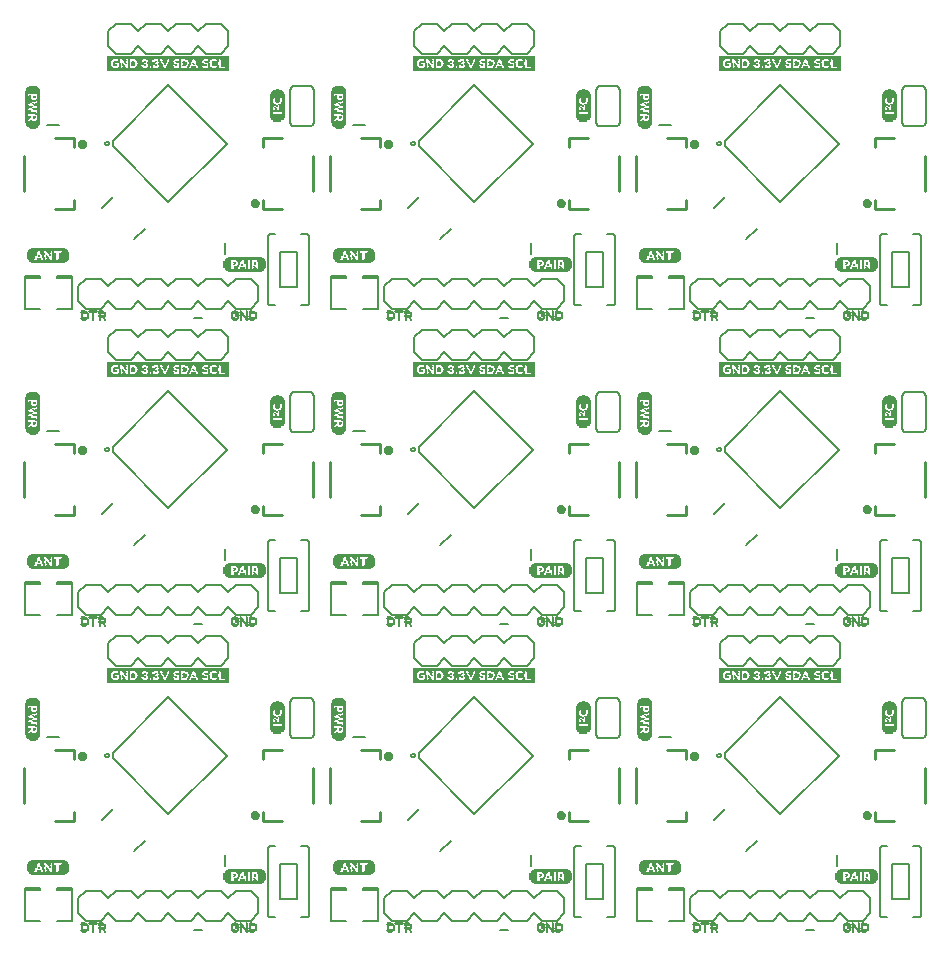
<source format=gto>
G75*
%MOIN*%
%OFA0B0*%
%FSLAX25Y25*%
%IPPOS*%
%LPD*%
%AMOC8*
5,1,8,0,0,1.08239X$1,22.5*
%
%ADD10C,0.00500*%
%ADD11C,0.01000*%
%ADD12C,0.01575*%
%ADD13C,0.00800*%
%ADD14C,0.00600*%
%ADD15R,0.10512X0.00118*%
%ADD16R,0.11220X0.00118*%
%ADD17R,0.11693X0.00079*%
%ADD18R,0.12165X0.00157*%
%ADD19R,0.12402X0.00118*%
%ADD20R,0.12638X0.00118*%
%ADD21R,0.12874X0.00079*%
%ADD22R,0.13110X0.00118*%
%ADD23R,0.03307X0.00157*%
%ADD24R,0.01654X0.00157*%
%ADD25R,0.01299X0.00157*%
%ADD26R,0.00354X0.00157*%
%ADD27R,0.02126X0.00157*%
%ADD28R,0.03189X0.00118*%
%ADD29R,0.01535X0.00118*%
%ADD30R,0.01299X0.00118*%
%ADD31R,0.00236X0.00118*%
%ADD32R,0.02008X0.00118*%
%ADD33R,0.03307X0.00118*%
%ADD34R,0.01417X0.00118*%
%ADD35R,0.01181X0.00118*%
%ADD36R,0.02126X0.00118*%
%ADD37R,0.01063X0.00118*%
%ADD38R,0.00945X0.00157*%
%ADD39R,0.02362X0.00157*%
%ADD40R,0.00945X0.00118*%
%ADD41R,0.03425X0.00118*%
%ADD42R,0.00827X0.00118*%
%ADD43R,0.00709X0.00118*%
%ADD44R,0.03543X0.00118*%
%ADD45R,0.03189X0.00157*%
%ADD46R,0.01181X0.00157*%
%ADD47R,0.00591X0.00157*%
%ADD48R,0.03543X0.00157*%
%ADD49R,0.00591X0.00118*%
%ADD50R,0.03071X0.00118*%
%ADD51R,0.00472X0.00118*%
%ADD52R,0.00118X0.00118*%
%ADD53R,0.00354X0.00118*%
%ADD54R,0.02953X0.00157*%
%ADD55R,0.00236X0.00157*%
%ADD56R,0.00118X0.00157*%
%ADD57R,0.02953X0.00118*%
%ADD58R,0.02835X0.00118*%
%ADD59R,0.02717X0.00157*%
%ADD60R,0.00709X0.00157*%
%ADD61R,0.00472X0.00157*%
%ADD62R,0.02717X0.00118*%
%ADD63R,0.02480X0.00118*%
%ADD64R,0.00827X0.00157*%
%ADD65R,0.03425X0.00157*%
%ADD66R,0.02244X0.00118*%
%ADD67R,0.01772X0.00118*%
%ADD68R,0.12874X0.00118*%
%ADD69R,0.12165X0.00118*%
%ADD70R,0.11693X0.00118*%
%ADD71R,0.02598X0.00118*%
%ADD72R,0.01772X0.00157*%
%ADD73R,0.02835X0.00157*%
%ADD74R,0.02362X0.00118*%
%ADD75R,0.02480X0.00157*%
%ADD76R,0.02244X0.00157*%
%ADD77R,0.01890X0.00157*%
%ADD78R,0.01417X0.00157*%
%ADD79R,0.01890X0.00118*%
%ADD80R,0.01063X0.00157*%
%ADD81R,0.01654X0.00118*%
%ADD82R,0.01535X0.00157*%
%ADD83R,0.02598X0.00157*%
%ADD84R,0.40512X0.00118*%
%ADD85R,0.40512X0.00079*%
%ADD86R,0.40512X0.00157*%
%ADD87R,0.09094X0.00118*%
%ADD88R,0.04724X0.00118*%
%ADD89R,0.08976X0.00118*%
%ADD90R,0.04606X0.00118*%
%ADD91R,0.03071X0.00157*%
%ADD92R,0.02008X0.00157*%
%ADD93R,0.00118X0.07205*%
%ADD94R,0.00118X0.07913*%
%ADD95R,0.00079X0.08386*%
%ADD96R,0.00157X0.08858*%
%ADD97R,0.00118X0.09094*%
%ADD98R,0.00118X0.09331*%
%ADD99R,0.00079X0.09567*%
%ADD100R,0.00118X0.03661*%
%ADD101R,0.00118X0.02126*%
%ADD102R,0.00118X0.02953*%
%ADD103R,0.00157X0.02244*%
%ADD104R,0.00157X0.00591*%
%ADD105R,0.00157X0.01535*%
%ADD106R,0.00157X0.02598*%
%ADD107R,0.00118X0.02244*%
%ADD108R,0.00118X0.00472*%
%ADD109R,0.00118X0.01181*%
%ADD110R,0.00118X0.02362*%
%ADD111R,0.00118X0.00945*%
%ADD112R,0.00118X0.00354*%
%ADD113R,0.00118X0.00827*%
%ADD114R,0.00157X0.02480*%
%ADD115R,0.00157X0.00354*%
%ADD116R,0.00157X0.00236*%
%ADD117R,0.00118X0.02480*%
%ADD118R,0.00118X0.02598*%
%ADD119R,0.00118X0.01063*%
%ADD120R,0.00118X0.02835*%
%ADD121R,0.00157X0.00472*%
%ADD122R,0.00157X0.04252*%
%ADD123R,0.00118X0.04370*%
%ADD124R,0.00118X0.00591*%
%ADD125R,0.00118X0.04488*%
%ADD126R,0.00157X0.00709*%
%ADD127R,0.00157X0.04488*%
%ADD128R,0.00118X0.00236*%
%ADD129R,0.00157X0.00118*%
%ADD130R,0.00157X0.04370*%
%ADD131R,0.00118X0.04252*%
%ADD132R,0.00118X0.02717*%
%ADD133R,0.00157X0.03071*%
%ADD134R,0.00118X0.03425*%
%ADD135R,0.00118X0.09567*%
%ADD136R,0.00118X0.08858*%
%ADD137R,0.00118X0.08386*%
%ADD138R,0.00118X0.10748*%
%ADD139R,0.00118X0.11457*%
%ADD140R,0.00079X0.11929*%
%ADD141R,0.00157X0.12402*%
%ADD142R,0.00118X0.12638*%
%ADD143R,0.00118X0.12874*%
%ADD144R,0.00079X0.13110*%
%ADD145R,0.00118X0.04961*%
%ADD146R,0.00118X0.03071*%
%ADD147R,0.00118X0.05079*%
%ADD148R,0.00157X0.00945*%
%ADD149R,0.00157X0.01181*%
%ADD150R,0.00157X0.02835*%
%ADD151R,0.00118X0.00709*%
%ADD152R,0.00157X0.00827*%
%ADD153R,0.00118X0.01299*%
%ADD154R,0.00118X0.01654*%
%ADD155R,0.00157X0.01063*%
%ADD156R,0.00157X0.02126*%
%ADD157R,0.00118X0.01417*%
%ADD158R,0.00118X0.13110*%
%ADD159R,0.00118X0.12402*%
%ADD160R,0.00118X0.11929*%
D10*
X0030876Y0033632D02*
X0035994Y0033632D01*
X0030876Y0033632D02*
X0030876Y0043868D01*
X0030876Y0044656D01*
X0035994Y0044656D01*
X0035994Y0043868D01*
X0030876Y0043868D01*
X0030876Y0044262D02*
X0035994Y0044262D01*
X0041506Y0044262D02*
X0046624Y0044262D01*
X0046624Y0044656D02*
X0046624Y0043868D01*
X0041506Y0043868D01*
X0041506Y0044656D01*
X0046624Y0044656D01*
X0046624Y0043868D02*
X0046624Y0033632D01*
X0041506Y0033632D01*
X0097500Y0051875D02*
X0097500Y0055625D01*
X0132876Y0044656D02*
X0132876Y0043868D01*
X0132876Y0033632D01*
X0137994Y0033632D01*
X0143506Y0033632D02*
X0148624Y0033632D01*
X0148624Y0043868D01*
X0148624Y0044656D01*
X0143506Y0044656D01*
X0143506Y0043868D01*
X0148624Y0043868D01*
X0148624Y0044262D02*
X0143506Y0044262D01*
X0137994Y0044262D02*
X0132876Y0044262D01*
X0132876Y0044656D02*
X0137994Y0044656D01*
X0137994Y0043868D01*
X0132876Y0043868D01*
X0140375Y0095000D02*
X0144125Y0095000D01*
X0143506Y0135632D02*
X0148624Y0135632D01*
X0148624Y0145868D01*
X0148624Y0146656D01*
X0143506Y0146656D01*
X0143506Y0145868D01*
X0148624Y0145868D01*
X0148624Y0146262D02*
X0143506Y0146262D01*
X0137994Y0146262D02*
X0132876Y0146262D01*
X0132876Y0146656D02*
X0132876Y0145868D01*
X0132876Y0135632D01*
X0137994Y0135632D01*
X0137994Y0145868D02*
X0132876Y0145868D01*
X0132876Y0146656D02*
X0137994Y0146656D01*
X0137994Y0145868D01*
X0097500Y0153875D02*
X0097500Y0157625D01*
X0140375Y0197000D02*
X0144125Y0197000D01*
X0143506Y0237632D02*
X0148624Y0237632D01*
X0148624Y0247868D01*
X0148624Y0248656D01*
X0143506Y0248656D01*
X0143506Y0247868D01*
X0148624Y0247868D01*
X0148624Y0248262D02*
X0143506Y0248262D01*
X0137994Y0248262D02*
X0132876Y0248262D01*
X0132876Y0248656D02*
X0132876Y0247868D01*
X0132876Y0237632D01*
X0137994Y0237632D01*
X0137994Y0247868D02*
X0132876Y0247868D01*
X0132876Y0248656D02*
X0137994Y0248656D01*
X0137994Y0247868D01*
X0097500Y0255875D02*
X0097500Y0259625D01*
X0140375Y0299000D02*
X0144125Y0299000D01*
X0199500Y0259625D02*
X0199500Y0255875D01*
X0234876Y0248656D02*
X0234876Y0247868D01*
X0234876Y0237632D01*
X0239994Y0237632D01*
X0245506Y0237632D02*
X0250624Y0237632D01*
X0250624Y0247868D01*
X0250624Y0248656D01*
X0245506Y0248656D01*
X0245506Y0247868D01*
X0250624Y0247868D01*
X0250624Y0248262D02*
X0245506Y0248262D01*
X0239994Y0248262D02*
X0234876Y0248262D01*
X0234876Y0248656D02*
X0239994Y0248656D01*
X0239994Y0247868D01*
X0234876Y0247868D01*
X0242375Y0197000D02*
X0246125Y0197000D01*
X0199500Y0157625D02*
X0199500Y0153875D01*
X0234876Y0146656D02*
X0234876Y0145868D01*
X0234876Y0135632D01*
X0239994Y0135632D01*
X0245506Y0135632D02*
X0250624Y0135632D01*
X0250624Y0145868D01*
X0250624Y0146656D01*
X0245506Y0146656D01*
X0245506Y0145868D01*
X0250624Y0145868D01*
X0250624Y0146262D02*
X0245506Y0146262D01*
X0239994Y0146262D02*
X0234876Y0146262D01*
X0234876Y0146656D02*
X0239994Y0146656D01*
X0239994Y0145868D01*
X0234876Y0145868D01*
X0242375Y0095000D02*
X0246125Y0095000D01*
X0199500Y0055625D02*
X0199500Y0051875D01*
X0234876Y0044656D02*
X0234876Y0043868D01*
X0234876Y0033632D01*
X0239994Y0033632D01*
X0245506Y0033632D02*
X0250624Y0033632D01*
X0250624Y0043868D01*
X0250624Y0044656D01*
X0245506Y0044656D01*
X0245506Y0043868D01*
X0250624Y0043868D01*
X0250624Y0044262D02*
X0245506Y0044262D01*
X0239994Y0044262D02*
X0234876Y0044262D01*
X0234876Y0044656D02*
X0239994Y0044656D01*
X0239994Y0043868D01*
X0234876Y0043868D01*
X0301500Y0051875D02*
X0301500Y0055625D01*
X0301500Y0153875D02*
X0301500Y0157625D01*
X0301500Y0255875D02*
X0301500Y0259625D01*
X0246125Y0299000D02*
X0242375Y0299000D01*
X0046624Y0248656D02*
X0046624Y0247868D01*
X0041506Y0247868D01*
X0041506Y0248656D01*
X0046624Y0248656D01*
X0046624Y0248262D02*
X0041506Y0248262D01*
X0046624Y0247868D02*
X0046624Y0237632D01*
X0041506Y0237632D01*
X0035994Y0237632D02*
X0030876Y0237632D01*
X0030876Y0247868D01*
X0030876Y0248656D01*
X0035994Y0248656D01*
X0035994Y0247868D01*
X0030876Y0247868D01*
X0030876Y0248262D02*
X0035994Y0248262D01*
X0038375Y0197000D02*
X0042125Y0197000D01*
X0041506Y0146656D02*
X0041506Y0145868D01*
X0046624Y0145868D01*
X0046624Y0146656D01*
X0041506Y0146656D01*
X0041506Y0146262D02*
X0046624Y0146262D01*
X0046624Y0145868D02*
X0046624Y0135632D01*
X0041506Y0135632D01*
X0035994Y0135632D02*
X0030876Y0135632D01*
X0030876Y0145868D01*
X0030876Y0146656D01*
X0035994Y0146656D01*
X0035994Y0145868D01*
X0030876Y0145868D01*
X0030876Y0146262D02*
X0035994Y0146262D01*
X0038375Y0095000D02*
X0042125Y0095000D01*
X0042125Y0299000D02*
X0038375Y0299000D01*
D11*
X0040876Y0294561D02*
X0047372Y0294561D01*
X0047372Y0291608D01*
X0030640Y0288656D02*
X0030640Y0276844D01*
X0040876Y0270939D02*
X0047372Y0270939D01*
X0047372Y0273892D01*
X0110128Y0273892D02*
X0110128Y0270939D01*
X0116624Y0270939D01*
X0126860Y0276844D02*
X0126860Y0288656D01*
X0132640Y0288656D02*
X0132640Y0276844D01*
X0142876Y0270939D02*
X0149372Y0270939D01*
X0149372Y0273892D01*
X0149372Y0291608D02*
X0149372Y0294561D01*
X0142876Y0294561D01*
X0116624Y0294561D02*
X0110128Y0294561D01*
X0110128Y0291608D01*
X0212128Y0291608D02*
X0212128Y0294561D01*
X0218624Y0294561D01*
X0228860Y0288656D02*
X0228860Y0276844D01*
X0234640Y0276844D02*
X0234640Y0288656D01*
X0244876Y0294561D02*
X0251372Y0294561D01*
X0251372Y0291608D01*
X0251372Y0273892D02*
X0251372Y0270939D01*
X0244876Y0270939D01*
X0218624Y0270939D02*
X0212128Y0270939D01*
X0212128Y0273892D01*
X0212128Y0192561D02*
X0218624Y0192561D01*
X0212128Y0192561D02*
X0212128Y0189608D01*
X0228860Y0186656D02*
X0228860Y0174844D01*
X0234640Y0174844D02*
X0234640Y0186656D01*
X0244876Y0192561D02*
X0251372Y0192561D01*
X0251372Y0189608D01*
X0251372Y0171892D02*
X0251372Y0168939D01*
X0244876Y0168939D01*
X0218624Y0168939D02*
X0212128Y0168939D01*
X0212128Y0171892D01*
X0149372Y0171892D02*
X0149372Y0168939D01*
X0142876Y0168939D01*
X0132640Y0174844D02*
X0132640Y0186656D01*
X0126860Y0186656D02*
X0126860Y0174844D01*
X0116624Y0168939D02*
X0110128Y0168939D01*
X0110128Y0171892D01*
X0110128Y0189608D02*
X0110128Y0192561D01*
X0116624Y0192561D01*
X0142876Y0192561D02*
X0149372Y0192561D01*
X0149372Y0189608D01*
X0047372Y0189608D02*
X0047372Y0192561D01*
X0040876Y0192561D01*
X0030640Y0186656D02*
X0030640Y0174844D01*
X0040876Y0168939D02*
X0047372Y0168939D01*
X0047372Y0171892D01*
X0047372Y0090561D02*
X0040876Y0090561D01*
X0047372Y0090561D02*
X0047372Y0087608D01*
X0030640Y0084656D02*
X0030640Y0072844D01*
X0040876Y0066939D02*
X0047372Y0066939D01*
X0047372Y0069892D01*
X0110128Y0069892D02*
X0110128Y0066939D01*
X0116624Y0066939D01*
X0126860Y0072844D02*
X0126860Y0084656D01*
X0132640Y0084656D02*
X0132640Y0072844D01*
X0142876Y0066939D02*
X0149372Y0066939D01*
X0149372Y0069892D01*
X0149372Y0087608D02*
X0149372Y0090561D01*
X0142876Y0090561D01*
X0116624Y0090561D02*
X0110128Y0090561D01*
X0110128Y0087608D01*
X0212128Y0087608D02*
X0212128Y0090561D01*
X0218624Y0090561D01*
X0228860Y0084656D02*
X0228860Y0072844D01*
X0234640Y0072844D02*
X0234640Y0084656D01*
X0244876Y0090561D02*
X0251372Y0090561D01*
X0251372Y0087608D01*
X0251372Y0069892D02*
X0251372Y0066939D01*
X0244876Y0066939D01*
X0218624Y0066939D02*
X0212128Y0066939D01*
X0212128Y0069892D01*
X0314128Y0069892D02*
X0314128Y0066939D01*
X0320624Y0066939D01*
X0330860Y0072844D02*
X0330860Y0084656D01*
X0320624Y0090561D02*
X0314128Y0090561D01*
X0314128Y0087608D01*
X0314128Y0168939D02*
X0314128Y0171892D01*
X0314128Y0168939D02*
X0320624Y0168939D01*
X0330860Y0174844D02*
X0330860Y0186656D01*
X0320624Y0192561D02*
X0314128Y0192561D01*
X0314128Y0189608D01*
X0314128Y0270939D02*
X0314128Y0273892D01*
X0314128Y0270939D02*
X0320624Y0270939D01*
X0330860Y0276844D02*
X0330860Y0288656D01*
X0320624Y0294561D02*
X0314128Y0294561D01*
X0314128Y0291608D01*
D12*
X0311012Y0272907D02*
X0311014Y0272954D01*
X0311020Y0273000D01*
X0311029Y0273046D01*
X0311043Y0273090D01*
X0311060Y0273134D01*
X0311081Y0273175D01*
X0311105Y0273215D01*
X0311132Y0273253D01*
X0311163Y0273288D01*
X0311196Y0273321D01*
X0311232Y0273351D01*
X0311271Y0273377D01*
X0311311Y0273401D01*
X0311353Y0273420D01*
X0311397Y0273437D01*
X0311442Y0273449D01*
X0311488Y0273458D01*
X0311534Y0273463D01*
X0311581Y0273464D01*
X0311627Y0273461D01*
X0311673Y0273454D01*
X0311719Y0273443D01*
X0311763Y0273429D01*
X0311806Y0273411D01*
X0311847Y0273389D01*
X0311887Y0273364D01*
X0311924Y0273336D01*
X0311959Y0273305D01*
X0311991Y0273271D01*
X0312020Y0273234D01*
X0312045Y0273196D01*
X0312068Y0273155D01*
X0312087Y0273112D01*
X0312102Y0273068D01*
X0312114Y0273023D01*
X0312122Y0272977D01*
X0312126Y0272930D01*
X0312126Y0272884D01*
X0312122Y0272837D01*
X0312114Y0272791D01*
X0312102Y0272746D01*
X0312087Y0272702D01*
X0312068Y0272659D01*
X0312045Y0272618D01*
X0312020Y0272580D01*
X0311991Y0272543D01*
X0311959Y0272509D01*
X0311924Y0272478D01*
X0311887Y0272450D01*
X0311848Y0272425D01*
X0311806Y0272403D01*
X0311763Y0272385D01*
X0311719Y0272371D01*
X0311673Y0272360D01*
X0311627Y0272353D01*
X0311581Y0272350D01*
X0311534Y0272351D01*
X0311488Y0272356D01*
X0311442Y0272365D01*
X0311397Y0272377D01*
X0311353Y0272394D01*
X0311311Y0272413D01*
X0311271Y0272437D01*
X0311232Y0272463D01*
X0311196Y0272493D01*
X0311163Y0272526D01*
X0311132Y0272561D01*
X0311105Y0272599D01*
X0311081Y0272639D01*
X0311060Y0272680D01*
X0311043Y0272724D01*
X0311029Y0272768D01*
X0311020Y0272814D01*
X0311014Y0272860D01*
X0311012Y0272907D01*
X0253374Y0292593D02*
X0253376Y0292640D01*
X0253382Y0292686D01*
X0253391Y0292732D01*
X0253405Y0292776D01*
X0253422Y0292820D01*
X0253443Y0292861D01*
X0253467Y0292901D01*
X0253494Y0292939D01*
X0253525Y0292974D01*
X0253558Y0293007D01*
X0253594Y0293037D01*
X0253633Y0293063D01*
X0253673Y0293087D01*
X0253715Y0293106D01*
X0253759Y0293123D01*
X0253804Y0293135D01*
X0253850Y0293144D01*
X0253896Y0293149D01*
X0253943Y0293150D01*
X0253989Y0293147D01*
X0254035Y0293140D01*
X0254081Y0293129D01*
X0254125Y0293115D01*
X0254168Y0293097D01*
X0254209Y0293075D01*
X0254249Y0293050D01*
X0254286Y0293022D01*
X0254321Y0292991D01*
X0254353Y0292957D01*
X0254382Y0292920D01*
X0254407Y0292882D01*
X0254430Y0292841D01*
X0254449Y0292798D01*
X0254464Y0292754D01*
X0254476Y0292709D01*
X0254484Y0292663D01*
X0254488Y0292616D01*
X0254488Y0292570D01*
X0254484Y0292523D01*
X0254476Y0292477D01*
X0254464Y0292432D01*
X0254449Y0292388D01*
X0254430Y0292345D01*
X0254407Y0292304D01*
X0254382Y0292266D01*
X0254353Y0292229D01*
X0254321Y0292195D01*
X0254286Y0292164D01*
X0254249Y0292136D01*
X0254210Y0292111D01*
X0254168Y0292089D01*
X0254125Y0292071D01*
X0254081Y0292057D01*
X0254035Y0292046D01*
X0253989Y0292039D01*
X0253943Y0292036D01*
X0253896Y0292037D01*
X0253850Y0292042D01*
X0253804Y0292051D01*
X0253759Y0292063D01*
X0253715Y0292080D01*
X0253673Y0292099D01*
X0253633Y0292123D01*
X0253594Y0292149D01*
X0253558Y0292179D01*
X0253525Y0292212D01*
X0253494Y0292247D01*
X0253467Y0292285D01*
X0253443Y0292325D01*
X0253422Y0292366D01*
X0253405Y0292410D01*
X0253391Y0292454D01*
X0253382Y0292500D01*
X0253376Y0292546D01*
X0253374Y0292593D01*
X0209012Y0272907D02*
X0209014Y0272954D01*
X0209020Y0273000D01*
X0209029Y0273046D01*
X0209043Y0273090D01*
X0209060Y0273134D01*
X0209081Y0273175D01*
X0209105Y0273215D01*
X0209132Y0273253D01*
X0209163Y0273288D01*
X0209196Y0273321D01*
X0209232Y0273351D01*
X0209271Y0273377D01*
X0209311Y0273401D01*
X0209353Y0273420D01*
X0209397Y0273437D01*
X0209442Y0273449D01*
X0209488Y0273458D01*
X0209534Y0273463D01*
X0209581Y0273464D01*
X0209627Y0273461D01*
X0209673Y0273454D01*
X0209719Y0273443D01*
X0209763Y0273429D01*
X0209806Y0273411D01*
X0209847Y0273389D01*
X0209887Y0273364D01*
X0209924Y0273336D01*
X0209959Y0273305D01*
X0209991Y0273271D01*
X0210020Y0273234D01*
X0210045Y0273196D01*
X0210068Y0273155D01*
X0210087Y0273112D01*
X0210102Y0273068D01*
X0210114Y0273023D01*
X0210122Y0272977D01*
X0210126Y0272930D01*
X0210126Y0272884D01*
X0210122Y0272837D01*
X0210114Y0272791D01*
X0210102Y0272746D01*
X0210087Y0272702D01*
X0210068Y0272659D01*
X0210045Y0272618D01*
X0210020Y0272580D01*
X0209991Y0272543D01*
X0209959Y0272509D01*
X0209924Y0272478D01*
X0209887Y0272450D01*
X0209848Y0272425D01*
X0209806Y0272403D01*
X0209763Y0272385D01*
X0209719Y0272371D01*
X0209673Y0272360D01*
X0209627Y0272353D01*
X0209581Y0272350D01*
X0209534Y0272351D01*
X0209488Y0272356D01*
X0209442Y0272365D01*
X0209397Y0272377D01*
X0209353Y0272394D01*
X0209311Y0272413D01*
X0209271Y0272437D01*
X0209232Y0272463D01*
X0209196Y0272493D01*
X0209163Y0272526D01*
X0209132Y0272561D01*
X0209105Y0272599D01*
X0209081Y0272639D01*
X0209060Y0272680D01*
X0209043Y0272724D01*
X0209029Y0272768D01*
X0209020Y0272814D01*
X0209014Y0272860D01*
X0209012Y0272907D01*
X0151374Y0292593D02*
X0151376Y0292640D01*
X0151382Y0292686D01*
X0151391Y0292732D01*
X0151405Y0292776D01*
X0151422Y0292820D01*
X0151443Y0292861D01*
X0151467Y0292901D01*
X0151494Y0292939D01*
X0151525Y0292974D01*
X0151558Y0293007D01*
X0151594Y0293037D01*
X0151633Y0293063D01*
X0151673Y0293087D01*
X0151715Y0293106D01*
X0151759Y0293123D01*
X0151804Y0293135D01*
X0151850Y0293144D01*
X0151896Y0293149D01*
X0151943Y0293150D01*
X0151989Y0293147D01*
X0152035Y0293140D01*
X0152081Y0293129D01*
X0152125Y0293115D01*
X0152168Y0293097D01*
X0152209Y0293075D01*
X0152249Y0293050D01*
X0152286Y0293022D01*
X0152321Y0292991D01*
X0152353Y0292957D01*
X0152382Y0292920D01*
X0152407Y0292882D01*
X0152430Y0292841D01*
X0152449Y0292798D01*
X0152464Y0292754D01*
X0152476Y0292709D01*
X0152484Y0292663D01*
X0152488Y0292616D01*
X0152488Y0292570D01*
X0152484Y0292523D01*
X0152476Y0292477D01*
X0152464Y0292432D01*
X0152449Y0292388D01*
X0152430Y0292345D01*
X0152407Y0292304D01*
X0152382Y0292266D01*
X0152353Y0292229D01*
X0152321Y0292195D01*
X0152286Y0292164D01*
X0152249Y0292136D01*
X0152210Y0292111D01*
X0152168Y0292089D01*
X0152125Y0292071D01*
X0152081Y0292057D01*
X0152035Y0292046D01*
X0151989Y0292039D01*
X0151943Y0292036D01*
X0151896Y0292037D01*
X0151850Y0292042D01*
X0151804Y0292051D01*
X0151759Y0292063D01*
X0151715Y0292080D01*
X0151673Y0292099D01*
X0151633Y0292123D01*
X0151594Y0292149D01*
X0151558Y0292179D01*
X0151525Y0292212D01*
X0151494Y0292247D01*
X0151467Y0292285D01*
X0151443Y0292325D01*
X0151422Y0292366D01*
X0151405Y0292410D01*
X0151391Y0292454D01*
X0151382Y0292500D01*
X0151376Y0292546D01*
X0151374Y0292593D01*
X0107012Y0272907D02*
X0107014Y0272954D01*
X0107020Y0273000D01*
X0107029Y0273046D01*
X0107043Y0273090D01*
X0107060Y0273134D01*
X0107081Y0273175D01*
X0107105Y0273215D01*
X0107132Y0273253D01*
X0107163Y0273288D01*
X0107196Y0273321D01*
X0107232Y0273351D01*
X0107271Y0273377D01*
X0107311Y0273401D01*
X0107353Y0273420D01*
X0107397Y0273437D01*
X0107442Y0273449D01*
X0107488Y0273458D01*
X0107534Y0273463D01*
X0107581Y0273464D01*
X0107627Y0273461D01*
X0107673Y0273454D01*
X0107719Y0273443D01*
X0107763Y0273429D01*
X0107806Y0273411D01*
X0107847Y0273389D01*
X0107887Y0273364D01*
X0107924Y0273336D01*
X0107959Y0273305D01*
X0107991Y0273271D01*
X0108020Y0273234D01*
X0108045Y0273196D01*
X0108068Y0273155D01*
X0108087Y0273112D01*
X0108102Y0273068D01*
X0108114Y0273023D01*
X0108122Y0272977D01*
X0108126Y0272930D01*
X0108126Y0272884D01*
X0108122Y0272837D01*
X0108114Y0272791D01*
X0108102Y0272746D01*
X0108087Y0272702D01*
X0108068Y0272659D01*
X0108045Y0272618D01*
X0108020Y0272580D01*
X0107991Y0272543D01*
X0107959Y0272509D01*
X0107924Y0272478D01*
X0107887Y0272450D01*
X0107848Y0272425D01*
X0107806Y0272403D01*
X0107763Y0272385D01*
X0107719Y0272371D01*
X0107673Y0272360D01*
X0107627Y0272353D01*
X0107581Y0272350D01*
X0107534Y0272351D01*
X0107488Y0272356D01*
X0107442Y0272365D01*
X0107397Y0272377D01*
X0107353Y0272394D01*
X0107311Y0272413D01*
X0107271Y0272437D01*
X0107232Y0272463D01*
X0107196Y0272493D01*
X0107163Y0272526D01*
X0107132Y0272561D01*
X0107105Y0272599D01*
X0107081Y0272639D01*
X0107060Y0272680D01*
X0107043Y0272724D01*
X0107029Y0272768D01*
X0107020Y0272814D01*
X0107014Y0272860D01*
X0107012Y0272907D01*
X0049374Y0292593D02*
X0049376Y0292640D01*
X0049382Y0292686D01*
X0049391Y0292732D01*
X0049405Y0292776D01*
X0049422Y0292820D01*
X0049443Y0292861D01*
X0049467Y0292901D01*
X0049494Y0292939D01*
X0049525Y0292974D01*
X0049558Y0293007D01*
X0049594Y0293037D01*
X0049633Y0293063D01*
X0049673Y0293087D01*
X0049715Y0293106D01*
X0049759Y0293123D01*
X0049804Y0293135D01*
X0049850Y0293144D01*
X0049896Y0293149D01*
X0049943Y0293150D01*
X0049989Y0293147D01*
X0050035Y0293140D01*
X0050081Y0293129D01*
X0050125Y0293115D01*
X0050168Y0293097D01*
X0050209Y0293075D01*
X0050249Y0293050D01*
X0050286Y0293022D01*
X0050321Y0292991D01*
X0050353Y0292957D01*
X0050382Y0292920D01*
X0050407Y0292882D01*
X0050430Y0292841D01*
X0050449Y0292798D01*
X0050464Y0292754D01*
X0050476Y0292709D01*
X0050484Y0292663D01*
X0050488Y0292616D01*
X0050488Y0292570D01*
X0050484Y0292523D01*
X0050476Y0292477D01*
X0050464Y0292432D01*
X0050449Y0292388D01*
X0050430Y0292345D01*
X0050407Y0292304D01*
X0050382Y0292266D01*
X0050353Y0292229D01*
X0050321Y0292195D01*
X0050286Y0292164D01*
X0050249Y0292136D01*
X0050210Y0292111D01*
X0050168Y0292089D01*
X0050125Y0292071D01*
X0050081Y0292057D01*
X0050035Y0292046D01*
X0049989Y0292039D01*
X0049943Y0292036D01*
X0049896Y0292037D01*
X0049850Y0292042D01*
X0049804Y0292051D01*
X0049759Y0292063D01*
X0049715Y0292080D01*
X0049673Y0292099D01*
X0049633Y0292123D01*
X0049594Y0292149D01*
X0049558Y0292179D01*
X0049525Y0292212D01*
X0049494Y0292247D01*
X0049467Y0292285D01*
X0049443Y0292325D01*
X0049422Y0292366D01*
X0049405Y0292410D01*
X0049391Y0292454D01*
X0049382Y0292500D01*
X0049376Y0292546D01*
X0049374Y0292593D01*
X0049374Y0190593D02*
X0049376Y0190640D01*
X0049382Y0190686D01*
X0049391Y0190732D01*
X0049405Y0190776D01*
X0049422Y0190820D01*
X0049443Y0190861D01*
X0049467Y0190901D01*
X0049494Y0190939D01*
X0049525Y0190974D01*
X0049558Y0191007D01*
X0049594Y0191037D01*
X0049633Y0191063D01*
X0049673Y0191087D01*
X0049715Y0191106D01*
X0049759Y0191123D01*
X0049804Y0191135D01*
X0049850Y0191144D01*
X0049896Y0191149D01*
X0049943Y0191150D01*
X0049989Y0191147D01*
X0050035Y0191140D01*
X0050081Y0191129D01*
X0050125Y0191115D01*
X0050168Y0191097D01*
X0050209Y0191075D01*
X0050249Y0191050D01*
X0050286Y0191022D01*
X0050321Y0190991D01*
X0050353Y0190957D01*
X0050382Y0190920D01*
X0050407Y0190882D01*
X0050430Y0190841D01*
X0050449Y0190798D01*
X0050464Y0190754D01*
X0050476Y0190709D01*
X0050484Y0190663D01*
X0050488Y0190616D01*
X0050488Y0190570D01*
X0050484Y0190523D01*
X0050476Y0190477D01*
X0050464Y0190432D01*
X0050449Y0190388D01*
X0050430Y0190345D01*
X0050407Y0190304D01*
X0050382Y0190266D01*
X0050353Y0190229D01*
X0050321Y0190195D01*
X0050286Y0190164D01*
X0050249Y0190136D01*
X0050210Y0190111D01*
X0050168Y0190089D01*
X0050125Y0190071D01*
X0050081Y0190057D01*
X0050035Y0190046D01*
X0049989Y0190039D01*
X0049943Y0190036D01*
X0049896Y0190037D01*
X0049850Y0190042D01*
X0049804Y0190051D01*
X0049759Y0190063D01*
X0049715Y0190080D01*
X0049673Y0190099D01*
X0049633Y0190123D01*
X0049594Y0190149D01*
X0049558Y0190179D01*
X0049525Y0190212D01*
X0049494Y0190247D01*
X0049467Y0190285D01*
X0049443Y0190325D01*
X0049422Y0190366D01*
X0049405Y0190410D01*
X0049391Y0190454D01*
X0049382Y0190500D01*
X0049376Y0190546D01*
X0049374Y0190593D01*
X0107012Y0170907D02*
X0107014Y0170954D01*
X0107020Y0171000D01*
X0107029Y0171046D01*
X0107043Y0171090D01*
X0107060Y0171134D01*
X0107081Y0171175D01*
X0107105Y0171215D01*
X0107132Y0171253D01*
X0107163Y0171288D01*
X0107196Y0171321D01*
X0107232Y0171351D01*
X0107271Y0171377D01*
X0107311Y0171401D01*
X0107353Y0171420D01*
X0107397Y0171437D01*
X0107442Y0171449D01*
X0107488Y0171458D01*
X0107534Y0171463D01*
X0107581Y0171464D01*
X0107627Y0171461D01*
X0107673Y0171454D01*
X0107719Y0171443D01*
X0107763Y0171429D01*
X0107806Y0171411D01*
X0107847Y0171389D01*
X0107887Y0171364D01*
X0107924Y0171336D01*
X0107959Y0171305D01*
X0107991Y0171271D01*
X0108020Y0171234D01*
X0108045Y0171196D01*
X0108068Y0171155D01*
X0108087Y0171112D01*
X0108102Y0171068D01*
X0108114Y0171023D01*
X0108122Y0170977D01*
X0108126Y0170930D01*
X0108126Y0170884D01*
X0108122Y0170837D01*
X0108114Y0170791D01*
X0108102Y0170746D01*
X0108087Y0170702D01*
X0108068Y0170659D01*
X0108045Y0170618D01*
X0108020Y0170580D01*
X0107991Y0170543D01*
X0107959Y0170509D01*
X0107924Y0170478D01*
X0107887Y0170450D01*
X0107848Y0170425D01*
X0107806Y0170403D01*
X0107763Y0170385D01*
X0107719Y0170371D01*
X0107673Y0170360D01*
X0107627Y0170353D01*
X0107581Y0170350D01*
X0107534Y0170351D01*
X0107488Y0170356D01*
X0107442Y0170365D01*
X0107397Y0170377D01*
X0107353Y0170394D01*
X0107311Y0170413D01*
X0107271Y0170437D01*
X0107232Y0170463D01*
X0107196Y0170493D01*
X0107163Y0170526D01*
X0107132Y0170561D01*
X0107105Y0170599D01*
X0107081Y0170639D01*
X0107060Y0170680D01*
X0107043Y0170724D01*
X0107029Y0170768D01*
X0107020Y0170814D01*
X0107014Y0170860D01*
X0107012Y0170907D01*
X0151374Y0190593D02*
X0151376Y0190640D01*
X0151382Y0190686D01*
X0151391Y0190732D01*
X0151405Y0190776D01*
X0151422Y0190820D01*
X0151443Y0190861D01*
X0151467Y0190901D01*
X0151494Y0190939D01*
X0151525Y0190974D01*
X0151558Y0191007D01*
X0151594Y0191037D01*
X0151633Y0191063D01*
X0151673Y0191087D01*
X0151715Y0191106D01*
X0151759Y0191123D01*
X0151804Y0191135D01*
X0151850Y0191144D01*
X0151896Y0191149D01*
X0151943Y0191150D01*
X0151989Y0191147D01*
X0152035Y0191140D01*
X0152081Y0191129D01*
X0152125Y0191115D01*
X0152168Y0191097D01*
X0152209Y0191075D01*
X0152249Y0191050D01*
X0152286Y0191022D01*
X0152321Y0190991D01*
X0152353Y0190957D01*
X0152382Y0190920D01*
X0152407Y0190882D01*
X0152430Y0190841D01*
X0152449Y0190798D01*
X0152464Y0190754D01*
X0152476Y0190709D01*
X0152484Y0190663D01*
X0152488Y0190616D01*
X0152488Y0190570D01*
X0152484Y0190523D01*
X0152476Y0190477D01*
X0152464Y0190432D01*
X0152449Y0190388D01*
X0152430Y0190345D01*
X0152407Y0190304D01*
X0152382Y0190266D01*
X0152353Y0190229D01*
X0152321Y0190195D01*
X0152286Y0190164D01*
X0152249Y0190136D01*
X0152210Y0190111D01*
X0152168Y0190089D01*
X0152125Y0190071D01*
X0152081Y0190057D01*
X0152035Y0190046D01*
X0151989Y0190039D01*
X0151943Y0190036D01*
X0151896Y0190037D01*
X0151850Y0190042D01*
X0151804Y0190051D01*
X0151759Y0190063D01*
X0151715Y0190080D01*
X0151673Y0190099D01*
X0151633Y0190123D01*
X0151594Y0190149D01*
X0151558Y0190179D01*
X0151525Y0190212D01*
X0151494Y0190247D01*
X0151467Y0190285D01*
X0151443Y0190325D01*
X0151422Y0190366D01*
X0151405Y0190410D01*
X0151391Y0190454D01*
X0151382Y0190500D01*
X0151376Y0190546D01*
X0151374Y0190593D01*
X0209012Y0170907D02*
X0209014Y0170954D01*
X0209020Y0171000D01*
X0209029Y0171046D01*
X0209043Y0171090D01*
X0209060Y0171134D01*
X0209081Y0171175D01*
X0209105Y0171215D01*
X0209132Y0171253D01*
X0209163Y0171288D01*
X0209196Y0171321D01*
X0209232Y0171351D01*
X0209271Y0171377D01*
X0209311Y0171401D01*
X0209353Y0171420D01*
X0209397Y0171437D01*
X0209442Y0171449D01*
X0209488Y0171458D01*
X0209534Y0171463D01*
X0209581Y0171464D01*
X0209627Y0171461D01*
X0209673Y0171454D01*
X0209719Y0171443D01*
X0209763Y0171429D01*
X0209806Y0171411D01*
X0209847Y0171389D01*
X0209887Y0171364D01*
X0209924Y0171336D01*
X0209959Y0171305D01*
X0209991Y0171271D01*
X0210020Y0171234D01*
X0210045Y0171196D01*
X0210068Y0171155D01*
X0210087Y0171112D01*
X0210102Y0171068D01*
X0210114Y0171023D01*
X0210122Y0170977D01*
X0210126Y0170930D01*
X0210126Y0170884D01*
X0210122Y0170837D01*
X0210114Y0170791D01*
X0210102Y0170746D01*
X0210087Y0170702D01*
X0210068Y0170659D01*
X0210045Y0170618D01*
X0210020Y0170580D01*
X0209991Y0170543D01*
X0209959Y0170509D01*
X0209924Y0170478D01*
X0209887Y0170450D01*
X0209848Y0170425D01*
X0209806Y0170403D01*
X0209763Y0170385D01*
X0209719Y0170371D01*
X0209673Y0170360D01*
X0209627Y0170353D01*
X0209581Y0170350D01*
X0209534Y0170351D01*
X0209488Y0170356D01*
X0209442Y0170365D01*
X0209397Y0170377D01*
X0209353Y0170394D01*
X0209311Y0170413D01*
X0209271Y0170437D01*
X0209232Y0170463D01*
X0209196Y0170493D01*
X0209163Y0170526D01*
X0209132Y0170561D01*
X0209105Y0170599D01*
X0209081Y0170639D01*
X0209060Y0170680D01*
X0209043Y0170724D01*
X0209029Y0170768D01*
X0209020Y0170814D01*
X0209014Y0170860D01*
X0209012Y0170907D01*
X0253374Y0190593D02*
X0253376Y0190640D01*
X0253382Y0190686D01*
X0253391Y0190732D01*
X0253405Y0190776D01*
X0253422Y0190820D01*
X0253443Y0190861D01*
X0253467Y0190901D01*
X0253494Y0190939D01*
X0253525Y0190974D01*
X0253558Y0191007D01*
X0253594Y0191037D01*
X0253633Y0191063D01*
X0253673Y0191087D01*
X0253715Y0191106D01*
X0253759Y0191123D01*
X0253804Y0191135D01*
X0253850Y0191144D01*
X0253896Y0191149D01*
X0253943Y0191150D01*
X0253989Y0191147D01*
X0254035Y0191140D01*
X0254081Y0191129D01*
X0254125Y0191115D01*
X0254168Y0191097D01*
X0254209Y0191075D01*
X0254249Y0191050D01*
X0254286Y0191022D01*
X0254321Y0190991D01*
X0254353Y0190957D01*
X0254382Y0190920D01*
X0254407Y0190882D01*
X0254430Y0190841D01*
X0254449Y0190798D01*
X0254464Y0190754D01*
X0254476Y0190709D01*
X0254484Y0190663D01*
X0254488Y0190616D01*
X0254488Y0190570D01*
X0254484Y0190523D01*
X0254476Y0190477D01*
X0254464Y0190432D01*
X0254449Y0190388D01*
X0254430Y0190345D01*
X0254407Y0190304D01*
X0254382Y0190266D01*
X0254353Y0190229D01*
X0254321Y0190195D01*
X0254286Y0190164D01*
X0254249Y0190136D01*
X0254210Y0190111D01*
X0254168Y0190089D01*
X0254125Y0190071D01*
X0254081Y0190057D01*
X0254035Y0190046D01*
X0253989Y0190039D01*
X0253943Y0190036D01*
X0253896Y0190037D01*
X0253850Y0190042D01*
X0253804Y0190051D01*
X0253759Y0190063D01*
X0253715Y0190080D01*
X0253673Y0190099D01*
X0253633Y0190123D01*
X0253594Y0190149D01*
X0253558Y0190179D01*
X0253525Y0190212D01*
X0253494Y0190247D01*
X0253467Y0190285D01*
X0253443Y0190325D01*
X0253422Y0190366D01*
X0253405Y0190410D01*
X0253391Y0190454D01*
X0253382Y0190500D01*
X0253376Y0190546D01*
X0253374Y0190593D01*
X0311012Y0170907D02*
X0311014Y0170954D01*
X0311020Y0171000D01*
X0311029Y0171046D01*
X0311043Y0171090D01*
X0311060Y0171134D01*
X0311081Y0171175D01*
X0311105Y0171215D01*
X0311132Y0171253D01*
X0311163Y0171288D01*
X0311196Y0171321D01*
X0311232Y0171351D01*
X0311271Y0171377D01*
X0311311Y0171401D01*
X0311353Y0171420D01*
X0311397Y0171437D01*
X0311442Y0171449D01*
X0311488Y0171458D01*
X0311534Y0171463D01*
X0311581Y0171464D01*
X0311627Y0171461D01*
X0311673Y0171454D01*
X0311719Y0171443D01*
X0311763Y0171429D01*
X0311806Y0171411D01*
X0311847Y0171389D01*
X0311887Y0171364D01*
X0311924Y0171336D01*
X0311959Y0171305D01*
X0311991Y0171271D01*
X0312020Y0171234D01*
X0312045Y0171196D01*
X0312068Y0171155D01*
X0312087Y0171112D01*
X0312102Y0171068D01*
X0312114Y0171023D01*
X0312122Y0170977D01*
X0312126Y0170930D01*
X0312126Y0170884D01*
X0312122Y0170837D01*
X0312114Y0170791D01*
X0312102Y0170746D01*
X0312087Y0170702D01*
X0312068Y0170659D01*
X0312045Y0170618D01*
X0312020Y0170580D01*
X0311991Y0170543D01*
X0311959Y0170509D01*
X0311924Y0170478D01*
X0311887Y0170450D01*
X0311848Y0170425D01*
X0311806Y0170403D01*
X0311763Y0170385D01*
X0311719Y0170371D01*
X0311673Y0170360D01*
X0311627Y0170353D01*
X0311581Y0170350D01*
X0311534Y0170351D01*
X0311488Y0170356D01*
X0311442Y0170365D01*
X0311397Y0170377D01*
X0311353Y0170394D01*
X0311311Y0170413D01*
X0311271Y0170437D01*
X0311232Y0170463D01*
X0311196Y0170493D01*
X0311163Y0170526D01*
X0311132Y0170561D01*
X0311105Y0170599D01*
X0311081Y0170639D01*
X0311060Y0170680D01*
X0311043Y0170724D01*
X0311029Y0170768D01*
X0311020Y0170814D01*
X0311014Y0170860D01*
X0311012Y0170907D01*
X0253374Y0088593D02*
X0253376Y0088640D01*
X0253382Y0088686D01*
X0253391Y0088732D01*
X0253405Y0088776D01*
X0253422Y0088820D01*
X0253443Y0088861D01*
X0253467Y0088901D01*
X0253494Y0088939D01*
X0253525Y0088974D01*
X0253558Y0089007D01*
X0253594Y0089037D01*
X0253633Y0089063D01*
X0253673Y0089087D01*
X0253715Y0089106D01*
X0253759Y0089123D01*
X0253804Y0089135D01*
X0253850Y0089144D01*
X0253896Y0089149D01*
X0253943Y0089150D01*
X0253989Y0089147D01*
X0254035Y0089140D01*
X0254081Y0089129D01*
X0254125Y0089115D01*
X0254168Y0089097D01*
X0254209Y0089075D01*
X0254249Y0089050D01*
X0254286Y0089022D01*
X0254321Y0088991D01*
X0254353Y0088957D01*
X0254382Y0088920D01*
X0254407Y0088882D01*
X0254430Y0088841D01*
X0254449Y0088798D01*
X0254464Y0088754D01*
X0254476Y0088709D01*
X0254484Y0088663D01*
X0254488Y0088616D01*
X0254488Y0088570D01*
X0254484Y0088523D01*
X0254476Y0088477D01*
X0254464Y0088432D01*
X0254449Y0088388D01*
X0254430Y0088345D01*
X0254407Y0088304D01*
X0254382Y0088266D01*
X0254353Y0088229D01*
X0254321Y0088195D01*
X0254286Y0088164D01*
X0254249Y0088136D01*
X0254210Y0088111D01*
X0254168Y0088089D01*
X0254125Y0088071D01*
X0254081Y0088057D01*
X0254035Y0088046D01*
X0253989Y0088039D01*
X0253943Y0088036D01*
X0253896Y0088037D01*
X0253850Y0088042D01*
X0253804Y0088051D01*
X0253759Y0088063D01*
X0253715Y0088080D01*
X0253673Y0088099D01*
X0253633Y0088123D01*
X0253594Y0088149D01*
X0253558Y0088179D01*
X0253525Y0088212D01*
X0253494Y0088247D01*
X0253467Y0088285D01*
X0253443Y0088325D01*
X0253422Y0088366D01*
X0253405Y0088410D01*
X0253391Y0088454D01*
X0253382Y0088500D01*
X0253376Y0088546D01*
X0253374Y0088593D01*
X0209012Y0068907D02*
X0209014Y0068954D01*
X0209020Y0069000D01*
X0209029Y0069046D01*
X0209043Y0069090D01*
X0209060Y0069134D01*
X0209081Y0069175D01*
X0209105Y0069215D01*
X0209132Y0069253D01*
X0209163Y0069288D01*
X0209196Y0069321D01*
X0209232Y0069351D01*
X0209271Y0069377D01*
X0209311Y0069401D01*
X0209353Y0069420D01*
X0209397Y0069437D01*
X0209442Y0069449D01*
X0209488Y0069458D01*
X0209534Y0069463D01*
X0209581Y0069464D01*
X0209627Y0069461D01*
X0209673Y0069454D01*
X0209719Y0069443D01*
X0209763Y0069429D01*
X0209806Y0069411D01*
X0209847Y0069389D01*
X0209887Y0069364D01*
X0209924Y0069336D01*
X0209959Y0069305D01*
X0209991Y0069271D01*
X0210020Y0069234D01*
X0210045Y0069196D01*
X0210068Y0069155D01*
X0210087Y0069112D01*
X0210102Y0069068D01*
X0210114Y0069023D01*
X0210122Y0068977D01*
X0210126Y0068930D01*
X0210126Y0068884D01*
X0210122Y0068837D01*
X0210114Y0068791D01*
X0210102Y0068746D01*
X0210087Y0068702D01*
X0210068Y0068659D01*
X0210045Y0068618D01*
X0210020Y0068580D01*
X0209991Y0068543D01*
X0209959Y0068509D01*
X0209924Y0068478D01*
X0209887Y0068450D01*
X0209848Y0068425D01*
X0209806Y0068403D01*
X0209763Y0068385D01*
X0209719Y0068371D01*
X0209673Y0068360D01*
X0209627Y0068353D01*
X0209581Y0068350D01*
X0209534Y0068351D01*
X0209488Y0068356D01*
X0209442Y0068365D01*
X0209397Y0068377D01*
X0209353Y0068394D01*
X0209311Y0068413D01*
X0209271Y0068437D01*
X0209232Y0068463D01*
X0209196Y0068493D01*
X0209163Y0068526D01*
X0209132Y0068561D01*
X0209105Y0068599D01*
X0209081Y0068639D01*
X0209060Y0068680D01*
X0209043Y0068724D01*
X0209029Y0068768D01*
X0209020Y0068814D01*
X0209014Y0068860D01*
X0209012Y0068907D01*
X0151374Y0088593D02*
X0151376Y0088640D01*
X0151382Y0088686D01*
X0151391Y0088732D01*
X0151405Y0088776D01*
X0151422Y0088820D01*
X0151443Y0088861D01*
X0151467Y0088901D01*
X0151494Y0088939D01*
X0151525Y0088974D01*
X0151558Y0089007D01*
X0151594Y0089037D01*
X0151633Y0089063D01*
X0151673Y0089087D01*
X0151715Y0089106D01*
X0151759Y0089123D01*
X0151804Y0089135D01*
X0151850Y0089144D01*
X0151896Y0089149D01*
X0151943Y0089150D01*
X0151989Y0089147D01*
X0152035Y0089140D01*
X0152081Y0089129D01*
X0152125Y0089115D01*
X0152168Y0089097D01*
X0152209Y0089075D01*
X0152249Y0089050D01*
X0152286Y0089022D01*
X0152321Y0088991D01*
X0152353Y0088957D01*
X0152382Y0088920D01*
X0152407Y0088882D01*
X0152430Y0088841D01*
X0152449Y0088798D01*
X0152464Y0088754D01*
X0152476Y0088709D01*
X0152484Y0088663D01*
X0152488Y0088616D01*
X0152488Y0088570D01*
X0152484Y0088523D01*
X0152476Y0088477D01*
X0152464Y0088432D01*
X0152449Y0088388D01*
X0152430Y0088345D01*
X0152407Y0088304D01*
X0152382Y0088266D01*
X0152353Y0088229D01*
X0152321Y0088195D01*
X0152286Y0088164D01*
X0152249Y0088136D01*
X0152210Y0088111D01*
X0152168Y0088089D01*
X0152125Y0088071D01*
X0152081Y0088057D01*
X0152035Y0088046D01*
X0151989Y0088039D01*
X0151943Y0088036D01*
X0151896Y0088037D01*
X0151850Y0088042D01*
X0151804Y0088051D01*
X0151759Y0088063D01*
X0151715Y0088080D01*
X0151673Y0088099D01*
X0151633Y0088123D01*
X0151594Y0088149D01*
X0151558Y0088179D01*
X0151525Y0088212D01*
X0151494Y0088247D01*
X0151467Y0088285D01*
X0151443Y0088325D01*
X0151422Y0088366D01*
X0151405Y0088410D01*
X0151391Y0088454D01*
X0151382Y0088500D01*
X0151376Y0088546D01*
X0151374Y0088593D01*
X0107012Y0068907D02*
X0107014Y0068954D01*
X0107020Y0069000D01*
X0107029Y0069046D01*
X0107043Y0069090D01*
X0107060Y0069134D01*
X0107081Y0069175D01*
X0107105Y0069215D01*
X0107132Y0069253D01*
X0107163Y0069288D01*
X0107196Y0069321D01*
X0107232Y0069351D01*
X0107271Y0069377D01*
X0107311Y0069401D01*
X0107353Y0069420D01*
X0107397Y0069437D01*
X0107442Y0069449D01*
X0107488Y0069458D01*
X0107534Y0069463D01*
X0107581Y0069464D01*
X0107627Y0069461D01*
X0107673Y0069454D01*
X0107719Y0069443D01*
X0107763Y0069429D01*
X0107806Y0069411D01*
X0107847Y0069389D01*
X0107887Y0069364D01*
X0107924Y0069336D01*
X0107959Y0069305D01*
X0107991Y0069271D01*
X0108020Y0069234D01*
X0108045Y0069196D01*
X0108068Y0069155D01*
X0108087Y0069112D01*
X0108102Y0069068D01*
X0108114Y0069023D01*
X0108122Y0068977D01*
X0108126Y0068930D01*
X0108126Y0068884D01*
X0108122Y0068837D01*
X0108114Y0068791D01*
X0108102Y0068746D01*
X0108087Y0068702D01*
X0108068Y0068659D01*
X0108045Y0068618D01*
X0108020Y0068580D01*
X0107991Y0068543D01*
X0107959Y0068509D01*
X0107924Y0068478D01*
X0107887Y0068450D01*
X0107848Y0068425D01*
X0107806Y0068403D01*
X0107763Y0068385D01*
X0107719Y0068371D01*
X0107673Y0068360D01*
X0107627Y0068353D01*
X0107581Y0068350D01*
X0107534Y0068351D01*
X0107488Y0068356D01*
X0107442Y0068365D01*
X0107397Y0068377D01*
X0107353Y0068394D01*
X0107311Y0068413D01*
X0107271Y0068437D01*
X0107232Y0068463D01*
X0107196Y0068493D01*
X0107163Y0068526D01*
X0107132Y0068561D01*
X0107105Y0068599D01*
X0107081Y0068639D01*
X0107060Y0068680D01*
X0107043Y0068724D01*
X0107029Y0068768D01*
X0107020Y0068814D01*
X0107014Y0068860D01*
X0107012Y0068907D01*
X0049374Y0088593D02*
X0049376Y0088640D01*
X0049382Y0088686D01*
X0049391Y0088732D01*
X0049405Y0088776D01*
X0049422Y0088820D01*
X0049443Y0088861D01*
X0049467Y0088901D01*
X0049494Y0088939D01*
X0049525Y0088974D01*
X0049558Y0089007D01*
X0049594Y0089037D01*
X0049633Y0089063D01*
X0049673Y0089087D01*
X0049715Y0089106D01*
X0049759Y0089123D01*
X0049804Y0089135D01*
X0049850Y0089144D01*
X0049896Y0089149D01*
X0049943Y0089150D01*
X0049989Y0089147D01*
X0050035Y0089140D01*
X0050081Y0089129D01*
X0050125Y0089115D01*
X0050168Y0089097D01*
X0050209Y0089075D01*
X0050249Y0089050D01*
X0050286Y0089022D01*
X0050321Y0088991D01*
X0050353Y0088957D01*
X0050382Y0088920D01*
X0050407Y0088882D01*
X0050430Y0088841D01*
X0050449Y0088798D01*
X0050464Y0088754D01*
X0050476Y0088709D01*
X0050484Y0088663D01*
X0050488Y0088616D01*
X0050488Y0088570D01*
X0050484Y0088523D01*
X0050476Y0088477D01*
X0050464Y0088432D01*
X0050449Y0088388D01*
X0050430Y0088345D01*
X0050407Y0088304D01*
X0050382Y0088266D01*
X0050353Y0088229D01*
X0050321Y0088195D01*
X0050286Y0088164D01*
X0050249Y0088136D01*
X0050210Y0088111D01*
X0050168Y0088089D01*
X0050125Y0088071D01*
X0050081Y0088057D01*
X0050035Y0088046D01*
X0049989Y0088039D01*
X0049943Y0088036D01*
X0049896Y0088037D01*
X0049850Y0088042D01*
X0049804Y0088051D01*
X0049759Y0088063D01*
X0049715Y0088080D01*
X0049673Y0088099D01*
X0049633Y0088123D01*
X0049594Y0088149D01*
X0049558Y0088179D01*
X0049525Y0088212D01*
X0049494Y0088247D01*
X0049467Y0088285D01*
X0049443Y0088325D01*
X0049422Y0088366D01*
X0049405Y0088410D01*
X0049391Y0088454D01*
X0049382Y0088500D01*
X0049376Y0088546D01*
X0049374Y0088593D01*
X0311012Y0068907D02*
X0311014Y0068954D01*
X0311020Y0069000D01*
X0311029Y0069046D01*
X0311043Y0069090D01*
X0311060Y0069134D01*
X0311081Y0069175D01*
X0311105Y0069215D01*
X0311132Y0069253D01*
X0311163Y0069288D01*
X0311196Y0069321D01*
X0311232Y0069351D01*
X0311271Y0069377D01*
X0311311Y0069401D01*
X0311353Y0069420D01*
X0311397Y0069437D01*
X0311442Y0069449D01*
X0311488Y0069458D01*
X0311534Y0069463D01*
X0311581Y0069464D01*
X0311627Y0069461D01*
X0311673Y0069454D01*
X0311719Y0069443D01*
X0311763Y0069429D01*
X0311806Y0069411D01*
X0311847Y0069389D01*
X0311887Y0069364D01*
X0311924Y0069336D01*
X0311959Y0069305D01*
X0311991Y0069271D01*
X0312020Y0069234D01*
X0312045Y0069196D01*
X0312068Y0069155D01*
X0312087Y0069112D01*
X0312102Y0069068D01*
X0312114Y0069023D01*
X0312122Y0068977D01*
X0312126Y0068930D01*
X0312126Y0068884D01*
X0312122Y0068837D01*
X0312114Y0068791D01*
X0312102Y0068746D01*
X0312087Y0068702D01*
X0312068Y0068659D01*
X0312045Y0068618D01*
X0312020Y0068580D01*
X0311991Y0068543D01*
X0311959Y0068509D01*
X0311924Y0068478D01*
X0311887Y0068450D01*
X0311848Y0068425D01*
X0311806Y0068403D01*
X0311763Y0068385D01*
X0311719Y0068371D01*
X0311673Y0068360D01*
X0311627Y0068353D01*
X0311581Y0068350D01*
X0311534Y0068351D01*
X0311488Y0068356D01*
X0311442Y0068365D01*
X0311397Y0068377D01*
X0311353Y0068394D01*
X0311311Y0068413D01*
X0311271Y0068437D01*
X0311232Y0068463D01*
X0311196Y0068493D01*
X0311163Y0068526D01*
X0311132Y0068561D01*
X0311105Y0068599D01*
X0311081Y0068639D01*
X0311060Y0068680D01*
X0311043Y0068724D01*
X0311029Y0068768D01*
X0311020Y0068814D01*
X0311014Y0068860D01*
X0311012Y0068907D01*
D13*
X0316844Y0058561D02*
X0318419Y0058561D01*
X0316844Y0058561D02*
X0316782Y0058559D01*
X0316721Y0058553D01*
X0316660Y0058544D01*
X0316599Y0058530D01*
X0316540Y0058513D01*
X0316482Y0058492D01*
X0316425Y0058467D01*
X0316370Y0058439D01*
X0316317Y0058408D01*
X0316266Y0058373D01*
X0316217Y0058335D01*
X0316170Y0058294D01*
X0316127Y0058251D01*
X0316086Y0058204D01*
X0316048Y0058155D01*
X0316013Y0058104D01*
X0315982Y0058051D01*
X0315954Y0057996D01*
X0315929Y0057939D01*
X0315908Y0057881D01*
X0315891Y0057822D01*
X0315877Y0057761D01*
X0315868Y0057700D01*
X0315862Y0057639D01*
X0315860Y0057577D01*
X0315860Y0035923D01*
X0315862Y0035861D01*
X0315868Y0035800D01*
X0315877Y0035739D01*
X0315891Y0035678D01*
X0315908Y0035619D01*
X0315929Y0035561D01*
X0315954Y0035504D01*
X0315982Y0035449D01*
X0316013Y0035396D01*
X0316048Y0035345D01*
X0316086Y0035296D01*
X0316127Y0035249D01*
X0316170Y0035206D01*
X0316217Y0035165D01*
X0316266Y0035127D01*
X0316317Y0035092D01*
X0316370Y0035061D01*
X0316425Y0035033D01*
X0316482Y0035008D01*
X0316540Y0034987D01*
X0316599Y0034970D01*
X0316660Y0034956D01*
X0316721Y0034947D01*
X0316782Y0034941D01*
X0316844Y0034939D01*
X0318419Y0034939D01*
X0312750Y0036250D02*
X0312750Y0041250D01*
X0310250Y0043750D01*
X0305250Y0043750D01*
X0302750Y0041250D01*
X0300250Y0043750D01*
X0295250Y0043750D01*
X0292750Y0041250D01*
X0290250Y0043750D01*
X0285250Y0043750D01*
X0282750Y0041250D01*
X0280250Y0043750D01*
X0275250Y0043750D01*
X0272750Y0041250D01*
X0270250Y0043750D01*
X0265250Y0043750D01*
X0262750Y0041250D01*
X0260250Y0043750D01*
X0255250Y0043750D01*
X0252750Y0041250D01*
X0252750Y0036250D01*
X0255250Y0033750D01*
X0260250Y0033750D01*
X0262750Y0036250D01*
X0265250Y0033750D01*
X0270250Y0033750D01*
X0272750Y0036250D01*
X0275250Y0033750D01*
X0280250Y0033750D01*
X0282750Y0036250D01*
X0285250Y0033750D01*
X0290250Y0033750D01*
X0292750Y0036250D01*
X0295250Y0033750D01*
X0300250Y0033750D01*
X0302750Y0036250D01*
X0305250Y0033750D01*
X0310250Y0033750D01*
X0312750Y0036250D01*
X0319797Y0040844D02*
X0325703Y0040844D01*
X0325703Y0052656D01*
X0319797Y0052656D01*
X0319797Y0040844D01*
X0327081Y0034939D02*
X0328656Y0034939D01*
X0328718Y0034941D01*
X0328779Y0034947D01*
X0328840Y0034956D01*
X0328901Y0034970D01*
X0328960Y0034987D01*
X0329018Y0035008D01*
X0329075Y0035033D01*
X0329130Y0035061D01*
X0329183Y0035092D01*
X0329234Y0035127D01*
X0329283Y0035165D01*
X0329330Y0035206D01*
X0329373Y0035249D01*
X0329414Y0035296D01*
X0329452Y0035345D01*
X0329487Y0035396D01*
X0329518Y0035449D01*
X0329546Y0035504D01*
X0329571Y0035561D01*
X0329592Y0035619D01*
X0329609Y0035678D01*
X0329623Y0035739D01*
X0329632Y0035800D01*
X0329638Y0035861D01*
X0329640Y0035923D01*
X0329640Y0057577D01*
X0329638Y0057639D01*
X0329632Y0057700D01*
X0329623Y0057761D01*
X0329609Y0057822D01*
X0329592Y0057881D01*
X0329571Y0057939D01*
X0329546Y0057996D01*
X0329518Y0058051D01*
X0329487Y0058104D01*
X0329452Y0058155D01*
X0329414Y0058204D01*
X0329373Y0058251D01*
X0329330Y0058294D01*
X0329283Y0058335D01*
X0329234Y0058373D01*
X0329183Y0058408D01*
X0329130Y0058439D01*
X0329075Y0058467D01*
X0329018Y0058492D01*
X0328960Y0058513D01*
X0328901Y0058530D01*
X0328840Y0058544D01*
X0328779Y0058553D01*
X0328718Y0058559D01*
X0328656Y0058561D01*
X0327081Y0058561D01*
X0302265Y0088750D02*
X0282750Y0069235D01*
X0264223Y0087762D01*
X0264223Y0089738D01*
X0282750Y0108265D01*
X0302265Y0088750D01*
X0300250Y0118750D02*
X0295250Y0118750D01*
X0292750Y0121250D01*
X0290250Y0118750D01*
X0285250Y0118750D01*
X0282750Y0121250D01*
X0280250Y0118750D01*
X0275250Y0118750D01*
X0272750Y0121250D01*
X0270250Y0118750D01*
X0265250Y0118750D01*
X0262750Y0121250D01*
X0262750Y0126250D01*
X0265250Y0128750D01*
X0270250Y0128750D01*
X0272750Y0126250D01*
X0275250Y0128750D01*
X0280250Y0128750D01*
X0282750Y0126250D01*
X0285250Y0128750D01*
X0290250Y0128750D01*
X0292750Y0126250D01*
X0295250Y0128750D01*
X0300250Y0128750D01*
X0302750Y0126250D01*
X0302750Y0121250D01*
X0300250Y0118750D01*
X0294050Y0132650D02*
X0291350Y0132650D01*
X0290250Y0135750D02*
X0292750Y0138250D01*
X0295250Y0135750D01*
X0300250Y0135750D01*
X0302750Y0138250D01*
X0305250Y0135750D01*
X0310250Y0135750D01*
X0312750Y0138250D01*
X0312750Y0143250D01*
X0310250Y0145750D01*
X0305250Y0145750D01*
X0302750Y0143250D01*
X0300250Y0145750D01*
X0295250Y0145750D01*
X0292750Y0143250D01*
X0290250Y0145750D01*
X0285250Y0145750D01*
X0282750Y0143250D01*
X0280250Y0145750D01*
X0275250Y0145750D01*
X0272750Y0143250D01*
X0270250Y0145750D01*
X0265250Y0145750D01*
X0262750Y0143250D01*
X0260250Y0145750D01*
X0255250Y0145750D01*
X0252750Y0143250D01*
X0252750Y0138250D01*
X0255250Y0135750D01*
X0260250Y0135750D01*
X0262750Y0138250D01*
X0265250Y0135750D01*
X0270250Y0135750D01*
X0272750Y0138250D01*
X0275250Y0135750D01*
X0280250Y0135750D01*
X0282750Y0138250D01*
X0285250Y0135750D01*
X0290250Y0135750D01*
X0315860Y0137923D02*
X0315860Y0159577D01*
X0315862Y0159639D01*
X0315868Y0159700D01*
X0315877Y0159761D01*
X0315891Y0159822D01*
X0315908Y0159881D01*
X0315929Y0159939D01*
X0315954Y0159996D01*
X0315982Y0160051D01*
X0316013Y0160104D01*
X0316048Y0160155D01*
X0316086Y0160204D01*
X0316127Y0160251D01*
X0316170Y0160294D01*
X0316217Y0160335D01*
X0316266Y0160373D01*
X0316317Y0160408D01*
X0316370Y0160439D01*
X0316425Y0160467D01*
X0316482Y0160492D01*
X0316540Y0160513D01*
X0316599Y0160530D01*
X0316660Y0160544D01*
X0316721Y0160553D01*
X0316782Y0160559D01*
X0316844Y0160561D01*
X0318419Y0160561D01*
X0319797Y0154656D02*
X0325703Y0154656D01*
X0325703Y0142844D01*
X0319797Y0142844D01*
X0319797Y0154656D01*
X0327081Y0160561D02*
X0328656Y0160561D01*
X0328718Y0160559D01*
X0328779Y0160553D01*
X0328840Y0160544D01*
X0328901Y0160530D01*
X0328960Y0160513D01*
X0329018Y0160492D01*
X0329075Y0160467D01*
X0329130Y0160439D01*
X0329183Y0160408D01*
X0329234Y0160373D01*
X0329283Y0160335D01*
X0329330Y0160294D01*
X0329373Y0160251D01*
X0329414Y0160204D01*
X0329452Y0160155D01*
X0329487Y0160104D01*
X0329518Y0160051D01*
X0329546Y0159996D01*
X0329571Y0159939D01*
X0329592Y0159881D01*
X0329609Y0159822D01*
X0329623Y0159761D01*
X0329632Y0159700D01*
X0329638Y0159639D01*
X0329640Y0159577D01*
X0329640Y0137923D01*
X0329638Y0137861D01*
X0329632Y0137800D01*
X0329623Y0137739D01*
X0329609Y0137678D01*
X0329592Y0137619D01*
X0329571Y0137561D01*
X0329546Y0137504D01*
X0329518Y0137449D01*
X0329487Y0137396D01*
X0329452Y0137345D01*
X0329414Y0137296D01*
X0329373Y0137249D01*
X0329330Y0137206D01*
X0329283Y0137165D01*
X0329234Y0137127D01*
X0329183Y0137092D01*
X0329130Y0137061D01*
X0329075Y0137033D01*
X0329018Y0137008D01*
X0328960Y0136987D01*
X0328901Y0136970D01*
X0328840Y0136956D01*
X0328779Y0136947D01*
X0328718Y0136941D01*
X0328656Y0136939D01*
X0327081Y0136939D01*
X0318419Y0136939D02*
X0316844Y0136939D01*
X0316782Y0136941D01*
X0316721Y0136947D01*
X0316660Y0136956D01*
X0316599Y0136970D01*
X0316540Y0136987D01*
X0316482Y0137008D01*
X0316425Y0137033D01*
X0316370Y0137061D01*
X0316317Y0137092D01*
X0316266Y0137127D01*
X0316217Y0137165D01*
X0316170Y0137206D01*
X0316127Y0137249D01*
X0316086Y0137296D01*
X0316048Y0137345D01*
X0316013Y0137396D01*
X0315982Y0137449D01*
X0315954Y0137504D01*
X0315929Y0137561D01*
X0315908Y0137619D01*
X0315891Y0137678D01*
X0315877Y0137739D01*
X0315868Y0137800D01*
X0315862Y0137861D01*
X0315860Y0137923D01*
X0282750Y0171235D02*
X0264223Y0189762D01*
X0264223Y0191738D01*
X0282750Y0210265D01*
X0302265Y0190750D01*
X0282750Y0171235D01*
X0274797Y0162379D02*
X0271178Y0158760D01*
X0260739Y0169199D02*
X0264358Y0172818D01*
X0261715Y0190821D02*
X0261717Y0190870D01*
X0261723Y0190918D01*
X0261733Y0190966D01*
X0261747Y0191013D01*
X0261764Y0191059D01*
X0261785Y0191103D01*
X0261810Y0191145D01*
X0261838Y0191185D01*
X0261870Y0191223D01*
X0261904Y0191258D01*
X0261941Y0191290D01*
X0261980Y0191319D01*
X0262022Y0191345D01*
X0262066Y0191367D01*
X0262111Y0191385D01*
X0262158Y0191400D01*
X0262205Y0191411D01*
X0262254Y0191418D01*
X0262303Y0191421D01*
X0262352Y0191420D01*
X0262400Y0191415D01*
X0262449Y0191406D01*
X0262496Y0191393D01*
X0262542Y0191376D01*
X0262586Y0191356D01*
X0262629Y0191332D01*
X0262670Y0191305D01*
X0262708Y0191274D01*
X0262744Y0191241D01*
X0262776Y0191205D01*
X0262806Y0191166D01*
X0262833Y0191125D01*
X0262856Y0191081D01*
X0262875Y0191036D01*
X0262891Y0190990D01*
X0262903Y0190943D01*
X0262911Y0190894D01*
X0262915Y0190845D01*
X0262915Y0190797D01*
X0262911Y0190748D01*
X0262903Y0190699D01*
X0262891Y0190652D01*
X0262875Y0190606D01*
X0262856Y0190561D01*
X0262833Y0190517D01*
X0262806Y0190476D01*
X0262776Y0190437D01*
X0262744Y0190401D01*
X0262708Y0190368D01*
X0262670Y0190337D01*
X0262629Y0190310D01*
X0262586Y0190286D01*
X0262542Y0190266D01*
X0262496Y0190249D01*
X0262449Y0190236D01*
X0262400Y0190227D01*
X0262352Y0190222D01*
X0262303Y0190221D01*
X0262254Y0190224D01*
X0262205Y0190231D01*
X0262158Y0190242D01*
X0262111Y0190257D01*
X0262066Y0190275D01*
X0262022Y0190297D01*
X0261980Y0190323D01*
X0261941Y0190352D01*
X0261904Y0190384D01*
X0261870Y0190419D01*
X0261838Y0190457D01*
X0261810Y0190497D01*
X0261785Y0190539D01*
X0261764Y0190583D01*
X0261747Y0190629D01*
X0261733Y0190676D01*
X0261723Y0190724D01*
X0261717Y0190772D01*
X0261715Y0190821D01*
X0265250Y0220750D02*
X0262750Y0223250D01*
X0262750Y0228250D01*
X0265250Y0230750D01*
X0270250Y0230750D01*
X0272750Y0228250D01*
X0275250Y0230750D01*
X0280250Y0230750D01*
X0282750Y0228250D01*
X0285250Y0230750D01*
X0290250Y0230750D01*
X0292750Y0228250D01*
X0295250Y0230750D01*
X0300250Y0230750D01*
X0302750Y0228250D01*
X0302750Y0223250D01*
X0300250Y0220750D01*
X0295250Y0220750D01*
X0292750Y0223250D01*
X0290250Y0220750D01*
X0285250Y0220750D01*
X0282750Y0223250D01*
X0280250Y0220750D01*
X0275250Y0220750D01*
X0272750Y0223250D01*
X0270250Y0220750D01*
X0265250Y0220750D01*
X0265250Y0237750D02*
X0262750Y0240250D01*
X0260250Y0237750D01*
X0255250Y0237750D01*
X0252750Y0240250D01*
X0252750Y0245250D01*
X0255250Y0247750D01*
X0260250Y0247750D01*
X0262750Y0245250D01*
X0265250Y0247750D01*
X0270250Y0247750D01*
X0272750Y0245250D01*
X0275250Y0247750D01*
X0280250Y0247750D01*
X0282750Y0245250D01*
X0285250Y0247750D01*
X0290250Y0247750D01*
X0292750Y0245250D01*
X0295250Y0247750D01*
X0300250Y0247750D01*
X0302750Y0245250D01*
X0305250Y0247750D01*
X0310250Y0247750D01*
X0312750Y0245250D01*
X0312750Y0240250D01*
X0310250Y0237750D01*
X0305250Y0237750D01*
X0302750Y0240250D01*
X0300250Y0237750D01*
X0295250Y0237750D01*
X0292750Y0240250D01*
X0290250Y0237750D01*
X0285250Y0237750D01*
X0282750Y0240250D01*
X0280250Y0237750D01*
X0275250Y0237750D01*
X0272750Y0240250D01*
X0270250Y0237750D01*
X0265250Y0237750D01*
X0271178Y0260760D02*
X0274797Y0264379D01*
X0282750Y0273235D02*
X0264223Y0291762D01*
X0264223Y0293738D01*
X0282750Y0312265D01*
X0302265Y0292750D01*
X0282750Y0273235D01*
X0264358Y0274818D02*
X0260739Y0271199D01*
X0261715Y0292821D02*
X0261717Y0292870D01*
X0261723Y0292918D01*
X0261733Y0292966D01*
X0261747Y0293013D01*
X0261764Y0293059D01*
X0261785Y0293103D01*
X0261810Y0293145D01*
X0261838Y0293185D01*
X0261870Y0293223D01*
X0261904Y0293258D01*
X0261941Y0293290D01*
X0261980Y0293319D01*
X0262022Y0293345D01*
X0262066Y0293367D01*
X0262111Y0293385D01*
X0262158Y0293400D01*
X0262205Y0293411D01*
X0262254Y0293418D01*
X0262303Y0293421D01*
X0262352Y0293420D01*
X0262400Y0293415D01*
X0262449Y0293406D01*
X0262496Y0293393D01*
X0262542Y0293376D01*
X0262586Y0293356D01*
X0262629Y0293332D01*
X0262670Y0293305D01*
X0262708Y0293274D01*
X0262744Y0293241D01*
X0262776Y0293205D01*
X0262806Y0293166D01*
X0262833Y0293125D01*
X0262856Y0293081D01*
X0262875Y0293036D01*
X0262891Y0292990D01*
X0262903Y0292943D01*
X0262911Y0292894D01*
X0262915Y0292845D01*
X0262915Y0292797D01*
X0262911Y0292748D01*
X0262903Y0292699D01*
X0262891Y0292652D01*
X0262875Y0292606D01*
X0262856Y0292561D01*
X0262833Y0292517D01*
X0262806Y0292476D01*
X0262776Y0292437D01*
X0262744Y0292401D01*
X0262708Y0292368D01*
X0262670Y0292337D01*
X0262629Y0292310D01*
X0262586Y0292286D01*
X0262542Y0292266D01*
X0262496Y0292249D01*
X0262449Y0292236D01*
X0262400Y0292227D01*
X0262352Y0292222D01*
X0262303Y0292221D01*
X0262254Y0292224D01*
X0262205Y0292231D01*
X0262158Y0292242D01*
X0262111Y0292257D01*
X0262066Y0292275D01*
X0262022Y0292297D01*
X0261980Y0292323D01*
X0261941Y0292352D01*
X0261904Y0292384D01*
X0261870Y0292419D01*
X0261838Y0292457D01*
X0261810Y0292497D01*
X0261785Y0292539D01*
X0261764Y0292583D01*
X0261747Y0292629D01*
X0261733Y0292676D01*
X0261723Y0292724D01*
X0261717Y0292772D01*
X0261715Y0292821D01*
X0265250Y0322750D02*
X0270250Y0322750D01*
X0272750Y0325250D01*
X0275250Y0322750D01*
X0280250Y0322750D01*
X0282750Y0325250D01*
X0285250Y0322750D01*
X0290250Y0322750D01*
X0292750Y0325250D01*
X0295250Y0322750D01*
X0300250Y0322750D01*
X0302750Y0325250D01*
X0302750Y0330250D01*
X0300250Y0332750D01*
X0295250Y0332750D01*
X0292750Y0330250D01*
X0290250Y0332750D01*
X0285250Y0332750D01*
X0282750Y0330250D01*
X0280250Y0332750D01*
X0275250Y0332750D01*
X0272750Y0330250D01*
X0270250Y0332750D01*
X0265250Y0332750D01*
X0262750Y0330250D01*
X0262750Y0325250D01*
X0265250Y0322750D01*
X0200750Y0325250D02*
X0198250Y0322750D01*
X0193250Y0322750D01*
X0190750Y0325250D01*
X0188250Y0322750D01*
X0183250Y0322750D01*
X0180750Y0325250D01*
X0178250Y0322750D01*
X0173250Y0322750D01*
X0170750Y0325250D01*
X0168250Y0322750D01*
X0163250Y0322750D01*
X0160750Y0325250D01*
X0160750Y0330250D01*
X0163250Y0332750D01*
X0168250Y0332750D01*
X0170750Y0330250D01*
X0173250Y0332750D01*
X0178250Y0332750D01*
X0180750Y0330250D01*
X0183250Y0332750D01*
X0188250Y0332750D01*
X0190750Y0330250D01*
X0193250Y0332750D01*
X0198250Y0332750D01*
X0200750Y0330250D01*
X0200750Y0325250D01*
X0180750Y0312265D02*
X0162223Y0293738D01*
X0162223Y0291762D01*
X0180750Y0273235D01*
X0200265Y0292750D01*
X0180750Y0312265D01*
X0159715Y0292821D02*
X0159717Y0292870D01*
X0159723Y0292918D01*
X0159733Y0292966D01*
X0159747Y0293013D01*
X0159764Y0293059D01*
X0159785Y0293103D01*
X0159810Y0293145D01*
X0159838Y0293185D01*
X0159870Y0293223D01*
X0159904Y0293258D01*
X0159941Y0293290D01*
X0159980Y0293319D01*
X0160022Y0293345D01*
X0160066Y0293367D01*
X0160111Y0293385D01*
X0160158Y0293400D01*
X0160205Y0293411D01*
X0160254Y0293418D01*
X0160303Y0293421D01*
X0160352Y0293420D01*
X0160400Y0293415D01*
X0160449Y0293406D01*
X0160496Y0293393D01*
X0160542Y0293376D01*
X0160586Y0293356D01*
X0160629Y0293332D01*
X0160670Y0293305D01*
X0160708Y0293274D01*
X0160744Y0293241D01*
X0160776Y0293205D01*
X0160806Y0293166D01*
X0160833Y0293125D01*
X0160856Y0293081D01*
X0160875Y0293036D01*
X0160891Y0292990D01*
X0160903Y0292943D01*
X0160911Y0292894D01*
X0160915Y0292845D01*
X0160915Y0292797D01*
X0160911Y0292748D01*
X0160903Y0292699D01*
X0160891Y0292652D01*
X0160875Y0292606D01*
X0160856Y0292561D01*
X0160833Y0292517D01*
X0160806Y0292476D01*
X0160776Y0292437D01*
X0160744Y0292401D01*
X0160708Y0292368D01*
X0160670Y0292337D01*
X0160629Y0292310D01*
X0160586Y0292286D01*
X0160542Y0292266D01*
X0160496Y0292249D01*
X0160449Y0292236D01*
X0160400Y0292227D01*
X0160352Y0292222D01*
X0160303Y0292221D01*
X0160254Y0292224D01*
X0160205Y0292231D01*
X0160158Y0292242D01*
X0160111Y0292257D01*
X0160066Y0292275D01*
X0160022Y0292297D01*
X0159980Y0292323D01*
X0159941Y0292352D01*
X0159904Y0292384D01*
X0159870Y0292419D01*
X0159838Y0292457D01*
X0159810Y0292497D01*
X0159785Y0292539D01*
X0159764Y0292583D01*
X0159747Y0292629D01*
X0159733Y0292676D01*
X0159723Y0292724D01*
X0159717Y0292772D01*
X0159715Y0292821D01*
X0162358Y0274818D02*
X0158739Y0271199D01*
X0169178Y0260760D02*
X0172797Y0264379D01*
X0173250Y0247750D02*
X0170750Y0245250D01*
X0168250Y0247750D01*
X0163250Y0247750D01*
X0160750Y0245250D01*
X0158250Y0247750D01*
X0153250Y0247750D01*
X0150750Y0245250D01*
X0150750Y0240250D01*
X0153250Y0237750D01*
X0158250Y0237750D01*
X0160750Y0240250D01*
X0163250Y0237750D01*
X0168250Y0237750D01*
X0170750Y0240250D01*
X0173250Y0237750D01*
X0178250Y0237750D01*
X0180750Y0240250D01*
X0183250Y0237750D01*
X0188250Y0237750D01*
X0190750Y0240250D01*
X0193250Y0237750D01*
X0198250Y0237750D01*
X0200750Y0240250D01*
X0203250Y0237750D01*
X0208250Y0237750D01*
X0210750Y0240250D01*
X0210750Y0245250D01*
X0208250Y0247750D01*
X0203250Y0247750D01*
X0200750Y0245250D01*
X0198250Y0247750D01*
X0193250Y0247750D01*
X0190750Y0245250D01*
X0188250Y0247750D01*
X0183250Y0247750D01*
X0180750Y0245250D01*
X0178250Y0247750D01*
X0173250Y0247750D01*
X0173250Y0230750D02*
X0178250Y0230750D01*
X0180750Y0228250D01*
X0183250Y0230750D01*
X0188250Y0230750D01*
X0190750Y0228250D01*
X0193250Y0230750D01*
X0198250Y0230750D01*
X0200750Y0228250D01*
X0200750Y0223250D01*
X0198250Y0220750D01*
X0193250Y0220750D01*
X0190750Y0223250D01*
X0188250Y0220750D01*
X0183250Y0220750D01*
X0180750Y0223250D01*
X0178250Y0220750D01*
X0173250Y0220750D01*
X0170750Y0223250D01*
X0168250Y0220750D01*
X0163250Y0220750D01*
X0160750Y0223250D01*
X0160750Y0228250D01*
X0163250Y0230750D01*
X0168250Y0230750D01*
X0170750Y0228250D01*
X0173250Y0230750D01*
X0189350Y0234650D02*
X0192050Y0234650D01*
X0213860Y0239923D02*
X0213860Y0261577D01*
X0213862Y0261639D01*
X0213868Y0261700D01*
X0213877Y0261761D01*
X0213891Y0261822D01*
X0213908Y0261881D01*
X0213929Y0261939D01*
X0213954Y0261996D01*
X0213982Y0262051D01*
X0214013Y0262104D01*
X0214048Y0262155D01*
X0214086Y0262204D01*
X0214127Y0262251D01*
X0214170Y0262294D01*
X0214217Y0262335D01*
X0214266Y0262373D01*
X0214317Y0262408D01*
X0214370Y0262439D01*
X0214425Y0262467D01*
X0214482Y0262492D01*
X0214540Y0262513D01*
X0214599Y0262530D01*
X0214660Y0262544D01*
X0214721Y0262553D01*
X0214782Y0262559D01*
X0214844Y0262561D01*
X0216419Y0262561D01*
X0217797Y0256656D02*
X0223703Y0256656D01*
X0223703Y0244844D01*
X0217797Y0244844D01*
X0217797Y0256656D01*
X0225081Y0262561D02*
X0226656Y0262561D01*
X0226718Y0262559D01*
X0226779Y0262553D01*
X0226840Y0262544D01*
X0226901Y0262530D01*
X0226960Y0262513D01*
X0227018Y0262492D01*
X0227075Y0262467D01*
X0227130Y0262439D01*
X0227183Y0262408D01*
X0227234Y0262373D01*
X0227283Y0262335D01*
X0227330Y0262294D01*
X0227373Y0262251D01*
X0227414Y0262204D01*
X0227452Y0262155D01*
X0227487Y0262104D01*
X0227518Y0262051D01*
X0227546Y0261996D01*
X0227571Y0261939D01*
X0227592Y0261881D01*
X0227609Y0261822D01*
X0227623Y0261761D01*
X0227632Y0261700D01*
X0227638Y0261639D01*
X0227640Y0261577D01*
X0227640Y0239923D01*
X0227638Y0239861D01*
X0227632Y0239800D01*
X0227623Y0239739D01*
X0227609Y0239678D01*
X0227592Y0239619D01*
X0227571Y0239561D01*
X0227546Y0239504D01*
X0227518Y0239449D01*
X0227487Y0239396D01*
X0227452Y0239345D01*
X0227414Y0239296D01*
X0227373Y0239249D01*
X0227330Y0239206D01*
X0227283Y0239165D01*
X0227234Y0239127D01*
X0227183Y0239092D01*
X0227130Y0239061D01*
X0227075Y0239033D01*
X0227018Y0239008D01*
X0226960Y0238987D01*
X0226901Y0238970D01*
X0226840Y0238956D01*
X0226779Y0238947D01*
X0226718Y0238941D01*
X0226656Y0238939D01*
X0225081Y0238939D01*
X0216419Y0238939D02*
X0214844Y0238939D01*
X0214782Y0238941D01*
X0214721Y0238947D01*
X0214660Y0238956D01*
X0214599Y0238970D01*
X0214540Y0238987D01*
X0214482Y0239008D01*
X0214425Y0239033D01*
X0214370Y0239061D01*
X0214317Y0239092D01*
X0214266Y0239127D01*
X0214217Y0239165D01*
X0214170Y0239206D01*
X0214127Y0239249D01*
X0214086Y0239296D01*
X0214048Y0239345D01*
X0214013Y0239396D01*
X0213982Y0239449D01*
X0213954Y0239504D01*
X0213929Y0239561D01*
X0213908Y0239619D01*
X0213891Y0239678D01*
X0213877Y0239739D01*
X0213868Y0239800D01*
X0213862Y0239861D01*
X0213860Y0239923D01*
X0180750Y0210265D02*
X0162223Y0191738D01*
X0162223Y0189762D01*
X0180750Y0171235D01*
X0200265Y0190750D01*
X0180750Y0210265D01*
X0159715Y0190821D02*
X0159717Y0190870D01*
X0159723Y0190918D01*
X0159733Y0190966D01*
X0159747Y0191013D01*
X0159764Y0191059D01*
X0159785Y0191103D01*
X0159810Y0191145D01*
X0159838Y0191185D01*
X0159870Y0191223D01*
X0159904Y0191258D01*
X0159941Y0191290D01*
X0159980Y0191319D01*
X0160022Y0191345D01*
X0160066Y0191367D01*
X0160111Y0191385D01*
X0160158Y0191400D01*
X0160205Y0191411D01*
X0160254Y0191418D01*
X0160303Y0191421D01*
X0160352Y0191420D01*
X0160400Y0191415D01*
X0160449Y0191406D01*
X0160496Y0191393D01*
X0160542Y0191376D01*
X0160586Y0191356D01*
X0160629Y0191332D01*
X0160670Y0191305D01*
X0160708Y0191274D01*
X0160744Y0191241D01*
X0160776Y0191205D01*
X0160806Y0191166D01*
X0160833Y0191125D01*
X0160856Y0191081D01*
X0160875Y0191036D01*
X0160891Y0190990D01*
X0160903Y0190943D01*
X0160911Y0190894D01*
X0160915Y0190845D01*
X0160915Y0190797D01*
X0160911Y0190748D01*
X0160903Y0190699D01*
X0160891Y0190652D01*
X0160875Y0190606D01*
X0160856Y0190561D01*
X0160833Y0190517D01*
X0160806Y0190476D01*
X0160776Y0190437D01*
X0160744Y0190401D01*
X0160708Y0190368D01*
X0160670Y0190337D01*
X0160629Y0190310D01*
X0160586Y0190286D01*
X0160542Y0190266D01*
X0160496Y0190249D01*
X0160449Y0190236D01*
X0160400Y0190227D01*
X0160352Y0190222D01*
X0160303Y0190221D01*
X0160254Y0190224D01*
X0160205Y0190231D01*
X0160158Y0190242D01*
X0160111Y0190257D01*
X0160066Y0190275D01*
X0160022Y0190297D01*
X0159980Y0190323D01*
X0159941Y0190352D01*
X0159904Y0190384D01*
X0159870Y0190419D01*
X0159838Y0190457D01*
X0159810Y0190497D01*
X0159785Y0190539D01*
X0159764Y0190583D01*
X0159747Y0190629D01*
X0159733Y0190676D01*
X0159723Y0190724D01*
X0159717Y0190772D01*
X0159715Y0190821D01*
X0162358Y0172818D02*
X0158739Y0169199D01*
X0169178Y0158760D02*
X0172797Y0162379D01*
X0173250Y0145750D02*
X0178250Y0145750D01*
X0180750Y0143250D01*
X0183250Y0145750D01*
X0188250Y0145750D01*
X0190750Y0143250D01*
X0193250Y0145750D01*
X0198250Y0145750D01*
X0200750Y0143250D01*
X0203250Y0145750D01*
X0208250Y0145750D01*
X0210750Y0143250D01*
X0210750Y0138250D01*
X0208250Y0135750D01*
X0203250Y0135750D01*
X0200750Y0138250D01*
X0198250Y0135750D01*
X0193250Y0135750D01*
X0190750Y0138250D01*
X0188250Y0135750D01*
X0183250Y0135750D01*
X0180750Y0138250D01*
X0178250Y0135750D01*
X0173250Y0135750D01*
X0170750Y0138250D01*
X0168250Y0135750D01*
X0163250Y0135750D01*
X0160750Y0138250D01*
X0158250Y0135750D01*
X0153250Y0135750D01*
X0150750Y0138250D01*
X0150750Y0143250D01*
X0153250Y0145750D01*
X0158250Y0145750D01*
X0160750Y0143250D01*
X0163250Y0145750D01*
X0168250Y0145750D01*
X0170750Y0143250D01*
X0173250Y0145750D01*
X0173250Y0128750D02*
X0178250Y0128750D01*
X0180750Y0126250D01*
X0183250Y0128750D01*
X0188250Y0128750D01*
X0190750Y0126250D01*
X0193250Y0128750D01*
X0198250Y0128750D01*
X0200750Y0126250D01*
X0200750Y0121250D01*
X0198250Y0118750D01*
X0193250Y0118750D01*
X0190750Y0121250D01*
X0188250Y0118750D01*
X0183250Y0118750D01*
X0180750Y0121250D01*
X0178250Y0118750D01*
X0173250Y0118750D01*
X0170750Y0121250D01*
X0168250Y0118750D01*
X0163250Y0118750D01*
X0160750Y0121250D01*
X0160750Y0126250D01*
X0163250Y0128750D01*
X0168250Y0128750D01*
X0170750Y0126250D01*
X0173250Y0128750D01*
X0189350Y0132650D02*
X0192050Y0132650D01*
X0213860Y0137923D02*
X0213860Y0159577D01*
X0213862Y0159639D01*
X0213868Y0159700D01*
X0213877Y0159761D01*
X0213891Y0159822D01*
X0213908Y0159881D01*
X0213929Y0159939D01*
X0213954Y0159996D01*
X0213982Y0160051D01*
X0214013Y0160104D01*
X0214048Y0160155D01*
X0214086Y0160204D01*
X0214127Y0160251D01*
X0214170Y0160294D01*
X0214217Y0160335D01*
X0214266Y0160373D01*
X0214317Y0160408D01*
X0214370Y0160439D01*
X0214425Y0160467D01*
X0214482Y0160492D01*
X0214540Y0160513D01*
X0214599Y0160530D01*
X0214660Y0160544D01*
X0214721Y0160553D01*
X0214782Y0160559D01*
X0214844Y0160561D01*
X0216419Y0160561D01*
X0217797Y0154656D02*
X0223703Y0154656D01*
X0223703Y0142844D01*
X0217797Y0142844D01*
X0217797Y0154656D01*
X0225081Y0160561D02*
X0226656Y0160561D01*
X0226718Y0160559D01*
X0226779Y0160553D01*
X0226840Y0160544D01*
X0226901Y0160530D01*
X0226960Y0160513D01*
X0227018Y0160492D01*
X0227075Y0160467D01*
X0227130Y0160439D01*
X0227183Y0160408D01*
X0227234Y0160373D01*
X0227283Y0160335D01*
X0227330Y0160294D01*
X0227373Y0160251D01*
X0227414Y0160204D01*
X0227452Y0160155D01*
X0227487Y0160104D01*
X0227518Y0160051D01*
X0227546Y0159996D01*
X0227571Y0159939D01*
X0227592Y0159881D01*
X0227609Y0159822D01*
X0227623Y0159761D01*
X0227632Y0159700D01*
X0227638Y0159639D01*
X0227640Y0159577D01*
X0227640Y0137923D01*
X0227638Y0137861D01*
X0227632Y0137800D01*
X0227623Y0137739D01*
X0227609Y0137678D01*
X0227592Y0137619D01*
X0227571Y0137561D01*
X0227546Y0137504D01*
X0227518Y0137449D01*
X0227487Y0137396D01*
X0227452Y0137345D01*
X0227414Y0137296D01*
X0227373Y0137249D01*
X0227330Y0137206D01*
X0227283Y0137165D01*
X0227234Y0137127D01*
X0227183Y0137092D01*
X0227130Y0137061D01*
X0227075Y0137033D01*
X0227018Y0137008D01*
X0226960Y0136987D01*
X0226901Y0136970D01*
X0226840Y0136956D01*
X0226779Y0136947D01*
X0226718Y0136941D01*
X0226656Y0136939D01*
X0225081Y0136939D01*
X0216419Y0136939D02*
X0214844Y0136939D01*
X0214782Y0136941D01*
X0214721Y0136947D01*
X0214660Y0136956D01*
X0214599Y0136970D01*
X0214540Y0136987D01*
X0214482Y0137008D01*
X0214425Y0137033D01*
X0214370Y0137061D01*
X0214317Y0137092D01*
X0214266Y0137127D01*
X0214217Y0137165D01*
X0214170Y0137206D01*
X0214127Y0137249D01*
X0214086Y0137296D01*
X0214048Y0137345D01*
X0214013Y0137396D01*
X0213982Y0137449D01*
X0213954Y0137504D01*
X0213929Y0137561D01*
X0213908Y0137619D01*
X0213891Y0137678D01*
X0213877Y0137739D01*
X0213868Y0137800D01*
X0213862Y0137861D01*
X0213860Y0137923D01*
X0180750Y0108265D02*
X0162223Y0089738D01*
X0162223Y0087762D01*
X0180750Y0069235D01*
X0200265Y0088750D01*
X0180750Y0108265D01*
X0159715Y0088821D02*
X0159717Y0088870D01*
X0159723Y0088918D01*
X0159733Y0088966D01*
X0159747Y0089013D01*
X0159764Y0089059D01*
X0159785Y0089103D01*
X0159810Y0089145D01*
X0159838Y0089185D01*
X0159870Y0089223D01*
X0159904Y0089258D01*
X0159941Y0089290D01*
X0159980Y0089319D01*
X0160022Y0089345D01*
X0160066Y0089367D01*
X0160111Y0089385D01*
X0160158Y0089400D01*
X0160205Y0089411D01*
X0160254Y0089418D01*
X0160303Y0089421D01*
X0160352Y0089420D01*
X0160400Y0089415D01*
X0160449Y0089406D01*
X0160496Y0089393D01*
X0160542Y0089376D01*
X0160586Y0089356D01*
X0160629Y0089332D01*
X0160670Y0089305D01*
X0160708Y0089274D01*
X0160744Y0089241D01*
X0160776Y0089205D01*
X0160806Y0089166D01*
X0160833Y0089125D01*
X0160856Y0089081D01*
X0160875Y0089036D01*
X0160891Y0088990D01*
X0160903Y0088943D01*
X0160911Y0088894D01*
X0160915Y0088845D01*
X0160915Y0088797D01*
X0160911Y0088748D01*
X0160903Y0088699D01*
X0160891Y0088652D01*
X0160875Y0088606D01*
X0160856Y0088561D01*
X0160833Y0088517D01*
X0160806Y0088476D01*
X0160776Y0088437D01*
X0160744Y0088401D01*
X0160708Y0088368D01*
X0160670Y0088337D01*
X0160629Y0088310D01*
X0160586Y0088286D01*
X0160542Y0088266D01*
X0160496Y0088249D01*
X0160449Y0088236D01*
X0160400Y0088227D01*
X0160352Y0088222D01*
X0160303Y0088221D01*
X0160254Y0088224D01*
X0160205Y0088231D01*
X0160158Y0088242D01*
X0160111Y0088257D01*
X0160066Y0088275D01*
X0160022Y0088297D01*
X0159980Y0088323D01*
X0159941Y0088352D01*
X0159904Y0088384D01*
X0159870Y0088419D01*
X0159838Y0088457D01*
X0159810Y0088497D01*
X0159785Y0088539D01*
X0159764Y0088583D01*
X0159747Y0088629D01*
X0159733Y0088676D01*
X0159723Y0088724D01*
X0159717Y0088772D01*
X0159715Y0088821D01*
X0162358Y0070818D02*
X0158739Y0067199D01*
X0169178Y0056760D02*
X0172797Y0060379D01*
X0173250Y0043750D02*
X0170750Y0041250D01*
X0168250Y0043750D01*
X0163250Y0043750D01*
X0160750Y0041250D01*
X0158250Y0043750D01*
X0153250Y0043750D01*
X0150750Y0041250D01*
X0150750Y0036250D01*
X0153250Y0033750D01*
X0158250Y0033750D01*
X0160750Y0036250D01*
X0163250Y0033750D01*
X0168250Y0033750D01*
X0170750Y0036250D01*
X0173250Y0033750D01*
X0178250Y0033750D01*
X0180750Y0036250D01*
X0183250Y0033750D01*
X0188250Y0033750D01*
X0190750Y0036250D01*
X0193250Y0033750D01*
X0198250Y0033750D01*
X0200750Y0036250D01*
X0203250Y0033750D01*
X0208250Y0033750D01*
X0210750Y0036250D01*
X0210750Y0041250D01*
X0208250Y0043750D01*
X0203250Y0043750D01*
X0200750Y0041250D01*
X0198250Y0043750D01*
X0193250Y0043750D01*
X0190750Y0041250D01*
X0188250Y0043750D01*
X0183250Y0043750D01*
X0180750Y0041250D01*
X0178250Y0043750D01*
X0173250Y0043750D01*
X0189350Y0030650D02*
X0192050Y0030650D01*
X0213860Y0035923D02*
X0213860Y0057577D01*
X0213862Y0057639D01*
X0213868Y0057700D01*
X0213877Y0057761D01*
X0213891Y0057822D01*
X0213908Y0057881D01*
X0213929Y0057939D01*
X0213954Y0057996D01*
X0213982Y0058051D01*
X0214013Y0058104D01*
X0214048Y0058155D01*
X0214086Y0058204D01*
X0214127Y0058251D01*
X0214170Y0058294D01*
X0214217Y0058335D01*
X0214266Y0058373D01*
X0214317Y0058408D01*
X0214370Y0058439D01*
X0214425Y0058467D01*
X0214482Y0058492D01*
X0214540Y0058513D01*
X0214599Y0058530D01*
X0214660Y0058544D01*
X0214721Y0058553D01*
X0214782Y0058559D01*
X0214844Y0058561D01*
X0216419Y0058561D01*
X0217797Y0052656D02*
X0223703Y0052656D01*
X0223703Y0040844D01*
X0217797Y0040844D01*
X0217797Y0052656D01*
X0225081Y0058561D02*
X0226656Y0058561D01*
X0226718Y0058559D01*
X0226779Y0058553D01*
X0226840Y0058544D01*
X0226901Y0058530D01*
X0226960Y0058513D01*
X0227018Y0058492D01*
X0227075Y0058467D01*
X0227130Y0058439D01*
X0227183Y0058408D01*
X0227234Y0058373D01*
X0227283Y0058335D01*
X0227330Y0058294D01*
X0227373Y0058251D01*
X0227414Y0058204D01*
X0227452Y0058155D01*
X0227487Y0058104D01*
X0227518Y0058051D01*
X0227546Y0057996D01*
X0227571Y0057939D01*
X0227592Y0057881D01*
X0227609Y0057822D01*
X0227623Y0057761D01*
X0227632Y0057700D01*
X0227638Y0057639D01*
X0227640Y0057577D01*
X0227640Y0035923D01*
X0227638Y0035861D01*
X0227632Y0035800D01*
X0227623Y0035739D01*
X0227609Y0035678D01*
X0227592Y0035619D01*
X0227571Y0035561D01*
X0227546Y0035504D01*
X0227518Y0035449D01*
X0227487Y0035396D01*
X0227452Y0035345D01*
X0227414Y0035296D01*
X0227373Y0035249D01*
X0227330Y0035206D01*
X0227283Y0035165D01*
X0227234Y0035127D01*
X0227183Y0035092D01*
X0227130Y0035061D01*
X0227075Y0035033D01*
X0227018Y0035008D01*
X0226960Y0034987D01*
X0226901Y0034970D01*
X0226840Y0034956D01*
X0226779Y0034947D01*
X0226718Y0034941D01*
X0226656Y0034939D01*
X0225081Y0034939D01*
X0216419Y0034939D02*
X0214844Y0034939D01*
X0214782Y0034941D01*
X0214721Y0034947D01*
X0214660Y0034956D01*
X0214599Y0034970D01*
X0214540Y0034987D01*
X0214482Y0035008D01*
X0214425Y0035033D01*
X0214370Y0035061D01*
X0214317Y0035092D01*
X0214266Y0035127D01*
X0214217Y0035165D01*
X0214170Y0035206D01*
X0214127Y0035249D01*
X0214086Y0035296D01*
X0214048Y0035345D01*
X0214013Y0035396D01*
X0213982Y0035449D01*
X0213954Y0035504D01*
X0213929Y0035561D01*
X0213908Y0035619D01*
X0213891Y0035678D01*
X0213877Y0035739D01*
X0213868Y0035800D01*
X0213862Y0035861D01*
X0213860Y0035923D01*
X0260739Y0067199D02*
X0264358Y0070818D01*
X0274797Y0060379D02*
X0271178Y0056760D01*
X0291350Y0030650D02*
X0294050Y0030650D01*
X0261715Y0088821D02*
X0261717Y0088870D01*
X0261723Y0088918D01*
X0261733Y0088966D01*
X0261747Y0089013D01*
X0261764Y0089059D01*
X0261785Y0089103D01*
X0261810Y0089145D01*
X0261838Y0089185D01*
X0261870Y0089223D01*
X0261904Y0089258D01*
X0261941Y0089290D01*
X0261980Y0089319D01*
X0262022Y0089345D01*
X0262066Y0089367D01*
X0262111Y0089385D01*
X0262158Y0089400D01*
X0262205Y0089411D01*
X0262254Y0089418D01*
X0262303Y0089421D01*
X0262352Y0089420D01*
X0262400Y0089415D01*
X0262449Y0089406D01*
X0262496Y0089393D01*
X0262542Y0089376D01*
X0262586Y0089356D01*
X0262629Y0089332D01*
X0262670Y0089305D01*
X0262708Y0089274D01*
X0262744Y0089241D01*
X0262776Y0089205D01*
X0262806Y0089166D01*
X0262833Y0089125D01*
X0262856Y0089081D01*
X0262875Y0089036D01*
X0262891Y0088990D01*
X0262903Y0088943D01*
X0262911Y0088894D01*
X0262915Y0088845D01*
X0262915Y0088797D01*
X0262911Y0088748D01*
X0262903Y0088699D01*
X0262891Y0088652D01*
X0262875Y0088606D01*
X0262856Y0088561D01*
X0262833Y0088517D01*
X0262806Y0088476D01*
X0262776Y0088437D01*
X0262744Y0088401D01*
X0262708Y0088368D01*
X0262670Y0088337D01*
X0262629Y0088310D01*
X0262586Y0088286D01*
X0262542Y0088266D01*
X0262496Y0088249D01*
X0262449Y0088236D01*
X0262400Y0088227D01*
X0262352Y0088222D01*
X0262303Y0088221D01*
X0262254Y0088224D01*
X0262205Y0088231D01*
X0262158Y0088242D01*
X0262111Y0088257D01*
X0262066Y0088275D01*
X0262022Y0088297D01*
X0261980Y0088323D01*
X0261941Y0088352D01*
X0261904Y0088384D01*
X0261870Y0088419D01*
X0261838Y0088457D01*
X0261810Y0088497D01*
X0261785Y0088539D01*
X0261764Y0088583D01*
X0261747Y0088629D01*
X0261733Y0088676D01*
X0261723Y0088724D01*
X0261717Y0088772D01*
X0261715Y0088821D01*
X0125640Y0057577D02*
X0125640Y0035923D01*
X0125638Y0035861D01*
X0125632Y0035800D01*
X0125623Y0035739D01*
X0125609Y0035678D01*
X0125592Y0035619D01*
X0125571Y0035561D01*
X0125546Y0035504D01*
X0125518Y0035449D01*
X0125487Y0035396D01*
X0125452Y0035345D01*
X0125414Y0035296D01*
X0125373Y0035249D01*
X0125330Y0035206D01*
X0125283Y0035165D01*
X0125234Y0035127D01*
X0125183Y0035092D01*
X0125130Y0035061D01*
X0125075Y0035033D01*
X0125018Y0035008D01*
X0124960Y0034987D01*
X0124901Y0034970D01*
X0124840Y0034956D01*
X0124779Y0034947D01*
X0124718Y0034941D01*
X0124656Y0034939D01*
X0123081Y0034939D01*
X0121703Y0040844D02*
X0115797Y0040844D01*
X0115797Y0052656D01*
X0121703Y0052656D01*
X0121703Y0040844D01*
X0114419Y0034939D02*
X0112844Y0034939D01*
X0112782Y0034941D01*
X0112721Y0034947D01*
X0112660Y0034956D01*
X0112599Y0034970D01*
X0112540Y0034987D01*
X0112482Y0035008D01*
X0112425Y0035033D01*
X0112370Y0035061D01*
X0112317Y0035092D01*
X0112266Y0035127D01*
X0112217Y0035165D01*
X0112170Y0035206D01*
X0112127Y0035249D01*
X0112086Y0035296D01*
X0112048Y0035345D01*
X0112013Y0035396D01*
X0111982Y0035449D01*
X0111954Y0035504D01*
X0111929Y0035561D01*
X0111908Y0035619D01*
X0111891Y0035678D01*
X0111877Y0035739D01*
X0111868Y0035800D01*
X0111862Y0035861D01*
X0111860Y0035923D01*
X0111860Y0057577D01*
X0111862Y0057639D01*
X0111868Y0057700D01*
X0111877Y0057761D01*
X0111891Y0057822D01*
X0111908Y0057881D01*
X0111929Y0057939D01*
X0111954Y0057996D01*
X0111982Y0058051D01*
X0112013Y0058104D01*
X0112048Y0058155D01*
X0112086Y0058204D01*
X0112127Y0058251D01*
X0112170Y0058294D01*
X0112217Y0058335D01*
X0112266Y0058373D01*
X0112317Y0058408D01*
X0112370Y0058439D01*
X0112425Y0058467D01*
X0112482Y0058492D01*
X0112540Y0058513D01*
X0112599Y0058530D01*
X0112660Y0058544D01*
X0112721Y0058553D01*
X0112782Y0058559D01*
X0112844Y0058561D01*
X0114419Y0058561D01*
X0123081Y0058561D02*
X0124656Y0058561D01*
X0124718Y0058559D01*
X0124779Y0058553D01*
X0124840Y0058544D01*
X0124901Y0058530D01*
X0124960Y0058513D01*
X0125018Y0058492D01*
X0125075Y0058467D01*
X0125130Y0058439D01*
X0125183Y0058408D01*
X0125234Y0058373D01*
X0125283Y0058335D01*
X0125330Y0058294D01*
X0125373Y0058251D01*
X0125414Y0058204D01*
X0125452Y0058155D01*
X0125487Y0058104D01*
X0125518Y0058051D01*
X0125546Y0057996D01*
X0125571Y0057939D01*
X0125592Y0057881D01*
X0125609Y0057822D01*
X0125623Y0057761D01*
X0125632Y0057700D01*
X0125638Y0057639D01*
X0125640Y0057577D01*
X0108750Y0041250D02*
X0108750Y0036250D01*
X0106250Y0033750D01*
X0101250Y0033750D01*
X0098750Y0036250D01*
X0096250Y0033750D01*
X0091250Y0033750D01*
X0088750Y0036250D01*
X0086250Y0033750D01*
X0081250Y0033750D01*
X0078750Y0036250D01*
X0076250Y0033750D01*
X0071250Y0033750D01*
X0068750Y0036250D01*
X0066250Y0033750D01*
X0061250Y0033750D01*
X0058750Y0036250D01*
X0056250Y0033750D01*
X0051250Y0033750D01*
X0048750Y0036250D01*
X0048750Y0041250D01*
X0051250Y0043750D01*
X0056250Y0043750D01*
X0058750Y0041250D01*
X0061250Y0043750D01*
X0066250Y0043750D01*
X0068750Y0041250D01*
X0071250Y0043750D01*
X0076250Y0043750D01*
X0078750Y0041250D01*
X0081250Y0043750D01*
X0086250Y0043750D01*
X0088750Y0041250D01*
X0091250Y0043750D01*
X0096250Y0043750D01*
X0098750Y0041250D01*
X0101250Y0043750D01*
X0106250Y0043750D01*
X0108750Y0041250D01*
X0090050Y0030650D02*
X0087350Y0030650D01*
X0067178Y0056760D02*
X0070797Y0060379D01*
X0078750Y0069235D02*
X0060223Y0087762D01*
X0060223Y0089738D01*
X0078750Y0108265D01*
X0098265Y0088750D01*
X0078750Y0069235D01*
X0060358Y0070818D02*
X0056739Y0067199D01*
X0057715Y0088821D02*
X0057717Y0088870D01*
X0057723Y0088918D01*
X0057733Y0088966D01*
X0057747Y0089013D01*
X0057764Y0089059D01*
X0057785Y0089103D01*
X0057810Y0089145D01*
X0057838Y0089185D01*
X0057870Y0089223D01*
X0057904Y0089258D01*
X0057941Y0089290D01*
X0057980Y0089319D01*
X0058022Y0089345D01*
X0058066Y0089367D01*
X0058111Y0089385D01*
X0058158Y0089400D01*
X0058205Y0089411D01*
X0058254Y0089418D01*
X0058303Y0089421D01*
X0058352Y0089420D01*
X0058400Y0089415D01*
X0058449Y0089406D01*
X0058496Y0089393D01*
X0058542Y0089376D01*
X0058586Y0089356D01*
X0058629Y0089332D01*
X0058670Y0089305D01*
X0058708Y0089274D01*
X0058744Y0089241D01*
X0058776Y0089205D01*
X0058806Y0089166D01*
X0058833Y0089125D01*
X0058856Y0089081D01*
X0058875Y0089036D01*
X0058891Y0088990D01*
X0058903Y0088943D01*
X0058911Y0088894D01*
X0058915Y0088845D01*
X0058915Y0088797D01*
X0058911Y0088748D01*
X0058903Y0088699D01*
X0058891Y0088652D01*
X0058875Y0088606D01*
X0058856Y0088561D01*
X0058833Y0088517D01*
X0058806Y0088476D01*
X0058776Y0088437D01*
X0058744Y0088401D01*
X0058708Y0088368D01*
X0058670Y0088337D01*
X0058629Y0088310D01*
X0058586Y0088286D01*
X0058542Y0088266D01*
X0058496Y0088249D01*
X0058449Y0088236D01*
X0058400Y0088227D01*
X0058352Y0088222D01*
X0058303Y0088221D01*
X0058254Y0088224D01*
X0058205Y0088231D01*
X0058158Y0088242D01*
X0058111Y0088257D01*
X0058066Y0088275D01*
X0058022Y0088297D01*
X0057980Y0088323D01*
X0057941Y0088352D01*
X0057904Y0088384D01*
X0057870Y0088419D01*
X0057838Y0088457D01*
X0057810Y0088497D01*
X0057785Y0088539D01*
X0057764Y0088583D01*
X0057747Y0088629D01*
X0057733Y0088676D01*
X0057723Y0088724D01*
X0057717Y0088772D01*
X0057715Y0088821D01*
X0061250Y0118750D02*
X0066250Y0118750D01*
X0068750Y0121250D01*
X0071250Y0118750D01*
X0076250Y0118750D01*
X0078750Y0121250D01*
X0081250Y0118750D01*
X0086250Y0118750D01*
X0088750Y0121250D01*
X0091250Y0118750D01*
X0096250Y0118750D01*
X0098750Y0121250D01*
X0098750Y0126250D01*
X0096250Y0128750D01*
X0091250Y0128750D01*
X0088750Y0126250D01*
X0086250Y0128750D01*
X0081250Y0128750D01*
X0078750Y0126250D01*
X0076250Y0128750D01*
X0071250Y0128750D01*
X0068750Y0126250D01*
X0066250Y0128750D01*
X0061250Y0128750D01*
X0058750Y0126250D01*
X0058750Y0121250D01*
X0061250Y0118750D01*
X0061250Y0135750D02*
X0058750Y0138250D01*
X0056250Y0135750D01*
X0051250Y0135750D01*
X0048750Y0138250D01*
X0048750Y0143250D01*
X0051250Y0145750D01*
X0056250Y0145750D01*
X0058750Y0143250D01*
X0061250Y0145750D01*
X0066250Y0145750D01*
X0068750Y0143250D01*
X0071250Y0145750D01*
X0076250Y0145750D01*
X0078750Y0143250D01*
X0081250Y0145750D01*
X0086250Y0145750D01*
X0088750Y0143250D01*
X0091250Y0145750D01*
X0096250Y0145750D01*
X0098750Y0143250D01*
X0101250Y0145750D01*
X0106250Y0145750D01*
X0108750Y0143250D01*
X0108750Y0138250D01*
X0106250Y0135750D01*
X0101250Y0135750D01*
X0098750Y0138250D01*
X0096250Y0135750D01*
X0091250Y0135750D01*
X0088750Y0138250D01*
X0086250Y0135750D01*
X0081250Y0135750D01*
X0078750Y0138250D01*
X0076250Y0135750D01*
X0071250Y0135750D01*
X0068750Y0138250D01*
X0066250Y0135750D01*
X0061250Y0135750D01*
X0067178Y0158760D02*
X0070797Y0162379D01*
X0078750Y0171235D02*
X0060223Y0189762D01*
X0060223Y0191738D01*
X0078750Y0210265D01*
X0098265Y0190750D01*
X0078750Y0171235D01*
X0060358Y0172818D02*
X0056739Y0169199D01*
X0057715Y0190821D02*
X0057717Y0190870D01*
X0057723Y0190918D01*
X0057733Y0190966D01*
X0057747Y0191013D01*
X0057764Y0191059D01*
X0057785Y0191103D01*
X0057810Y0191145D01*
X0057838Y0191185D01*
X0057870Y0191223D01*
X0057904Y0191258D01*
X0057941Y0191290D01*
X0057980Y0191319D01*
X0058022Y0191345D01*
X0058066Y0191367D01*
X0058111Y0191385D01*
X0058158Y0191400D01*
X0058205Y0191411D01*
X0058254Y0191418D01*
X0058303Y0191421D01*
X0058352Y0191420D01*
X0058400Y0191415D01*
X0058449Y0191406D01*
X0058496Y0191393D01*
X0058542Y0191376D01*
X0058586Y0191356D01*
X0058629Y0191332D01*
X0058670Y0191305D01*
X0058708Y0191274D01*
X0058744Y0191241D01*
X0058776Y0191205D01*
X0058806Y0191166D01*
X0058833Y0191125D01*
X0058856Y0191081D01*
X0058875Y0191036D01*
X0058891Y0190990D01*
X0058903Y0190943D01*
X0058911Y0190894D01*
X0058915Y0190845D01*
X0058915Y0190797D01*
X0058911Y0190748D01*
X0058903Y0190699D01*
X0058891Y0190652D01*
X0058875Y0190606D01*
X0058856Y0190561D01*
X0058833Y0190517D01*
X0058806Y0190476D01*
X0058776Y0190437D01*
X0058744Y0190401D01*
X0058708Y0190368D01*
X0058670Y0190337D01*
X0058629Y0190310D01*
X0058586Y0190286D01*
X0058542Y0190266D01*
X0058496Y0190249D01*
X0058449Y0190236D01*
X0058400Y0190227D01*
X0058352Y0190222D01*
X0058303Y0190221D01*
X0058254Y0190224D01*
X0058205Y0190231D01*
X0058158Y0190242D01*
X0058111Y0190257D01*
X0058066Y0190275D01*
X0058022Y0190297D01*
X0057980Y0190323D01*
X0057941Y0190352D01*
X0057904Y0190384D01*
X0057870Y0190419D01*
X0057838Y0190457D01*
X0057810Y0190497D01*
X0057785Y0190539D01*
X0057764Y0190583D01*
X0057747Y0190629D01*
X0057733Y0190676D01*
X0057723Y0190724D01*
X0057717Y0190772D01*
X0057715Y0190821D01*
X0061250Y0220750D02*
X0066250Y0220750D01*
X0068750Y0223250D01*
X0071250Y0220750D01*
X0076250Y0220750D01*
X0078750Y0223250D01*
X0081250Y0220750D01*
X0086250Y0220750D01*
X0088750Y0223250D01*
X0091250Y0220750D01*
X0096250Y0220750D01*
X0098750Y0223250D01*
X0098750Y0228250D01*
X0096250Y0230750D01*
X0091250Y0230750D01*
X0088750Y0228250D01*
X0086250Y0230750D01*
X0081250Y0230750D01*
X0078750Y0228250D01*
X0076250Y0230750D01*
X0071250Y0230750D01*
X0068750Y0228250D01*
X0066250Y0230750D01*
X0061250Y0230750D01*
X0058750Y0228250D01*
X0058750Y0223250D01*
X0061250Y0220750D01*
X0061250Y0237750D02*
X0058750Y0240250D01*
X0056250Y0237750D01*
X0051250Y0237750D01*
X0048750Y0240250D01*
X0048750Y0245250D01*
X0051250Y0247750D01*
X0056250Y0247750D01*
X0058750Y0245250D01*
X0061250Y0247750D01*
X0066250Y0247750D01*
X0068750Y0245250D01*
X0071250Y0247750D01*
X0076250Y0247750D01*
X0078750Y0245250D01*
X0081250Y0247750D01*
X0086250Y0247750D01*
X0088750Y0245250D01*
X0091250Y0247750D01*
X0096250Y0247750D01*
X0098750Y0245250D01*
X0101250Y0247750D01*
X0106250Y0247750D01*
X0108750Y0245250D01*
X0108750Y0240250D01*
X0106250Y0237750D01*
X0101250Y0237750D01*
X0098750Y0240250D01*
X0096250Y0237750D01*
X0091250Y0237750D01*
X0088750Y0240250D01*
X0086250Y0237750D01*
X0081250Y0237750D01*
X0078750Y0240250D01*
X0076250Y0237750D01*
X0071250Y0237750D01*
X0068750Y0240250D01*
X0066250Y0237750D01*
X0061250Y0237750D01*
X0067178Y0260760D02*
X0070797Y0264379D01*
X0078750Y0273235D02*
X0060223Y0291762D01*
X0060223Y0293738D01*
X0078750Y0312265D01*
X0098265Y0292750D01*
X0078750Y0273235D01*
X0060358Y0274818D02*
X0056739Y0271199D01*
X0057715Y0292821D02*
X0057717Y0292870D01*
X0057723Y0292918D01*
X0057733Y0292966D01*
X0057747Y0293013D01*
X0057764Y0293059D01*
X0057785Y0293103D01*
X0057810Y0293145D01*
X0057838Y0293185D01*
X0057870Y0293223D01*
X0057904Y0293258D01*
X0057941Y0293290D01*
X0057980Y0293319D01*
X0058022Y0293345D01*
X0058066Y0293367D01*
X0058111Y0293385D01*
X0058158Y0293400D01*
X0058205Y0293411D01*
X0058254Y0293418D01*
X0058303Y0293421D01*
X0058352Y0293420D01*
X0058400Y0293415D01*
X0058449Y0293406D01*
X0058496Y0293393D01*
X0058542Y0293376D01*
X0058586Y0293356D01*
X0058629Y0293332D01*
X0058670Y0293305D01*
X0058708Y0293274D01*
X0058744Y0293241D01*
X0058776Y0293205D01*
X0058806Y0293166D01*
X0058833Y0293125D01*
X0058856Y0293081D01*
X0058875Y0293036D01*
X0058891Y0292990D01*
X0058903Y0292943D01*
X0058911Y0292894D01*
X0058915Y0292845D01*
X0058915Y0292797D01*
X0058911Y0292748D01*
X0058903Y0292699D01*
X0058891Y0292652D01*
X0058875Y0292606D01*
X0058856Y0292561D01*
X0058833Y0292517D01*
X0058806Y0292476D01*
X0058776Y0292437D01*
X0058744Y0292401D01*
X0058708Y0292368D01*
X0058670Y0292337D01*
X0058629Y0292310D01*
X0058586Y0292286D01*
X0058542Y0292266D01*
X0058496Y0292249D01*
X0058449Y0292236D01*
X0058400Y0292227D01*
X0058352Y0292222D01*
X0058303Y0292221D01*
X0058254Y0292224D01*
X0058205Y0292231D01*
X0058158Y0292242D01*
X0058111Y0292257D01*
X0058066Y0292275D01*
X0058022Y0292297D01*
X0057980Y0292323D01*
X0057941Y0292352D01*
X0057904Y0292384D01*
X0057870Y0292419D01*
X0057838Y0292457D01*
X0057810Y0292497D01*
X0057785Y0292539D01*
X0057764Y0292583D01*
X0057747Y0292629D01*
X0057733Y0292676D01*
X0057723Y0292724D01*
X0057717Y0292772D01*
X0057715Y0292821D01*
X0061250Y0322750D02*
X0066250Y0322750D01*
X0068750Y0325250D01*
X0071250Y0322750D01*
X0076250Y0322750D01*
X0078750Y0325250D01*
X0081250Y0322750D01*
X0086250Y0322750D01*
X0088750Y0325250D01*
X0091250Y0322750D01*
X0096250Y0322750D01*
X0098750Y0325250D01*
X0098750Y0330250D01*
X0096250Y0332750D01*
X0091250Y0332750D01*
X0088750Y0330250D01*
X0086250Y0332750D01*
X0081250Y0332750D01*
X0078750Y0330250D01*
X0076250Y0332750D01*
X0071250Y0332750D01*
X0068750Y0330250D01*
X0066250Y0332750D01*
X0061250Y0332750D01*
X0058750Y0330250D01*
X0058750Y0325250D01*
X0061250Y0322750D01*
X0112844Y0262561D02*
X0114419Y0262561D01*
X0112844Y0262561D02*
X0112782Y0262559D01*
X0112721Y0262553D01*
X0112660Y0262544D01*
X0112599Y0262530D01*
X0112540Y0262513D01*
X0112482Y0262492D01*
X0112425Y0262467D01*
X0112370Y0262439D01*
X0112317Y0262408D01*
X0112266Y0262373D01*
X0112217Y0262335D01*
X0112170Y0262294D01*
X0112127Y0262251D01*
X0112086Y0262204D01*
X0112048Y0262155D01*
X0112013Y0262104D01*
X0111982Y0262051D01*
X0111954Y0261996D01*
X0111929Y0261939D01*
X0111908Y0261881D01*
X0111891Y0261822D01*
X0111877Y0261761D01*
X0111868Y0261700D01*
X0111862Y0261639D01*
X0111860Y0261577D01*
X0111860Y0239923D01*
X0111862Y0239861D01*
X0111868Y0239800D01*
X0111877Y0239739D01*
X0111891Y0239678D01*
X0111908Y0239619D01*
X0111929Y0239561D01*
X0111954Y0239504D01*
X0111982Y0239449D01*
X0112013Y0239396D01*
X0112048Y0239345D01*
X0112086Y0239296D01*
X0112127Y0239249D01*
X0112170Y0239206D01*
X0112217Y0239165D01*
X0112266Y0239127D01*
X0112317Y0239092D01*
X0112370Y0239061D01*
X0112425Y0239033D01*
X0112482Y0239008D01*
X0112540Y0238987D01*
X0112599Y0238970D01*
X0112660Y0238956D01*
X0112721Y0238947D01*
X0112782Y0238941D01*
X0112844Y0238939D01*
X0114419Y0238939D01*
X0115797Y0244844D02*
X0121703Y0244844D01*
X0121703Y0256656D01*
X0115797Y0256656D01*
X0115797Y0244844D01*
X0123081Y0238939D02*
X0124656Y0238939D01*
X0124718Y0238941D01*
X0124779Y0238947D01*
X0124840Y0238956D01*
X0124901Y0238970D01*
X0124960Y0238987D01*
X0125018Y0239008D01*
X0125075Y0239033D01*
X0125130Y0239061D01*
X0125183Y0239092D01*
X0125234Y0239127D01*
X0125283Y0239165D01*
X0125330Y0239206D01*
X0125373Y0239249D01*
X0125414Y0239296D01*
X0125452Y0239345D01*
X0125487Y0239396D01*
X0125518Y0239449D01*
X0125546Y0239504D01*
X0125571Y0239561D01*
X0125592Y0239619D01*
X0125609Y0239678D01*
X0125623Y0239739D01*
X0125632Y0239800D01*
X0125638Y0239861D01*
X0125640Y0239923D01*
X0125640Y0261577D01*
X0125638Y0261639D01*
X0125632Y0261700D01*
X0125623Y0261761D01*
X0125609Y0261822D01*
X0125592Y0261881D01*
X0125571Y0261939D01*
X0125546Y0261996D01*
X0125518Y0262051D01*
X0125487Y0262104D01*
X0125452Y0262155D01*
X0125414Y0262204D01*
X0125373Y0262251D01*
X0125330Y0262294D01*
X0125283Y0262335D01*
X0125234Y0262373D01*
X0125183Y0262408D01*
X0125130Y0262439D01*
X0125075Y0262467D01*
X0125018Y0262492D01*
X0124960Y0262513D01*
X0124901Y0262530D01*
X0124840Y0262544D01*
X0124779Y0262553D01*
X0124718Y0262559D01*
X0124656Y0262561D01*
X0123081Y0262561D01*
X0090050Y0234650D02*
X0087350Y0234650D01*
X0112844Y0160561D02*
X0114419Y0160561D01*
X0112844Y0160561D02*
X0112782Y0160559D01*
X0112721Y0160553D01*
X0112660Y0160544D01*
X0112599Y0160530D01*
X0112540Y0160513D01*
X0112482Y0160492D01*
X0112425Y0160467D01*
X0112370Y0160439D01*
X0112317Y0160408D01*
X0112266Y0160373D01*
X0112217Y0160335D01*
X0112170Y0160294D01*
X0112127Y0160251D01*
X0112086Y0160204D01*
X0112048Y0160155D01*
X0112013Y0160104D01*
X0111982Y0160051D01*
X0111954Y0159996D01*
X0111929Y0159939D01*
X0111908Y0159881D01*
X0111891Y0159822D01*
X0111877Y0159761D01*
X0111868Y0159700D01*
X0111862Y0159639D01*
X0111860Y0159577D01*
X0111860Y0137923D01*
X0111862Y0137861D01*
X0111868Y0137800D01*
X0111877Y0137739D01*
X0111891Y0137678D01*
X0111908Y0137619D01*
X0111929Y0137561D01*
X0111954Y0137504D01*
X0111982Y0137449D01*
X0112013Y0137396D01*
X0112048Y0137345D01*
X0112086Y0137296D01*
X0112127Y0137249D01*
X0112170Y0137206D01*
X0112217Y0137165D01*
X0112266Y0137127D01*
X0112317Y0137092D01*
X0112370Y0137061D01*
X0112425Y0137033D01*
X0112482Y0137008D01*
X0112540Y0136987D01*
X0112599Y0136970D01*
X0112660Y0136956D01*
X0112721Y0136947D01*
X0112782Y0136941D01*
X0112844Y0136939D01*
X0114419Y0136939D01*
X0115797Y0142844D02*
X0121703Y0142844D01*
X0121703Y0154656D01*
X0115797Y0154656D01*
X0115797Y0142844D01*
X0123081Y0136939D02*
X0124656Y0136939D01*
X0124718Y0136941D01*
X0124779Y0136947D01*
X0124840Y0136956D01*
X0124901Y0136970D01*
X0124960Y0136987D01*
X0125018Y0137008D01*
X0125075Y0137033D01*
X0125130Y0137061D01*
X0125183Y0137092D01*
X0125234Y0137127D01*
X0125283Y0137165D01*
X0125330Y0137206D01*
X0125373Y0137249D01*
X0125414Y0137296D01*
X0125452Y0137345D01*
X0125487Y0137396D01*
X0125518Y0137449D01*
X0125546Y0137504D01*
X0125571Y0137561D01*
X0125592Y0137619D01*
X0125609Y0137678D01*
X0125623Y0137739D01*
X0125632Y0137800D01*
X0125638Y0137861D01*
X0125640Y0137923D01*
X0125640Y0159577D01*
X0125638Y0159639D01*
X0125632Y0159700D01*
X0125623Y0159761D01*
X0125609Y0159822D01*
X0125592Y0159881D01*
X0125571Y0159939D01*
X0125546Y0159996D01*
X0125518Y0160051D01*
X0125487Y0160104D01*
X0125452Y0160155D01*
X0125414Y0160204D01*
X0125373Y0160251D01*
X0125330Y0160294D01*
X0125283Y0160335D01*
X0125234Y0160373D01*
X0125183Y0160408D01*
X0125130Y0160439D01*
X0125075Y0160467D01*
X0125018Y0160492D01*
X0124960Y0160513D01*
X0124901Y0160530D01*
X0124840Y0160544D01*
X0124779Y0160553D01*
X0124718Y0160559D01*
X0124656Y0160561D01*
X0123081Y0160561D01*
X0090050Y0132650D02*
X0087350Y0132650D01*
X0291350Y0234650D02*
X0294050Y0234650D01*
X0315860Y0239923D02*
X0315860Y0261577D01*
X0315862Y0261639D01*
X0315868Y0261700D01*
X0315877Y0261761D01*
X0315891Y0261822D01*
X0315908Y0261881D01*
X0315929Y0261939D01*
X0315954Y0261996D01*
X0315982Y0262051D01*
X0316013Y0262104D01*
X0316048Y0262155D01*
X0316086Y0262204D01*
X0316127Y0262251D01*
X0316170Y0262294D01*
X0316217Y0262335D01*
X0316266Y0262373D01*
X0316317Y0262408D01*
X0316370Y0262439D01*
X0316425Y0262467D01*
X0316482Y0262492D01*
X0316540Y0262513D01*
X0316599Y0262530D01*
X0316660Y0262544D01*
X0316721Y0262553D01*
X0316782Y0262559D01*
X0316844Y0262561D01*
X0318419Y0262561D01*
X0319797Y0256656D02*
X0325703Y0256656D01*
X0325703Y0244844D01*
X0319797Y0244844D01*
X0319797Y0256656D01*
X0327081Y0262561D02*
X0328656Y0262561D01*
X0328718Y0262559D01*
X0328779Y0262553D01*
X0328840Y0262544D01*
X0328901Y0262530D01*
X0328960Y0262513D01*
X0329018Y0262492D01*
X0329075Y0262467D01*
X0329130Y0262439D01*
X0329183Y0262408D01*
X0329234Y0262373D01*
X0329283Y0262335D01*
X0329330Y0262294D01*
X0329373Y0262251D01*
X0329414Y0262204D01*
X0329452Y0262155D01*
X0329487Y0262104D01*
X0329518Y0262051D01*
X0329546Y0261996D01*
X0329571Y0261939D01*
X0329592Y0261881D01*
X0329609Y0261822D01*
X0329623Y0261761D01*
X0329632Y0261700D01*
X0329638Y0261639D01*
X0329640Y0261577D01*
X0329640Y0239923D01*
X0329638Y0239861D01*
X0329632Y0239800D01*
X0329623Y0239739D01*
X0329609Y0239678D01*
X0329592Y0239619D01*
X0329571Y0239561D01*
X0329546Y0239504D01*
X0329518Y0239449D01*
X0329487Y0239396D01*
X0329452Y0239345D01*
X0329414Y0239296D01*
X0329373Y0239249D01*
X0329330Y0239206D01*
X0329283Y0239165D01*
X0329234Y0239127D01*
X0329183Y0239092D01*
X0329130Y0239061D01*
X0329075Y0239033D01*
X0329018Y0239008D01*
X0328960Y0238987D01*
X0328901Y0238970D01*
X0328840Y0238956D01*
X0328779Y0238947D01*
X0328718Y0238941D01*
X0328656Y0238939D01*
X0327081Y0238939D01*
X0318419Y0238939D02*
X0316844Y0238939D01*
X0316782Y0238941D01*
X0316721Y0238947D01*
X0316660Y0238956D01*
X0316599Y0238970D01*
X0316540Y0238987D01*
X0316482Y0239008D01*
X0316425Y0239033D01*
X0316370Y0239061D01*
X0316317Y0239092D01*
X0316266Y0239127D01*
X0316217Y0239165D01*
X0316170Y0239206D01*
X0316127Y0239249D01*
X0316086Y0239296D01*
X0316048Y0239345D01*
X0316013Y0239396D01*
X0315982Y0239449D01*
X0315954Y0239504D01*
X0315929Y0239561D01*
X0315908Y0239619D01*
X0315891Y0239678D01*
X0315877Y0239739D01*
X0315868Y0239800D01*
X0315862Y0239861D01*
X0315860Y0239923D01*
D14*
X0325050Y0210050D02*
X0329450Y0210050D01*
X0329533Y0210048D01*
X0329616Y0210042D01*
X0329699Y0210033D01*
X0329781Y0210019D01*
X0329862Y0210002D01*
X0329943Y0209981D01*
X0330022Y0209957D01*
X0330100Y0209928D01*
X0330177Y0209897D01*
X0330252Y0209861D01*
X0330326Y0209823D01*
X0330398Y0209780D01*
X0330467Y0209735D01*
X0330535Y0209686D01*
X0330600Y0209635D01*
X0330663Y0209580D01*
X0330723Y0209523D01*
X0330780Y0209463D01*
X0330835Y0209400D01*
X0330886Y0209335D01*
X0330935Y0209267D01*
X0330980Y0209198D01*
X0331023Y0209126D01*
X0331061Y0209052D01*
X0331097Y0208977D01*
X0331128Y0208900D01*
X0331157Y0208822D01*
X0331181Y0208743D01*
X0331202Y0208662D01*
X0331219Y0208581D01*
X0331233Y0208499D01*
X0331242Y0208416D01*
X0331248Y0208333D01*
X0331250Y0208250D01*
X0331250Y0198250D01*
X0331248Y0198167D01*
X0331242Y0198084D01*
X0331233Y0198001D01*
X0331219Y0197919D01*
X0331202Y0197838D01*
X0331181Y0197757D01*
X0331157Y0197678D01*
X0331128Y0197600D01*
X0331097Y0197523D01*
X0331061Y0197448D01*
X0331023Y0197374D01*
X0330980Y0197302D01*
X0330935Y0197233D01*
X0330886Y0197165D01*
X0330835Y0197100D01*
X0330780Y0197037D01*
X0330723Y0196977D01*
X0330663Y0196920D01*
X0330600Y0196865D01*
X0330535Y0196814D01*
X0330467Y0196765D01*
X0330398Y0196720D01*
X0330326Y0196677D01*
X0330252Y0196639D01*
X0330177Y0196603D01*
X0330100Y0196572D01*
X0330022Y0196543D01*
X0329943Y0196519D01*
X0329862Y0196498D01*
X0329781Y0196481D01*
X0329699Y0196467D01*
X0329616Y0196458D01*
X0329533Y0196452D01*
X0329450Y0196450D01*
X0325050Y0196450D01*
X0324967Y0196452D01*
X0324884Y0196458D01*
X0324801Y0196467D01*
X0324719Y0196481D01*
X0324638Y0196498D01*
X0324557Y0196519D01*
X0324478Y0196543D01*
X0324400Y0196572D01*
X0324323Y0196603D01*
X0324248Y0196639D01*
X0324174Y0196677D01*
X0324102Y0196720D01*
X0324033Y0196765D01*
X0323965Y0196814D01*
X0323900Y0196865D01*
X0323837Y0196920D01*
X0323777Y0196977D01*
X0323720Y0197037D01*
X0323665Y0197100D01*
X0323614Y0197165D01*
X0323565Y0197233D01*
X0323520Y0197302D01*
X0323477Y0197374D01*
X0323439Y0197448D01*
X0323403Y0197523D01*
X0323372Y0197600D01*
X0323343Y0197678D01*
X0323319Y0197757D01*
X0323298Y0197838D01*
X0323281Y0197919D01*
X0323267Y0198001D01*
X0323258Y0198084D01*
X0323252Y0198167D01*
X0323250Y0198250D01*
X0323250Y0208250D01*
X0323252Y0208333D01*
X0323258Y0208416D01*
X0323267Y0208499D01*
X0323281Y0208581D01*
X0323298Y0208662D01*
X0323319Y0208743D01*
X0323343Y0208822D01*
X0323372Y0208900D01*
X0323403Y0208977D01*
X0323439Y0209052D01*
X0323477Y0209126D01*
X0323520Y0209198D01*
X0323565Y0209267D01*
X0323614Y0209335D01*
X0323665Y0209400D01*
X0323720Y0209463D01*
X0323777Y0209523D01*
X0323837Y0209580D01*
X0323900Y0209635D01*
X0323965Y0209686D01*
X0324033Y0209735D01*
X0324102Y0209780D01*
X0324174Y0209823D01*
X0324248Y0209861D01*
X0324323Y0209897D01*
X0324400Y0209928D01*
X0324478Y0209957D01*
X0324557Y0209981D01*
X0324638Y0210002D01*
X0324719Y0210019D01*
X0324801Y0210033D01*
X0324884Y0210042D01*
X0324967Y0210048D01*
X0325050Y0210050D01*
X0229250Y0208250D02*
X0229250Y0198250D01*
X0229248Y0198167D01*
X0229242Y0198084D01*
X0229233Y0198001D01*
X0229219Y0197919D01*
X0229202Y0197838D01*
X0229181Y0197757D01*
X0229157Y0197678D01*
X0229128Y0197600D01*
X0229097Y0197523D01*
X0229061Y0197448D01*
X0229023Y0197374D01*
X0228980Y0197302D01*
X0228935Y0197233D01*
X0228886Y0197165D01*
X0228835Y0197100D01*
X0228780Y0197037D01*
X0228723Y0196977D01*
X0228663Y0196920D01*
X0228600Y0196865D01*
X0228535Y0196814D01*
X0228467Y0196765D01*
X0228398Y0196720D01*
X0228326Y0196677D01*
X0228252Y0196639D01*
X0228177Y0196603D01*
X0228100Y0196572D01*
X0228022Y0196543D01*
X0227943Y0196519D01*
X0227862Y0196498D01*
X0227781Y0196481D01*
X0227699Y0196467D01*
X0227616Y0196458D01*
X0227533Y0196452D01*
X0227450Y0196450D01*
X0223050Y0196450D01*
X0222967Y0196452D01*
X0222884Y0196458D01*
X0222801Y0196467D01*
X0222719Y0196481D01*
X0222638Y0196498D01*
X0222557Y0196519D01*
X0222478Y0196543D01*
X0222400Y0196572D01*
X0222323Y0196603D01*
X0222248Y0196639D01*
X0222174Y0196677D01*
X0222102Y0196720D01*
X0222033Y0196765D01*
X0221965Y0196814D01*
X0221900Y0196865D01*
X0221837Y0196920D01*
X0221777Y0196977D01*
X0221720Y0197037D01*
X0221665Y0197100D01*
X0221614Y0197165D01*
X0221565Y0197233D01*
X0221520Y0197302D01*
X0221477Y0197374D01*
X0221439Y0197448D01*
X0221403Y0197523D01*
X0221372Y0197600D01*
X0221343Y0197678D01*
X0221319Y0197757D01*
X0221298Y0197838D01*
X0221281Y0197919D01*
X0221267Y0198001D01*
X0221258Y0198084D01*
X0221252Y0198167D01*
X0221250Y0198250D01*
X0221250Y0208250D01*
X0221252Y0208333D01*
X0221258Y0208416D01*
X0221267Y0208499D01*
X0221281Y0208581D01*
X0221298Y0208662D01*
X0221319Y0208743D01*
X0221343Y0208822D01*
X0221372Y0208900D01*
X0221403Y0208977D01*
X0221439Y0209052D01*
X0221477Y0209126D01*
X0221520Y0209198D01*
X0221565Y0209267D01*
X0221614Y0209335D01*
X0221665Y0209400D01*
X0221720Y0209463D01*
X0221777Y0209523D01*
X0221837Y0209580D01*
X0221900Y0209635D01*
X0221965Y0209686D01*
X0222033Y0209735D01*
X0222102Y0209780D01*
X0222174Y0209823D01*
X0222248Y0209861D01*
X0222323Y0209897D01*
X0222400Y0209928D01*
X0222478Y0209957D01*
X0222557Y0209981D01*
X0222638Y0210002D01*
X0222719Y0210019D01*
X0222801Y0210033D01*
X0222884Y0210042D01*
X0222967Y0210048D01*
X0223050Y0210050D01*
X0227450Y0210050D01*
X0227533Y0210048D01*
X0227616Y0210042D01*
X0227699Y0210033D01*
X0227781Y0210019D01*
X0227862Y0210002D01*
X0227943Y0209981D01*
X0228022Y0209957D01*
X0228100Y0209928D01*
X0228177Y0209897D01*
X0228252Y0209861D01*
X0228326Y0209823D01*
X0228398Y0209780D01*
X0228467Y0209735D01*
X0228535Y0209686D01*
X0228600Y0209635D01*
X0228663Y0209580D01*
X0228723Y0209523D01*
X0228780Y0209463D01*
X0228835Y0209400D01*
X0228886Y0209335D01*
X0228935Y0209267D01*
X0228980Y0209198D01*
X0229023Y0209126D01*
X0229061Y0209052D01*
X0229097Y0208977D01*
X0229128Y0208900D01*
X0229157Y0208822D01*
X0229181Y0208743D01*
X0229202Y0208662D01*
X0229219Y0208581D01*
X0229233Y0208499D01*
X0229242Y0208416D01*
X0229248Y0208333D01*
X0229250Y0208250D01*
X0227450Y0298450D02*
X0223050Y0298450D01*
X0222967Y0298452D01*
X0222884Y0298458D01*
X0222801Y0298467D01*
X0222719Y0298481D01*
X0222638Y0298498D01*
X0222557Y0298519D01*
X0222478Y0298543D01*
X0222400Y0298572D01*
X0222323Y0298603D01*
X0222248Y0298639D01*
X0222174Y0298677D01*
X0222102Y0298720D01*
X0222033Y0298765D01*
X0221965Y0298814D01*
X0221900Y0298865D01*
X0221837Y0298920D01*
X0221777Y0298977D01*
X0221720Y0299037D01*
X0221665Y0299100D01*
X0221614Y0299165D01*
X0221565Y0299233D01*
X0221520Y0299302D01*
X0221477Y0299374D01*
X0221439Y0299448D01*
X0221403Y0299523D01*
X0221372Y0299600D01*
X0221343Y0299678D01*
X0221319Y0299757D01*
X0221298Y0299838D01*
X0221281Y0299919D01*
X0221267Y0300001D01*
X0221258Y0300084D01*
X0221252Y0300167D01*
X0221250Y0300250D01*
X0221250Y0310250D01*
X0221252Y0310333D01*
X0221258Y0310416D01*
X0221267Y0310499D01*
X0221281Y0310581D01*
X0221298Y0310662D01*
X0221319Y0310743D01*
X0221343Y0310822D01*
X0221372Y0310900D01*
X0221403Y0310977D01*
X0221439Y0311052D01*
X0221477Y0311126D01*
X0221520Y0311198D01*
X0221565Y0311267D01*
X0221614Y0311335D01*
X0221665Y0311400D01*
X0221720Y0311463D01*
X0221777Y0311523D01*
X0221837Y0311580D01*
X0221900Y0311635D01*
X0221965Y0311686D01*
X0222033Y0311735D01*
X0222102Y0311780D01*
X0222174Y0311823D01*
X0222248Y0311861D01*
X0222323Y0311897D01*
X0222400Y0311928D01*
X0222478Y0311957D01*
X0222557Y0311981D01*
X0222638Y0312002D01*
X0222719Y0312019D01*
X0222801Y0312033D01*
X0222884Y0312042D01*
X0222967Y0312048D01*
X0223050Y0312050D01*
X0227450Y0312050D01*
X0227533Y0312048D01*
X0227616Y0312042D01*
X0227699Y0312033D01*
X0227781Y0312019D01*
X0227862Y0312002D01*
X0227943Y0311981D01*
X0228022Y0311957D01*
X0228100Y0311928D01*
X0228177Y0311897D01*
X0228252Y0311861D01*
X0228326Y0311823D01*
X0228398Y0311780D01*
X0228467Y0311735D01*
X0228535Y0311686D01*
X0228600Y0311635D01*
X0228663Y0311580D01*
X0228723Y0311523D01*
X0228780Y0311463D01*
X0228835Y0311400D01*
X0228886Y0311335D01*
X0228935Y0311267D01*
X0228980Y0311198D01*
X0229023Y0311126D01*
X0229061Y0311052D01*
X0229097Y0310977D01*
X0229128Y0310900D01*
X0229157Y0310822D01*
X0229181Y0310743D01*
X0229202Y0310662D01*
X0229219Y0310581D01*
X0229233Y0310499D01*
X0229242Y0310416D01*
X0229248Y0310333D01*
X0229250Y0310250D01*
X0229250Y0300250D01*
X0229248Y0300167D01*
X0229242Y0300084D01*
X0229233Y0300001D01*
X0229219Y0299919D01*
X0229202Y0299838D01*
X0229181Y0299757D01*
X0229157Y0299678D01*
X0229128Y0299600D01*
X0229097Y0299523D01*
X0229061Y0299448D01*
X0229023Y0299374D01*
X0228980Y0299302D01*
X0228935Y0299233D01*
X0228886Y0299165D01*
X0228835Y0299100D01*
X0228780Y0299037D01*
X0228723Y0298977D01*
X0228663Y0298920D01*
X0228600Y0298865D01*
X0228535Y0298814D01*
X0228467Y0298765D01*
X0228398Y0298720D01*
X0228326Y0298677D01*
X0228252Y0298639D01*
X0228177Y0298603D01*
X0228100Y0298572D01*
X0228022Y0298543D01*
X0227943Y0298519D01*
X0227862Y0298498D01*
X0227781Y0298481D01*
X0227699Y0298467D01*
X0227616Y0298458D01*
X0227533Y0298452D01*
X0227450Y0298450D01*
X0323250Y0300250D02*
X0323250Y0310250D01*
X0323252Y0310333D01*
X0323258Y0310416D01*
X0323267Y0310499D01*
X0323281Y0310581D01*
X0323298Y0310662D01*
X0323319Y0310743D01*
X0323343Y0310822D01*
X0323372Y0310900D01*
X0323403Y0310977D01*
X0323439Y0311052D01*
X0323477Y0311126D01*
X0323520Y0311198D01*
X0323565Y0311267D01*
X0323614Y0311335D01*
X0323665Y0311400D01*
X0323720Y0311463D01*
X0323777Y0311523D01*
X0323837Y0311580D01*
X0323900Y0311635D01*
X0323965Y0311686D01*
X0324033Y0311735D01*
X0324102Y0311780D01*
X0324174Y0311823D01*
X0324248Y0311861D01*
X0324323Y0311897D01*
X0324400Y0311928D01*
X0324478Y0311957D01*
X0324557Y0311981D01*
X0324638Y0312002D01*
X0324719Y0312019D01*
X0324801Y0312033D01*
X0324884Y0312042D01*
X0324967Y0312048D01*
X0325050Y0312050D01*
X0329450Y0312050D01*
X0329533Y0312048D01*
X0329616Y0312042D01*
X0329699Y0312033D01*
X0329781Y0312019D01*
X0329862Y0312002D01*
X0329943Y0311981D01*
X0330022Y0311957D01*
X0330100Y0311928D01*
X0330177Y0311897D01*
X0330252Y0311861D01*
X0330326Y0311823D01*
X0330398Y0311780D01*
X0330467Y0311735D01*
X0330535Y0311686D01*
X0330600Y0311635D01*
X0330663Y0311580D01*
X0330723Y0311523D01*
X0330780Y0311463D01*
X0330835Y0311400D01*
X0330886Y0311335D01*
X0330935Y0311267D01*
X0330980Y0311198D01*
X0331023Y0311126D01*
X0331061Y0311052D01*
X0331097Y0310977D01*
X0331128Y0310900D01*
X0331157Y0310822D01*
X0331181Y0310743D01*
X0331202Y0310662D01*
X0331219Y0310581D01*
X0331233Y0310499D01*
X0331242Y0310416D01*
X0331248Y0310333D01*
X0331250Y0310250D01*
X0331250Y0300250D01*
X0331248Y0300167D01*
X0331242Y0300084D01*
X0331233Y0300001D01*
X0331219Y0299919D01*
X0331202Y0299838D01*
X0331181Y0299757D01*
X0331157Y0299678D01*
X0331128Y0299600D01*
X0331097Y0299523D01*
X0331061Y0299448D01*
X0331023Y0299374D01*
X0330980Y0299302D01*
X0330935Y0299233D01*
X0330886Y0299165D01*
X0330835Y0299100D01*
X0330780Y0299037D01*
X0330723Y0298977D01*
X0330663Y0298920D01*
X0330600Y0298865D01*
X0330535Y0298814D01*
X0330467Y0298765D01*
X0330398Y0298720D01*
X0330326Y0298677D01*
X0330252Y0298639D01*
X0330177Y0298603D01*
X0330100Y0298572D01*
X0330022Y0298543D01*
X0329943Y0298519D01*
X0329862Y0298498D01*
X0329781Y0298481D01*
X0329699Y0298467D01*
X0329616Y0298458D01*
X0329533Y0298452D01*
X0329450Y0298450D01*
X0325050Y0298450D01*
X0324967Y0298452D01*
X0324884Y0298458D01*
X0324801Y0298467D01*
X0324719Y0298481D01*
X0324638Y0298498D01*
X0324557Y0298519D01*
X0324478Y0298543D01*
X0324400Y0298572D01*
X0324323Y0298603D01*
X0324248Y0298639D01*
X0324174Y0298677D01*
X0324102Y0298720D01*
X0324033Y0298765D01*
X0323965Y0298814D01*
X0323900Y0298865D01*
X0323837Y0298920D01*
X0323777Y0298977D01*
X0323720Y0299037D01*
X0323665Y0299100D01*
X0323614Y0299165D01*
X0323565Y0299233D01*
X0323520Y0299302D01*
X0323477Y0299374D01*
X0323439Y0299448D01*
X0323403Y0299523D01*
X0323372Y0299600D01*
X0323343Y0299678D01*
X0323319Y0299757D01*
X0323298Y0299838D01*
X0323281Y0299919D01*
X0323267Y0300001D01*
X0323258Y0300084D01*
X0323252Y0300167D01*
X0323250Y0300250D01*
X0127250Y0300250D02*
X0127250Y0310250D01*
X0127248Y0310333D01*
X0127242Y0310416D01*
X0127233Y0310499D01*
X0127219Y0310581D01*
X0127202Y0310662D01*
X0127181Y0310743D01*
X0127157Y0310822D01*
X0127128Y0310900D01*
X0127097Y0310977D01*
X0127061Y0311052D01*
X0127023Y0311126D01*
X0126980Y0311198D01*
X0126935Y0311267D01*
X0126886Y0311335D01*
X0126835Y0311400D01*
X0126780Y0311463D01*
X0126723Y0311523D01*
X0126663Y0311580D01*
X0126600Y0311635D01*
X0126535Y0311686D01*
X0126467Y0311735D01*
X0126398Y0311780D01*
X0126326Y0311823D01*
X0126252Y0311861D01*
X0126177Y0311897D01*
X0126100Y0311928D01*
X0126022Y0311957D01*
X0125943Y0311981D01*
X0125862Y0312002D01*
X0125781Y0312019D01*
X0125699Y0312033D01*
X0125616Y0312042D01*
X0125533Y0312048D01*
X0125450Y0312050D01*
X0121050Y0312050D01*
X0120967Y0312048D01*
X0120884Y0312042D01*
X0120801Y0312033D01*
X0120719Y0312019D01*
X0120638Y0312002D01*
X0120557Y0311981D01*
X0120478Y0311957D01*
X0120400Y0311928D01*
X0120323Y0311897D01*
X0120248Y0311861D01*
X0120174Y0311823D01*
X0120102Y0311780D01*
X0120033Y0311735D01*
X0119965Y0311686D01*
X0119900Y0311635D01*
X0119837Y0311580D01*
X0119777Y0311523D01*
X0119720Y0311463D01*
X0119665Y0311400D01*
X0119614Y0311335D01*
X0119565Y0311267D01*
X0119520Y0311198D01*
X0119477Y0311126D01*
X0119439Y0311052D01*
X0119403Y0310977D01*
X0119372Y0310900D01*
X0119343Y0310822D01*
X0119319Y0310743D01*
X0119298Y0310662D01*
X0119281Y0310581D01*
X0119267Y0310499D01*
X0119258Y0310416D01*
X0119252Y0310333D01*
X0119250Y0310250D01*
X0119250Y0300250D01*
X0119252Y0300167D01*
X0119258Y0300084D01*
X0119267Y0300001D01*
X0119281Y0299919D01*
X0119298Y0299838D01*
X0119319Y0299757D01*
X0119343Y0299678D01*
X0119372Y0299600D01*
X0119403Y0299523D01*
X0119439Y0299448D01*
X0119477Y0299374D01*
X0119520Y0299302D01*
X0119565Y0299233D01*
X0119614Y0299165D01*
X0119665Y0299100D01*
X0119720Y0299037D01*
X0119777Y0298977D01*
X0119837Y0298920D01*
X0119900Y0298865D01*
X0119965Y0298814D01*
X0120033Y0298765D01*
X0120102Y0298720D01*
X0120174Y0298677D01*
X0120248Y0298639D01*
X0120323Y0298603D01*
X0120400Y0298572D01*
X0120478Y0298543D01*
X0120557Y0298519D01*
X0120638Y0298498D01*
X0120719Y0298481D01*
X0120801Y0298467D01*
X0120884Y0298458D01*
X0120967Y0298452D01*
X0121050Y0298450D01*
X0125450Y0298450D01*
X0125533Y0298452D01*
X0125616Y0298458D01*
X0125699Y0298467D01*
X0125781Y0298481D01*
X0125862Y0298498D01*
X0125943Y0298519D01*
X0126022Y0298543D01*
X0126100Y0298572D01*
X0126177Y0298603D01*
X0126252Y0298639D01*
X0126326Y0298677D01*
X0126398Y0298720D01*
X0126467Y0298765D01*
X0126535Y0298814D01*
X0126600Y0298865D01*
X0126663Y0298920D01*
X0126723Y0298977D01*
X0126780Y0299037D01*
X0126835Y0299100D01*
X0126886Y0299165D01*
X0126935Y0299233D01*
X0126980Y0299302D01*
X0127023Y0299374D01*
X0127061Y0299448D01*
X0127097Y0299523D01*
X0127128Y0299600D01*
X0127157Y0299678D01*
X0127181Y0299757D01*
X0127202Y0299838D01*
X0127219Y0299919D01*
X0127233Y0300001D01*
X0127242Y0300084D01*
X0127248Y0300167D01*
X0127250Y0300250D01*
X0125450Y0210050D02*
X0121050Y0210050D01*
X0120967Y0210048D01*
X0120884Y0210042D01*
X0120801Y0210033D01*
X0120719Y0210019D01*
X0120638Y0210002D01*
X0120557Y0209981D01*
X0120478Y0209957D01*
X0120400Y0209928D01*
X0120323Y0209897D01*
X0120248Y0209861D01*
X0120174Y0209823D01*
X0120102Y0209780D01*
X0120033Y0209735D01*
X0119965Y0209686D01*
X0119900Y0209635D01*
X0119837Y0209580D01*
X0119777Y0209523D01*
X0119720Y0209463D01*
X0119665Y0209400D01*
X0119614Y0209335D01*
X0119565Y0209267D01*
X0119520Y0209198D01*
X0119477Y0209126D01*
X0119439Y0209052D01*
X0119403Y0208977D01*
X0119372Y0208900D01*
X0119343Y0208822D01*
X0119319Y0208743D01*
X0119298Y0208662D01*
X0119281Y0208581D01*
X0119267Y0208499D01*
X0119258Y0208416D01*
X0119252Y0208333D01*
X0119250Y0208250D01*
X0119250Y0198250D01*
X0119252Y0198167D01*
X0119258Y0198084D01*
X0119267Y0198001D01*
X0119281Y0197919D01*
X0119298Y0197838D01*
X0119319Y0197757D01*
X0119343Y0197678D01*
X0119372Y0197600D01*
X0119403Y0197523D01*
X0119439Y0197448D01*
X0119477Y0197374D01*
X0119520Y0197302D01*
X0119565Y0197233D01*
X0119614Y0197165D01*
X0119665Y0197100D01*
X0119720Y0197037D01*
X0119777Y0196977D01*
X0119837Y0196920D01*
X0119900Y0196865D01*
X0119965Y0196814D01*
X0120033Y0196765D01*
X0120102Y0196720D01*
X0120174Y0196677D01*
X0120248Y0196639D01*
X0120323Y0196603D01*
X0120400Y0196572D01*
X0120478Y0196543D01*
X0120557Y0196519D01*
X0120638Y0196498D01*
X0120719Y0196481D01*
X0120801Y0196467D01*
X0120884Y0196458D01*
X0120967Y0196452D01*
X0121050Y0196450D01*
X0125450Y0196450D01*
X0125533Y0196452D01*
X0125616Y0196458D01*
X0125699Y0196467D01*
X0125781Y0196481D01*
X0125862Y0196498D01*
X0125943Y0196519D01*
X0126022Y0196543D01*
X0126100Y0196572D01*
X0126177Y0196603D01*
X0126252Y0196639D01*
X0126326Y0196677D01*
X0126398Y0196720D01*
X0126467Y0196765D01*
X0126535Y0196814D01*
X0126600Y0196865D01*
X0126663Y0196920D01*
X0126723Y0196977D01*
X0126780Y0197037D01*
X0126835Y0197100D01*
X0126886Y0197165D01*
X0126935Y0197233D01*
X0126980Y0197302D01*
X0127023Y0197374D01*
X0127061Y0197448D01*
X0127097Y0197523D01*
X0127128Y0197600D01*
X0127157Y0197678D01*
X0127181Y0197757D01*
X0127202Y0197838D01*
X0127219Y0197919D01*
X0127233Y0198001D01*
X0127242Y0198084D01*
X0127248Y0198167D01*
X0127250Y0198250D01*
X0127250Y0208250D01*
X0127248Y0208333D01*
X0127242Y0208416D01*
X0127233Y0208499D01*
X0127219Y0208581D01*
X0127202Y0208662D01*
X0127181Y0208743D01*
X0127157Y0208822D01*
X0127128Y0208900D01*
X0127097Y0208977D01*
X0127061Y0209052D01*
X0127023Y0209126D01*
X0126980Y0209198D01*
X0126935Y0209267D01*
X0126886Y0209335D01*
X0126835Y0209400D01*
X0126780Y0209463D01*
X0126723Y0209523D01*
X0126663Y0209580D01*
X0126600Y0209635D01*
X0126535Y0209686D01*
X0126467Y0209735D01*
X0126398Y0209780D01*
X0126326Y0209823D01*
X0126252Y0209861D01*
X0126177Y0209897D01*
X0126100Y0209928D01*
X0126022Y0209957D01*
X0125943Y0209981D01*
X0125862Y0210002D01*
X0125781Y0210019D01*
X0125699Y0210033D01*
X0125616Y0210042D01*
X0125533Y0210048D01*
X0125450Y0210050D01*
X0125450Y0108050D02*
X0121050Y0108050D01*
X0120967Y0108048D01*
X0120884Y0108042D01*
X0120801Y0108033D01*
X0120719Y0108019D01*
X0120638Y0108002D01*
X0120557Y0107981D01*
X0120478Y0107957D01*
X0120400Y0107928D01*
X0120323Y0107897D01*
X0120248Y0107861D01*
X0120174Y0107823D01*
X0120102Y0107780D01*
X0120033Y0107735D01*
X0119965Y0107686D01*
X0119900Y0107635D01*
X0119837Y0107580D01*
X0119777Y0107523D01*
X0119720Y0107463D01*
X0119665Y0107400D01*
X0119614Y0107335D01*
X0119565Y0107267D01*
X0119520Y0107198D01*
X0119477Y0107126D01*
X0119439Y0107052D01*
X0119403Y0106977D01*
X0119372Y0106900D01*
X0119343Y0106822D01*
X0119319Y0106743D01*
X0119298Y0106662D01*
X0119281Y0106581D01*
X0119267Y0106499D01*
X0119258Y0106416D01*
X0119252Y0106333D01*
X0119250Y0106250D01*
X0119250Y0096250D01*
X0119252Y0096167D01*
X0119258Y0096084D01*
X0119267Y0096001D01*
X0119281Y0095919D01*
X0119298Y0095838D01*
X0119319Y0095757D01*
X0119343Y0095678D01*
X0119372Y0095600D01*
X0119403Y0095523D01*
X0119439Y0095448D01*
X0119477Y0095374D01*
X0119520Y0095302D01*
X0119565Y0095233D01*
X0119614Y0095165D01*
X0119665Y0095100D01*
X0119720Y0095037D01*
X0119777Y0094977D01*
X0119837Y0094920D01*
X0119900Y0094865D01*
X0119965Y0094814D01*
X0120033Y0094765D01*
X0120102Y0094720D01*
X0120174Y0094677D01*
X0120248Y0094639D01*
X0120323Y0094603D01*
X0120400Y0094572D01*
X0120478Y0094543D01*
X0120557Y0094519D01*
X0120638Y0094498D01*
X0120719Y0094481D01*
X0120801Y0094467D01*
X0120884Y0094458D01*
X0120967Y0094452D01*
X0121050Y0094450D01*
X0125450Y0094450D01*
X0125533Y0094452D01*
X0125616Y0094458D01*
X0125699Y0094467D01*
X0125781Y0094481D01*
X0125862Y0094498D01*
X0125943Y0094519D01*
X0126022Y0094543D01*
X0126100Y0094572D01*
X0126177Y0094603D01*
X0126252Y0094639D01*
X0126326Y0094677D01*
X0126398Y0094720D01*
X0126467Y0094765D01*
X0126535Y0094814D01*
X0126600Y0094865D01*
X0126663Y0094920D01*
X0126723Y0094977D01*
X0126780Y0095037D01*
X0126835Y0095100D01*
X0126886Y0095165D01*
X0126935Y0095233D01*
X0126980Y0095302D01*
X0127023Y0095374D01*
X0127061Y0095448D01*
X0127097Y0095523D01*
X0127128Y0095600D01*
X0127157Y0095678D01*
X0127181Y0095757D01*
X0127202Y0095838D01*
X0127219Y0095919D01*
X0127233Y0096001D01*
X0127242Y0096084D01*
X0127248Y0096167D01*
X0127250Y0096250D01*
X0127250Y0106250D01*
X0127248Y0106333D01*
X0127242Y0106416D01*
X0127233Y0106499D01*
X0127219Y0106581D01*
X0127202Y0106662D01*
X0127181Y0106743D01*
X0127157Y0106822D01*
X0127128Y0106900D01*
X0127097Y0106977D01*
X0127061Y0107052D01*
X0127023Y0107126D01*
X0126980Y0107198D01*
X0126935Y0107267D01*
X0126886Y0107335D01*
X0126835Y0107400D01*
X0126780Y0107463D01*
X0126723Y0107523D01*
X0126663Y0107580D01*
X0126600Y0107635D01*
X0126535Y0107686D01*
X0126467Y0107735D01*
X0126398Y0107780D01*
X0126326Y0107823D01*
X0126252Y0107861D01*
X0126177Y0107897D01*
X0126100Y0107928D01*
X0126022Y0107957D01*
X0125943Y0107981D01*
X0125862Y0108002D01*
X0125781Y0108019D01*
X0125699Y0108033D01*
X0125616Y0108042D01*
X0125533Y0108048D01*
X0125450Y0108050D01*
X0221250Y0106250D02*
X0221250Y0096250D01*
X0221252Y0096167D01*
X0221258Y0096084D01*
X0221267Y0096001D01*
X0221281Y0095919D01*
X0221298Y0095838D01*
X0221319Y0095757D01*
X0221343Y0095678D01*
X0221372Y0095600D01*
X0221403Y0095523D01*
X0221439Y0095448D01*
X0221477Y0095374D01*
X0221520Y0095302D01*
X0221565Y0095233D01*
X0221614Y0095165D01*
X0221665Y0095100D01*
X0221720Y0095037D01*
X0221777Y0094977D01*
X0221837Y0094920D01*
X0221900Y0094865D01*
X0221965Y0094814D01*
X0222033Y0094765D01*
X0222102Y0094720D01*
X0222174Y0094677D01*
X0222248Y0094639D01*
X0222323Y0094603D01*
X0222400Y0094572D01*
X0222478Y0094543D01*
X0222557Y0094519D01*
X0222638Y0094498D01*
X0222719Y0094481D01*
X0222801Y0094467D01*
X0222884Y0094458D01*
X0222967Y0094452D01*
X0223050Y0094450D01*
X0227450Y0094450D01*
X0227533Y0094452D01*
X0227616Y0094458D01*
X0227699Y0094467D01*
X0227781Y0094481D01*
X0227862Y0094498D01*
X0227943Y0094519D01*
X0228022Y0094543D01*
X0228100Y0094572D01*
X0228177Y0094603D01*
X0228252Y0094639D01*
X0228326Y0094677D01*
X0228398Y0094720D01*
X0228467Y0094765D01*
X0228535Y0094814D01*
X0228600Y0094865D01*
X0228663Y0094920D01*
X0228723Y0094977D01*
X0228780Y0095037D01*
X0228835Y0095100D01*
X0228886Y0095165D01*
X0228935Y0095233D01*
X0228980Y0095302D01*
X0229023Y0095374D01*
X0229061Y0095448D01*
X0229097Y0095523D01*
X0229128Y0095600D01*
X0229157Y0095678D01*
X0229181Y0095757D01*
X0229202Y0095838D01*
X0229219Y0095919D01*
X0229233Y0096001D01*
X0229242Y0096084D01*
X0229248Y0096167D01*
X0229250Y0096250D01*
X0229250Y0106250D01*
X0229248Y0106333D01*
X0229242Y0106416D01*
X0229233Y0106499D01*
X0229219Y0106581D01*
X0229202Y0106662D01*
X0229181Y0106743D01*
X0229157Y0106822D01*
X0229128Y0106900D01*
X0229097Y0106977D01*
X0229061Y0107052D01*
X0229023Y0107126D01*
X0228980Y0107198D01*
X0228935Y0107267D01*
X0228886Y0107335D01*
X0228835Y0107400D01*
X0228780Y0107463D01*
X0228723Y0107523D01*
X0228663Y0107580D01*
X0228600Y0107635D01*
X0228535Y0107686D01*
X0228467Y0107735D01*
X0228398Y0107780D01*
X0228326Y0107823D01*
X0228252Y0107861D01*
X0228177Y0107897D01*
X0228100Y0107928D01*
X0228022Y0107957D01*
X0227943Y0107981D01*
X0227862Y0108002D01*
X0227781Y0108019D01*
X0227699Y0108033D01*
X0227616Y0108042D01*
X0227533Y0108048D01*
X0227450Y0108050D01*
X0223050Y0108050D01*
X0222967Y0108048D01*
X0222884Y0108042D01*
X0222801Y0108033D01*
X0222719Y0108019D01*
X0222638Y0108002D01*
X0222557Y0107981D01*
X0222478Y0107957D01*
X0222400Y0107928D01*
X0222323Y0107897D01*
X0222248Y0107861D01*
X0222174Y0107823D01*
X0222102Y0107780D01*
X0222033Y0107735D01*
X0221965Y0107686D01*
X0221900Y0107635D01*
X0221837Y0107580D01*
X0221777Y0107523D01*
X0221720Y0107463D01*
X0221665Y0107400D01*
X0221614Y0107335D01*
X0221565Y0107267D01*
X0221520Y0107198D01*
X0221477Y0107126D01*
X0221439Y0107052D01*
X0221403Y0106977D01*
X0221372Y0106900D01*
X0221343Y0106822D01*
X0221319Y0106743D01*
X0221298Y0106662D01*
X0221281Y0106581D01*
X0221267Y0106499D01*
X0221258Y0106416D01*
X0221252Y0106333D01*
X0221250Y0106250D01*
X0323250Y0106250D02*
X0323250Y0096250D01*
X0323252Y0096167D01*
X0323258Y0096084D01*
X0323267Y0096001D01*
X0323281Y0095919D01*
X0323298Y0095838D01*
X0323319Y0095757D01*
X0323343Y0095678D01*
X0323372Y0095600D01*
X0323403Y0095523D01*
X0323439Y0095448D01*
X0323477Y0095374D01*
X0323520Y0095302D01*
X0323565Y0095233D01*
X0323614Y0095165D01*
X0323665Y0095100D01*
X0323720Y0095037D01*
X0323777Y0094977D01*
X0323837Y0094920D01*
X0323900Y0094865D01*
X0323965Y0094814D01*
X0324033Y0094765D01*
X0324102Y0094720D01*
X0324174Y0094677D01*
X0324248Y0094639D01*
X0324323Y0094603D01*
X0324400Y0094572D01*
X0324478Y0094543D01*
X0324557Y0094519D01*
X0324638Y0094498D01*
X0324719Y0094481D01*
X0324801Y0094467D01*
X0324884Y0094458D01*
X0324967Y0094452D01*
X0325050Y0094450D01*
X0329450Y0094450D01*
X0329533Y0094452D01*
X0329616Y0094458D01*
X0329699Y0094467D01*
X0329781Y0094481D01*
X0329862Y0094498D01*
X0329943Y0094519D01*
X0330022Y0094543D01*
X0330100Y0094572D01*
X0330177Y0094603D01*
X0330252Y0094639D01*
X0330326Y0094677D01*
X0330398Y0094720D01*
X0330467Y0094765D01*
X0330535Y0094814D01*
X0330600Y0094865D01*
X0330663Y0094920D01*
X0330723Y0094977D01*
X0330780Y0095037D01*
X0330835Y0095100D01*
X0330886Y0095165D01*
X0330935Y0095233D01*
X0330980Y0095302D01*
X0331023Y0095374D01*
X0331061Y0095448D01*
X0331097Y0095523D01*
X0331128Y0095600D01*
X0331157Y0095678D01*
X0331181Y0095757D01*
X0331202Y0095838D01*
X0331219Y0095919D01*
X0331233Y0096001D01*
X0331242Y0096084D01*
X0331248Y0096167D01*
X0331250Y0096250D01*
X0331250Y0106250D01*
X0331248Y0106333D01*
X0331242Y0106416D01*
X0331233Y0106499D01*
X0331219Y0106581D01*
X0331202Y0106662D01*
X0331181Y0106743D01*
X0331157Y0106822D01*
X0331128Y0106900D01*
X0331097Y0106977D01*
X0331061Y0107052D01*
X0331023Y0107126D01*
X0330980Y0107198D01*
X0330935Y0107267D01*
X0330886Y0107335D01*
X0330835Y0107400D01*
X0330780Y0107463D01*
X0330723Y0107523D01*
X0330663Y0107580D01*
X0330600Y0107635D01*
X0330535Y0107686D01*
X0330467Y0107735D01*
X0330398Y0107780D01*
X0330326Y0107823D01*
X0330252Y0107861D01*
X0330177Y0107897D01*
X0330100Y0107928D01*
X0330022Y0107957D01*
X0329943Y0107981D01*
X0329862Y0108002D01*
X0329781Y0108019D01*
X0329699Y0108033D01*
X0329616Y0108042D01*
X0329533Y0108048D01*
X0329450Y0108050D01*
X0325050Y0108050D01*
X0324967Y0108048D01*
X0324884Y0108042D01*
X0324801Y0108033D01*
X0324719Y0108019D01*
X0324638Y0108002D01*
X0324557Y0107981D01*
X0324478Y0107957D01*
X0324400Y0107928D01*
X0324323Y0107897D01*
X0324248Y0107861D01*
X0324174Y0107823D01*
X0324102Y0107780D01*
X0324033Y0107735D01*
X0323965Y0107686D01*
X0323900Y0107635D01*
X0323837Y0107580D01*
X0323777Y0107523D01*
X0323720Y0107463D01*
X0323665Y0107400D01*
X0323614Y0107335D01*
X0323565Y0107267D01*
X0323520Y0107198D01*
X0323477Y0107126D01*
X0323439Y0107052D01*
X0323403Y0106977D01*
X0323372Y0106900D01*
X0323343Y0106822D01*
X0323319Y0106743D01*
X0323298Y0106662D01*
X0323281Y0106581D01*
X0323267Y0106499D01*
X0323258Y0106416D01*
X0323252Y0106333D01*
X0323250Y0106250D01*
D15*
X0308132Y0147907D03*
X0308132Y0152593D03*
X0242632Y0150907D03*
X0242632Y0155593D03*
X0206132Y0152593D03*
X0206132Y0147907D03*
X0140632Y0150907D03*
X0140632Y0155593D03*
X0104132Y0152593D03*
X0104132Y0147907D03*
X0038632Y0150907D03*
X0038632Y0155593D03*
X0104132Y0249907D03*
X0104132Y0254593D03*
X0140632Y0252907D03*
X0140632Y0257593D03*
X0206132Y0254593D03*
X0206132Y0249907D03*
X0242632Y0252907D03*
X0242632Y0257593D03*
X0308132Y0254593D03*
X0308132Y0249907D03*
X0242632Y0053593D03*
X0242632Y0048907D03*
X0206132Y0050593D03*
X0206132Y0045907D03*
X0140632Y0048907D03*
X0140632Y0053593D03*
X0104132Y0050593D03*
X0104132Y0045907D03*
X0038632Y0048907D03*
X0038632Y0053593D03*
X0038632Y0252907D03*
X0038632Y0257593D03*
X0308132Y0050593D03*
X0308132Y0045907D03*
D16*
X0308132Y0046026D03*
X0308132Y0050474D03*
X0242632Y0049026D03*
X0242632Y0053474D03*
X0206132Y0050474D03*
X0206132Y0046026D03*
X0140632Y0049026D03*
X0140632Y0053474D03*
X0104132Y0050474D03*
X0104132Y0046026D03*
X0038632Y0049026D03*
X0038632Y0053474D03*
X0104132Y0148026D03*
X0104132Y0152474D03*
X0140632Y0151026D03*
X0140632Y0155474D03*
X0206132Y0152474D03*
X0206132Y0148026D03*
X0242632Y0151026D03*
X0242632Y0155474D03*
X0308132Y0152474D03*
X0308132Y0148026D03*
X0308132Y0250026D03*
X0308132Y0254474D03*
X0242632Y0253026D03*
X0242632Y0257474D03*
X0206132Y0254474D03*
X0206132Y0250026D03*
X0140632Y0253026D03*
X0140632Y0257474D03*
X0104132Y0254474D03*
X0104132Y0250026D03*
X0038632Y0253026D03*
X0038632Y0257474D03*
X0038632Y0155474D03*
X0038632Y0151026D03*
D17*
X0038632Y0155376D03*
X0104132Y0152376D03*
X0140632Y0155376D03*
X0206132Y0152376D03*
X0242632Y0155376D03*
X0308132Y0152376D03*
X0308132Y0254376D03*
X0242632Y0257376D03*
X0206132Y0254376D03*
X0140632Y0257376D03*
X0104132Y0254376D03*
X0038632Y0257376D03*
X0038632Y0053376D03*
X0104132Y0050376D03*
X0140632Y0053376D03*
X0206132Y0050376D03*
X0242632Y0053376D03*
X0308132Y0050376D03*
D18*
X0308132Y0050258D03*
X0242632Y0053258D03*
X0206132Y0050258D03*
X0140632Y0053258D03*
X0104132Y0050258D03*
X0038632Y0053258D03*
X0038632Y0155258D03*
X0104132Y0152258D03*
X0140632Y0155258D03*
X0206132Y0152258D03*
X0242632Y0155258D03*
X0308132Y0152258D03*
X0308132Y0254258D03*
X0242632Y0257258D03*
X0206132Y0254258D03*
X0140632Y0257258D03*
X0104132Y0254258D03*
X0038632Y0257258D03*
D19*
X0038632Y0257120D03*
X0038632Y0253341D03*
X0104132Y0254120D03*
X0104132Y0250341D03*
X0140632Y0253341D03*
X0140632Y0257120D03*
X0206132Y0254120D03*
X0206132Y0250341D03*
X0242632Y0253341D03*
X0242632Y0257120D03*
X0308132Y0254120D03*
X0308132Y0250341D03*
X0242632Y0155120D03*
X0242632Y0151341D03*
X0206132Y0152120D03*
X0206132Y0148341D03*
X0140632Y0151341D03*
X0140632Y0155120D03*
X0104132Y0152120D03*
X0104132Y0148341D03*
X0038632Y0151341D03*
X0038632Y0155120D03*
X0038632Y0053120D03*
X0038632Y0049341D03*
X0104132Y0050120D03*
X0104132Y0046341D03*
X0140632Y0049341D03*
X0140632Y0053120D03*
X0206132Y0050120D03*
X0206132Y0046341D03*
X0242632Y0049341D03*
X0242632Y0053120D03*
X0308132Y0050120D03*
X0308132Y0046341D03*
X0308132Y0148341D03*
X0308132Y0152120D03*
D20*
X0308132Y0152002D03*
X0308132Y0148459D03*
X0242632Y0151459D03*
X0242632Y0155002D03*
X0206132Y0152002D03*
X0206132Y0148459D03*
X0140632Y0151459D03*
X0140632Y0155002D03*
X0104132Y0152002D03*
X0104132Y0148459D03*
X0038632Y0151459D03*
X0038632Y0155002D03*
X0104132Y0250459D03*
X0104132Y0254002D03*
X0140632Y0253459D03*
X0140632Y0257002D03*
X0206132Y0254002D03*
X0206132Y0250459D03*
X0242632Y0253459D03*
X0242632Y0257002D03*
X0308132Y0254002D03*
X0308132Y0250459D03*
X0242632Y0053002D03*
X0242632Y0049459D03*
X0206132Y0050002D03*
X0206132Y0046459D03*
X0140632Y0049459D03*
X0140632Y0053002D03*
X0104132Y0050002D03*
X0104132Y0046459D03*
X0038632Y0049459D03*
X0038632Y0053002D03*
X0038632Y0253459D03*
X0038632Y0257002D03*
X0308132Y0050002D03*
X0308132Y0046459D03*
D21*
X0308132Y0049904D03*
X0242632Y0052904D03*
X0206132Y0049904D03*
X0140632Y0052904D03*
X0104132Y0049904D03*
X0038632Y0052904D03*
X0104132Y0151904D03*
X0140632Y0154904D03*
X0206132Y0151904D03*
X0242632Y0154904D03*
X0308132Y0151904D03*
X0308132Y0253904D03*
X0242632Y0256904D03*
X0206132Y0253904D03*
X0140632Y0256904D03*
X0104132Y0253904D03*
X0038632Y0256904D03*
X0038632Y0154904D03*
D22*
X0038632Y0154805D03*
X0104132Y0151805D03*
X0140632Y0154805D03*
X0206132Y0151805D03*
X0242632Y0154805D03*
X0308132Y0151805D03*
X0242632Y0052805D03*
X0206132Y0049805D03*
X0140632Y0052805D03*
X0104132Y0049805D03*
X0038632Y0052805D03*
X0104132Y0253805D03*
X0140632Y0256805D03*
X0206132Y0253805D03*
X0242632Y0256805D03*
X0308132Y0253805D03*
X0308132Y0049805D03*
X0038632Y0256805D03*
D23*
X0033612Y0256667D03*
X0033376Y0256195D03*
X0135376Y0256195D03*
X0135612Y0256667D03*
X0237376Y0256195D03*
X0237612Y0256667D03*
X0237612Y0154667D03*
X0237376Y0154195D03*
X0135612Y0154667D03*
X0135376Y0154195D03*
X0033612Y0154667D03*
X0033376Y0154195D03*
X0033612Y0052667D03*
X0033376Y0052195D03*
X0135376Y0052195D03*
X0135612Y0052667D03*
X0237376Y0052195D03*
X0237612Y0052667D03*
D24*
X0240565Y0052667D03*
X0239502Y0049833D03*
X0208553Y0032667D03*
X0205482Y0046833D03*
X0203238Y0047305D03*
X0203120Y0046833D03*
X0138565Y0052667D03*
X0137502Y0049833D03*
X0106553Y0032667D03*
X0103482Y0046833D03*
X0101238Y0047305D03*
X0101120Y0046833D03*
X0036565Y0052667D03*
X0035502Y0049833D03*
X0068915Y0114305D03*
X0079545Y0115722D03*
X0082026Y0115722D03*
X0087104Y0113833D03*
X0089467Y0113833D03*
X0091593Y0115722D03*
X0092537Y0116667D03*
X0106553Y0134667D03*
X0103482Y0148833D03*
X0101238Y0149305D03*
X0101120Y0148833D03*
X0137502Y0151833D03*
X0138565Y0154667D03*
X0170915Y0114305D03*
X0181545Y0115722D03*
X0184026Y0115722D03*
X0189104Y0113833D03*
X0191467Y0113833D03*
X0193593Y0115722D03*
X0194537Y0116667D03*
X0208553Y0134667D03*
X0205482Y0148833D03*
X0203238Y0149305D03*
X0203120Y0148833D03*
X0239502Y0151833D03*
X0240565Y0154667D03*
X0272915Y0114305D03*
X0283545Y0115722D03*
X0286026Y0115722D03*
X0291104Y0113833D03*
X0293467Y0113833D03*
X0295593Y0115722D03*
X0296537Y0116667D03*
X0310553Y0134667D03*
X0307482Y0148833D03*
X0305238Y0149305D03*
X0305120Y0148833D03*
X0293467Y0215833D03*
X0291104Y0215833D03*
X0295593Y0217722D03*
X0296537Y0218667D03*
X0286026Y0217722D03*
X0283545Y0217722D03*
X0272915Y0216305D03*
X0310553Y0236667D03*
X0307482Y0250833D03*
X0305238Y0251305D03*
X0305120Y0250833D03*
X0240565Y0256667D03*
X0239502Y0253833D03*
X0208553Y0236667D03*
X0205482Y0250833D03*
X0203238Y0251305D03*
X0203120Y0250833D03*
X0194537Y0218667D03*
X0193593Y0217722D03*
X0191467Y0215833D03*
X0189104Y0215833D03*
X0184026Y0217722D03*
X0181545Y0217722D03*
X0170915Y0216305D03*
X0137502Y0253833D03*
X0138565Y0256667D03*
X0106553Y0236667D03*
X0103482Y0250833D03*
X0101238Y0251305D03*
X0101120Y0250833D03*
X0092537Y0218667D03*
X0091593Y0217722D03*
X0089467Y0215833D03*
X0087104Y0215833D03*
X0082026Y0217722D03*
X0079545Y0217722D03*
X0068915Y0216305D03*
X0035502Y0253833D03*
X0036565Y0256667D03*
X0068915Y0318305D03*
X0079545Y0319722D03*
X0082026Y0319722D03*
X0087104Y0317833D03*
X0089467Y0317833D03*
X0091593Y0319722D03*
X0092537Y0320667D03*
X0170915Y0318305D03*
X0181545Y0319722D03*
X0184026Y0319722D03*
X0189104Y0317833D03*
X0191467Y0317833D03*
X0193593Y0319722D03*
X0194537Y0320667D03*
X0272915Y0318305D03*
X0283545Y0319722D03*
X0286026Y0319722D03*
X0291104Y0317833D03*
X0293467Y0317833D03*
X0295593Y0319722D03*
X0296537Y0320667D03*
X0036565Y0154667D03*
X0035502Y0151833D03*
X0305238Y0047305D03*
X0305120Y0046833D03*
X0307482Y0046833D03*
X0310553Y0032667D03*
D25*
X0308604Y0049195D03*
X0244758Y0049833D03*
X0244758Y0050305D03*
X0244758Y0050778D03*
X0244758Y0051250D03*
X0244758Y0051722D03*
X0242750Y0052667D03*
X0240742Y0052195D03*
X0206604Y0049195D03*
X0142758Y0049833D03*
X0142758Y0050305D03*
X0142758Y0050778D03*
X0142758Y0051250D03*
X0142758Y0051722D03*
X0140750Y0052667D03*
X0138742Y0052195D03*
X0104604Y0049195D03*
X0040758Y0049833D03*
X0040758Y0050305D03*
X0040758Y0050778D03*
X0040758Y0051250D03*
X0040758Y0051722D03*
X0038750Y0052667D03*
X0036742Y0052195D03*
X0058935Y0114778D03*
X0058935Y0115250D03*
X0058935Y0115722D03*
X0064014Y0116667D03*
X0064014Y0113833D03*
X0067085Y0115250D03*
X0072754Y0114778D03*
X0076297Y0114305D03*
X0077478Y0116195D03*
X0084211Y0115250D03*
X0085864Y0116195D03*
X0098148Y0113833D03*
X0104604Y0151195D03*
X0138742Y0154195D03*
X0140750Y0154667D03*
X0142758Y0153722D03*
X0142758Y0153250D03*
X0142758Y0152778D03*
X0142758Y0152305D03*
X0142758Y0151833D03*
X0166014Y0116667D03*
X0166014Y0113833D03*
X0169085Y0115250D03*
X0174754Y0114778D03*
X0178297Y0114305D03*
X0179478Y0116195D03*
X0186211Y0115250D03*
X0187864Y0116195D03*
X0200148Y0113833D03*
X0206604Y0151195D03*
X0240742Y0154195D03*
X0242750Y0154667D03*
X0244758Y0153722D03*
X0244758Y0153250D03*
X0244758Y0152778D03*
X0244758Y0152305D03*
X0244758Y0151833D03*
X0268014Y0116667D03*
X0268014Y0113833D03*
X0271085Y0115250D03*
X0276754Y0114778D03*
X0280297Y0114305D03*
X0281478Y0116195D03*
X0288211Y0115250D03*
X0289864Y0116195D03*
X0302148Y0113833D03*
X0308604Y0151195D03*
X0262935Y0115722D03*
X0262935Y0115250D03*
X0262935Y0114778D03*
X0160935Y0114778D03*
X0160935Y0115250D03*
X0160935Y0115722D03*
X0166014Y0215833D03*
X0166014Y0218667D03*
X0169085Y0217250D03*
X0174754Y0216778D03*
X0178297Y0216305D03*
X0179478Y0218195D03*
X0186211Y0217250D03*
X0187864Y0218195D03*
X0200148Y0215833D03*
X0160935Y0216778D03*
X0160935Y0217250D03*
X0160935Y0217722D03*
X0142758Y0253833D03*
X0142758Y0254305D03*
X0142758Y0254778D03*
X0142758Y0255250D03*
X0142758Y0255722D03*
X0140750Y0256667D03*
X0138742Y0256195D03*
X0104604Y0253195D03*
X0085864Y0218195D03*
X0084211Y0217250D03*
X0077478Y0218195D03*
X0076297Y0216305D03*
X0072754Y0216778D03*
X0067085Y0217250D03*
X0064014Y0215833D03*
X0064014Y0218667D03*
X0058935Y0217722D03*
X0058935Y0217250D03*
X0058935Y0216778D03*
X0098148Y0215833D03*
X0040758Y0253833D03*
X0040758Y0254305D03*
X0040758Y0254778D03*
X0040758Y0255250D03*
X0040758Y0255722D03*
X0038750Y0256667D03*
X0036742Y0256195D03*
X0058935Y0318778D03*
X0058935Y0319250D03*
X0058935Y0319722D03*
X0064014Y0320667D03*
X0064014Y0317833D03*
X0067085Y0319250D03*
X0072754Y0318778D03*
X0076297Y0318305D03*
X0077478Y0320195D03*
X0084211Y0319250D03*
X0085864Y0320195D03*
X0098148Y0317833D03*
X0160935Y0318778D03*
X0160935Y0319250D03*
X0160935Y0319722D03*
X0166014Y0320667D03*
X0166014Y0317833D03*
X0169085Y0319250D03*
X0174754Y0318778D03*
X0178297Y0318305D03*
X0179478Y0320195D03*
X0186211Y0319250D03*
X0187864Y0320195D03*
X0200148Y0317833D03*
X0262935Y0318778D03*
X0262935Y0319250D03*
X0262935Y0319722D03*
X0268014Y0320667D03*
X0268014Y0317833D03*
X0271085Y0319250D03*
X0276754Y0318778D03*
X0280297Y0318305D03*
X0281478Y0320195D03*
X0288211Y0319250D03*
X0289864Y0320195D03*
X0302148Y0317833D03*
X0242750Y0256667D03*
X0240742Y0256195D03*
X0244758Y0255722D03*
X0244758Y0255250D03*
X0244758Y0254778D03*
X0244758Y0254305D03*
X0244758Y0253833D03*
X0206604Y0253195D03*
X0262935Y0217722D03*
X0262935Y0217250D03*
X0262935Y0216778D03*
X0268014Y0215833D03*
X0268014Y0218667D03*
X0271085Y0217250D03*
X0276754Y0216778D03*
X0280297Y0216305D03*
X0281478Y0218195D03*
X0288211Y0217250D03*
X0289864Y0218195D03*
X0302148Y0215833D03*
X0308604Y0253195D03*
X0040758Y0153722D03*
X0040758Y0153250D03*
X0040758Y0152778D03*
X0040758Y0152305D03*
X0040758Y0151833D03*
X0038750Y0154667D03*
X0036742Y0154195D03*
D26*
X0037215Y0151833D03*
X0040285Y0154195D03*
X0040167Y0154667D03*
X0065549Y0116195D03*
X0065549Y0115722D03*
X0065549Y0115250D03*
X0065549Y0114778D03*
X0065549Y0114305D03*
X0065549Y0113833D03*
X0062478Y0114305D03*
X0062478Y0114778D03*
X0062478Y0115250D03*
X0072163Y0114305D03*
X0073226Y0114305D03*
X0082675Y0114305D03*
X0082675Y0114778D03*
X0095195Y0114305D03*
X0095195Y0116195D03*
X0105077Y0148833D03*
X0105077Y0149305D03*
X0106140Y0149305D03*
X0106140Y0148833D03*
X0106140Y0149778D03*
X0106140Y0150250D03*
X0106140Y0150722D03*
X0106140Y0151195D03*
X0106140Y0151667D03*
X0103423Y0150250D03*
X0139215Y0151833D03*
X0142285Y0154195D03*
X0142167Y0154667D03*
X0167549Y0116195D03*
X0167549Y0115722D03*
X0167549Y0115250D03*
X0167549Y0114778D03*
X0167549Y0114305D03*
X0167549Y0113833D03*
X0164478Y0114305D03*
X0164478Y0114778D03*
X0164478Y0115250D03*
X0174163Y0114305D03*
X0175226Y0114305D03*
X0184675Y0114305D03*
X0184675Y0114778D03*
X0197195Y0114305D03*
X0197195Y0116195D03*
X0207077Y0148833D03*
X0207077Y0149305D03*
X0208140Y0149305D03*
X0208140Y0148833D03*
X0208140Y0149778D03*
X0208140Y0150250D03*
X0208140Y0150722D03*
X0208140Y0151195D03*
X0208140Y0151667D03*
X0205423Y0150250D03*
X0241215Y0151833D03*
X0244285Y0154195D03*
X0244167Y0154667D03*
X0269549Y0116195D03*
X0269549Y0115722D03*
X0269549Y0115250D03*
X0269549Y0114778D03*
X0269549Y0114305D03*
X0269549Y0113833D03*
X0266478Y0114305D03*
X0266478Y0114778D03*
X0266478Y0115250D03*
X0276163Y0114305D03*
X0277226Y0114305D03*
X0286675Y0114305D03*
X0286675Y0114778D03*
X0299195Y0114305D03*
X0299195Y0116195D03*
X0309077Y0148833D03*
X0309077Y0149305D03*
X0310140Y0149305D03*
X0310140Y0148833D03*
X0310140Y0149778D03*
X0310140Y0150250D03*
X0310140Y0150722D03*
X0310140Y0151195D03*
X0310140Y0151667D03*
X0307423Y0150250D03*
X0299195Y0216305D03*
X0299195Y0218195D03*
X0286675Y0216778D03*
X0286675Y0216305D03*
X0277226Y0216305D03*
X0276163Y0216305D03*
X0269549Y0216305D03*
X0269549Y0215833D03*
X0269549Y0216778D03*
X0269549Y0217250D03*
X0269549Y0217722D03*
X0269549Y0218195D03*
X0266478Y0217250D03*
X0266478Y0216778D03*
X0266478Y0216305D03*
X0307423Y0252250D03*
X0309077Y0251305D03*
X0309077Y0250833D03*
X0310140Y0250833D03*
X0310140Y0251305D03*
X0310140Y0251778D03*
X0310140Y0252250D03*
X0310140Y0252722D03*
X0310140Y0253195D03*
X0310140Y0253667D03*
X0244285Y0256195D03*
X0244167Y0256667D03*
X0241215Y0253833D03*
X0208140Y0253667D03*
X0208140Y0253195D03*
X0208140Y0252722D03*
X0208140Y0252250D03*
X0208140Y0251778D03*
X0208140Y0251305D03*
X0208140Y0250833D03*
X0207077Y0250833D03*
X0207077Y0251305D03*
X0205423Y0252250D03*
X0197195Y0218195D03*
X0197195Y0216305D03*
X0184675Y0216305D03*
X0184675Y0216778D03*
X0175226Y0216305D03*
X0174163Y0216305D03*
X0167549Y0216305D03*
X0167549Y0215833D03*
X0167549Y0216778D03*
X0167549Y0217250D03*
X0167549Y0217722D03*
X0167549Y0218195D03*
X0164478Y0217250D03*
X0164478Y0216778D03*
X0164478Y0216305D03*
X0139215Y0253833D03*
X0142285Y0256195D03*
X0142167Y0256667D03*
X0106140Y0253667D03*
X0106140Y0253195D03*
X0106140Y0252722D03*
X0106140Y0252250D03*
X0106140Y0251778D03*
X0106140Y0251305D03*
X0106140Y0250833D03*
X0105077Y0250833D03*
X0105077Y0251305D03*
X0103423Y0252250D03*
X0095195Y0218195D03*
X0095195Y0216305D03*
X0082675Y0216305D03*
X0082675Y0216778D03*
X0073226Y0216305D03*
X0072163Y0216305D03*
X0065549Y0216305D03*
X0065549Y0215833D03*
X0065549Y0216778D03*
X0065549Y0217250D03*
X0065549Y0217722D03*
X0065549Y0218195D03*
X0062478Y0217250D03*
X0062478Y0216778D03*
X0062478Y0216305D03*
X0037215Y0253833D03*
X0040285Y0256195D03*
X0040167Y0256667D03*
X0062478Y0318305D03*
X0062478Y0318778D03*
X0062478Y0319250D03*
X0065549Y0319250D03*
X0065549Y0318778D03*
X0065549Y0318305D03*
X0065549Y0317833D03*
X0065549Y0319722D03*
X0065549Y0320195D03*
X0072163Y0318305D03*
X0073226Y0318305D03*
X0082675Y0318305D03*
X0082675Y0318778D03*
X0095195Y0318305D03*
X0095195Y0320195D03*
X0164478Y0319250D03*
X0164478Y0318778D03*
X0164478Y0318305D03*
X0167549Y0318305D03*
X0167549Y0317833D03*
X0167549Y0318778D03*
X0167549Y0319250D03*
X0167549Y0319722D03*
X0167549Y0320195D03*
X0174163Y0318305D03*
X0175226Y0318305D03*
X0184675Y0318305D03*
X0184675Y0318778D03*
X0197195Y0318305D03*
X0197195Y0320195D03*
X0266478Y0319250D03*
X0266478Y0318778D03*
X0266478Y0318305D03*
X0269549Y0318305D03*
X0269549Y0317833D03*
X0269549Y0318778D03*
X0269549Y0319250D03*
X0269549Y0319722D03*
X0269549Y0320195D03*
X0276163Y0318305D03*
X0277226Y0318305D03*
X0286675Y0318305D03*
X0286675Y0318778D03*
X0299195Y0318305D03*
X0299195Y0320195D03*
X0244167Y0052667D03*
X0244285Y0052195D03*
X0241215Y0049833D03*
X0208140Y0049667D03*
X0208140Y0049195D03*
X0208140Y0048722D03*
X0208140Y0048250D03*
X0208140Y0047778D03*
X0208140Y0047305D03*
X0208140Y0046833D03*
X0207077Y0046833D03*
X0207077Y0047305D03*
X0205423Y0048250D03*
X0142285Y0052195D03*
X0142167Y0052667D03*
X0139215Y0049833D03*
X0106140Y0049667D03*
X0106140Y0049195D03*
X0106140Y0048722D03*
X0106140Y0048250D03*
X0106140Y0047778D03*
X0106140Y0047305D03*
X0106140Y0046833D03*
X0105077Y0046833D03*
X0105077Y0047305D03*
X0103423Y0048250D03*
X0040285Y0052195D03*
X0040167Y0052667D03*
X0037215Y0049833D03*
X0307423Y0048250D03*
X0309077Y0047305D03*
X0309077Y0046833D03*
X0310140Y0046833D03*
X0310140Y0047305D03*
X0310140Y0047778D03*
X0310140Y0048250D03*
X0310140Y0048722D03*
X0310140Y0049195D03*
X0310140Y0049667D03*
D27*
X0313742Y0046833D03*
X0248242Y0052667D03*
X0237022Y0049833D03*
X0211742Y0046833D03*
X0146242Y0052667D03*
X0135022Y0049833D03*
X0109742Y0046833D03*
X0044242Y0052667D03*
X0033022Y0049833D03*
X0069506Y0115250D03*
X0059348Y0116667D03*
X0079545Y0115250D03*
X0088876Y0115722D03*
X0089112Y0115250D03*
X0094309Y0114778D03*
X0094309Y0115722D03*
X0109742Y0148833D03*
X0135022Y0151833D03*
X0146242Y0154667D03*
X0161348Y0116667D03*
X0171506Y0115250D03*
X0181545Y0115250D03*
X0190876Y0115722D03*
X0191112Y0115250D03*
X0196309Y0114778D03*
X0196309Y0115722D03*
X0211742Y0148833D03*
X0237022Y0151833D03*
X0248242Y0154667D03*
X0263348Y0116667D03*
X0273506Y0115250D03*
X0283545Y0115250D03*
X0292876Y0115722D03*
X0293112Y0115250D03*
X0298309Y0114778D03*
X0298309Y0115722D03*
X0313742Y0148833D03*
X0298309Y0216778D03*
X0298309Y0217722D03*
X0293112Y0217250D03*
X0292876Y0217722D03*
X0283545Y0217250D03*
X0273506Y0217250D03*
X0263348Y0218667D03*
X0237022Y0253833D03*
X0248242Y0256667D03*
X0211742Y0250833D03*
X0196309Y0217722D03*
X0196309Y0216778D03*
X0191112Y0217250D03*
X0190876Y0217722D03*
X0181545Y0217250D03*
X0171506Y0217250D03*
X0161348Y0218667D03*
X0135022Y0253833D03*
X0146242Y0256667D03*
X0109742Y0250833D03*
X0094309Y0217722D03*
X0094309Y0216778D03*
X0089112Y0217250D03*
X0088876Y0217722D03*
X0079545Y0217250D03*
X0069506Y0217250D03*
X0059348Y0218667D03*
X0033022Y0253833D03*
X0044242Y0256667D03*
X0069506Y0319250D03*
X0059348Y0320667D03*
X0079545Y0319250D03*
X0088876Y0319722D03*
X0089112Y0319250D03*
X0094309Y0318778D03*
X0094309Y0319722D03*
X0161348Y0320667D03*
X0171506Y0319250D03*
X0181545Y0319250D03*
X0190876Y0319722D03*
X0191112Y0319250D03*
X0196309Y0318778D03*
X0196309Y0319722D03*
X0263348Y0320667D03*
X0273506Y0319250D03*
X0283545Y0319250D03*
X0292876Y0319722D03*
X0293112Y0319250D03*
X0298309Y0318778D03*
X0298309Y0319722D03*
X0313742Y0250833D03*
X0044242Y0154667D03*
X0033022Y0151833D03*
D28*
X0033199Y0153585D03*
X0033317Y0153978D03*
X0033435Y0154333D03*
X0033553Y0154530D03*
X0043593Y0151695D03*
X0043711Y0151970D03*
X0135199Y0153585D03*
X0135317Y0153978D03*
X0135435Y0154333D03*
X0135553Y0154530D03*
X0145593Y0151695D03*
X0145711Y0151970D03*
X0237199Y0153585D03*
X0237317Y0153978D03*
X0237435Y0154333D03*
X0237553Y0154530D03*
X0247593Y0151695D03*
X0247711Y0151970D03*
X0237553Y0052530D03*
X0237435Y0052333D03*
X0237317Y0051978D03*
X0237199Y0051585D03*
X0247593Y0049695D03*
X0247711Y0049970D03*
X0145711Y0049970D03*
X0145593Y0049695D03*
X0135553Y0052530D03*
X0135435Y0052333D03*
X0135317Y0051978D03*
X0135199Y0051585D03*
X0043711Y0049970D03*
X0043593Y0049695D03*
X0033553Y0052530D03*
X0033435Y0052333D03*
X0033317Y0051978D03*
X0033199Y0051585D03*
X0043593Y0253695D03*
X0043711Y0253970D03*
X0033553Y0256530D03*
X0033435Y0256333D03*
X0033317Y0255978D03*
X0033199Y0255585D03*
X0135199Y0255585D03*
X0135317Y0255978D03*
X0135435Y0256333D03*
X0135553Y0256530D03*
X0145593Y0253695D03*
X0145711Y0253970D03*
X0237199Y0255585D03*
X0237317Y0255978D03*
X0237435Y0256333D03*
X0237553Y0256530D03*
X0247593Y0253695D03*
X0247711Y0253970D03*
D29*
X0244758Y0253695D03*
X0240624Y0256530D03*
X0239561Y0253970D03*
X0254470Y0233695D03*
X0263053Y0218057D03*
X0263053Y0216443D03*
X0268014Y0215695D03*
X0272974Y0216443D03*
X0276754Y0217860D03*
X0276754Y0217978D03*
X0280297Y0216089D03*
X0281478Y0218333D03*
X0281478Y0218451D03*
X0283604Y0217978D03*
X0283604Y0217860D03*
X0283841Y0218530D03*
X0289864Y0218333D03*
X0291045Y0215970D03*
X0293171Y0216443D03*
X0293407Y0215970D03*
X0307305Y0235585D03*
X0308604Y0234640D03*
X0310494Y0233695D03*
X0307423Y0250970D03*
X0305179Y0251089D03*
X0305179Y0251167D03*
X0306360Y0253530D03*
X0308486Y0253530D03*
X0293407Y0317970D03*
X0293171Y0318443D03*
X0291045Y0317970D03*
X0289864Y0320333D03*
X0283841Y0320530D03*
X0283604Y0319978D03*
X0283604Y0319860D03*
X0281478Y0320333D03*
X0281478Y0320451D03*
X0280297Y0318089D03*
X0276754Y0319860D03*
X0276754Y0319978D03*
X0272974Y0318443D03*
X0268014Y0317695D03*
X0263053Y0318443D03*
X0263053Y0320057D03*
X0191407Y0317970D03*
X0191171Y0318443D03*
X0189045Y0317970D03*
X0187864Y0320333D03*
X0181841Y0320530D03*
X0181604Y0319978D03*
X0181604Y0319860D03*
X0179478Y0320333D03*
X0179478Y0320451D03*
X0178297Y0318089D03*
X0174754Y0319860D03*
X0174754Y0319978D03*
X0170974Y0318443D03*
X0166014Y0317695D03*
X0161053Y0318443D03*
X0161053Y0320057D03*
X0138624Y0256530D03*
X0137561Y0253970D03*
X0142758Y0253695D03*
X0152470Y0233695D03*
X0161053Y0218057D03*
X0161053Y0216443D03*
X0166014Y0215695D03*
X0170974Y0216443D03*
X0174754Y0217860D03*
X0174754Y0217978D03*
X0178297Y0216089D03*
X0179478Y0218333D03*
X0179478Y0218451D03*
X0181604Y0217978D03*
X0181604Y0217860D03*
X0181841Y0218530D03*
X0187864Y0218333D03*
X0189045Y0215970D03*
X0191171Y0216443D03*
X0191407Y0215970D03*
X0205305Y0235585D03*
X0206604Y0234640D03*
X0208494Y0233695D03*
X0205423Y0250970D03*
X0203179Y0251089D03*
X0203179Y0251167D03*
X0204360Y0253530D03*
X0206486Y0253530D03*
X0106494Y0233695D03*
X0104604Y0234640D03*
X0103305Y0235585D03*
X0103423Y0250970D03*
X0101179Y0251089D03*
X0101179Y0251167D03*
X0102360Y0253530D03*
X0104486Y0253530D03*
X0085864Y0218333D03*
X0087045Y0215970D03*
X0089171Y0216443D03*
X0089407Y0215970D03*
X0079841Y0218530D03*
X0079604Y0217978D03*
X0079604Y0217860D03*
X0077478Y0218333D03*
X0077478Y0218451D03*
X0076297Y0216089D03*
X0072754Y0217860D03*
X0072754Y0217978D03*
X0068974Y0216443D03*
X0064014Y0215695D03*
X0059053Y0216443D03*
X0059053Y0218057D03*
X0050470Y0233695D03*
X0040758Y0253695D03*
X0036624Y0256530D03*
X0035561Y0253970D03*
X0059053Y0318443D03*
X0059053Y0320057D03*
X0064014Y0317695D03*
X0068974Y0318443D03*
X0072754Y0319860D03*
X0072754Y0319978D03*
X0076297Y0318089D03*
X0077478Y0320333D03*
X0077478Y0320451D03*
X0079604Y0319978D03*
X0079604Y0319860D03*
X0079841Y0320530D03*
X0085864Y0320333D03*
X0087045Y0317970D03*
X0089171Y0318443D03*
X0089407Y0317970D03*
X0138624Y0154530D03*
X0137561Y0151970D03*
X0142758Y0151695D03*
X0152470Y0131695D03*
X0161053Y0116057D03*
X0161053Y0114443D03*
X0166014Y0113695D03*
X0170974Y0114443D03*
X0174754Y0115860D03*
X0174754Y0115978D03*
X0178297Y0114089D03*
X0179478Y0116333D03*
X0179478Y0116451D03*
X0181604Y0115978D03*
X0181604Y0115860D03*
X0181841Y0116530D03*
X0187864Y0116333D03*
X0189045Y0113970D03*
X0191171Y0114443D03*
X0191407Y0113970D03*
X0208494Y0131695D03*
X0206604Y0132640D03*
X0205305Y0133585D03*
X0205423Y0148970D03*
X0203179Y0149089D03*
X0203179Y0149167D03*
X0204360Y0151530D03*
X0206486Y0151530D03*
X0239561Y0151970D03*
X0240624Y0154530D03*
X0244758Y0151695D03*
X0254470Y0131695D03*
X0263053Y0116057D03*
X0263053Y0114443D03*
X0268014Y0113695D03*
X0272974Y0114443D03*
X0276754Y0115860D03*
X0276754Y0115978D03*
X0280297Y0114089D03*
X0281478Y0116333D03*
X0281478Y0116451D03*
X0283604Y0115978D03*
X0283604Y0115860D03*
X0283841Y0116530D03*
X0289864Y0116333D03*
X0291045Y0113970D03*
X0293171Y0114443D03*
X0293407Y0113970D03*
X0310494Y0131695D03*
X0308604Y0132640D03*
X0307305Y0133585D03*
X0307423Y0148970D03*
X0305179Y0149089D03*
X0305179Y0149167D03*
X0306360Y0151530D03*
X0308486Y0151530D03*
X0240624Y0052530D03*
X0239561Y0049970D03*
X0244758Y0049695D03*
X0254470Y0029695D03*
X0208494Y0029695D03*
X0206604Y0030640D03*
X0205305Y0031585D03*
X0205423Y0046970D03*
X0203179Y0047089D03*
X0203179Y0047167D03*
X0204360Y0049530D03*
X0206486Y0049530D03*
X0152470Y0029695D03*
X0142758Y0049695D03*
X0138624Y0052530D03*
X0137561Y0049970D03*
X0106494Y0029695D03*
X0104604Y0030640D03*
X0103305Y0031585D03*
X0103423Y0046970D03*
X0101179Y0047089D03*
X0101179Y0047167D03*
X0102360Y0049530D03*
X0104486Y0049530D03*
X0050470Y0029695D03*
X0040758Y0049695D03*
X0036624Y0052530D03*
X0035561Y0049970D03*
X0059053Y0114443D03*
X0059053Y0116057D03*
X0064014Y0113695D03*
X0068974Y0114443D03*
X0072754Y0115860D03*
X0072754Y0115978D03*
X0076297Y0114089D03*
X0077478Y0116333D03*
X0077478Y0116451D03*
X0079604Y0115978D03*
X0079604Y0115860D03*
X0079841Y0116530D03*
X0085864Y0116333D03*
X0087045Y0113970D03*
X0089171Y0114443D03*
X0089407Y0113970D03*
X0106494Y0131695D03*
X0104604Y0132640D03*
X0103305Y0133585D03*
X0103423Y0148970D03*
X0101179Y0149089D03*
X0101179Y0149167D03*
X0102360Y0151530D03*
X0104486Y0151530D03*
X0050470Y0131695D03*
X0040758Y0151695D03*
X0036624Y0154530D03*
X0035561Y0151970D03*
X0305179Y0047167D03*
X0305179Y0047089D03*
X0307423Y0046970D03*
X0306360Y0049530D03*
X0308486Y0049530D03*
X0307305Y0031585D03*
X0308604Y0030640D03*
X0310494Y0029695D03*
D30*
X0308722Y0030443D03*
X0307187Y0031978D03*
X0305533Y0031467D03*
X0305533Y0031388D03*
X0305061Y0029695D03*
X0307423Y0047167D03*
X0308604Y0049057D03*
X0306360Y0049451D03*
X0244758Y0049970D03*
X0244758Y0050089D03*
X0244758Y0050167D03*
X0244758Y0050443D03*
X0244758Y0050522D03*
X0244758Y0050640D03*
X0244758Y0050915D03*
X0244758Y0051033D03*
X0244758Y0051112D03*
X0244758Y0051388D03*
X0244758Y0051467D03*
X0244758Y0051585D03*
X0244758Y0051860D03*
X0244758Y0051978D03*
X0244758Y0052057D03*
X0242750Y0052530D03*
X0240742Y0052057D03*
X0239561Y0050167D03*
X0206604Y0049057D03*
X0205423Y0047167D03*
X0204360Y0049451D03*
X0205187Y0031978D03*
X0203533Y0031467D03*
X0203533Y0031388D03*
X0203061Y0029695D03*
X0206722Y0030443D03*
X0142758Y0049970D03*
X0142758Y0050089D03*
X0142758Y0050167D03*
X0142758Y0050443D03*
X0142758Y0050522D03*
X0142758Y0050640D03*
X0142758Y0050915D03*
X0142758Y0051033D03*
X0142758Y0051112D03*
X0142758Y0051388D03*
X0142758Y0051467D03*
X0142758Y0051585D03*
X0142758Y0051860D03*
X0142758Y0051978D03*
X0142758Y0052057D03*
X0140750Y0052530D03*
X0138742Y0052057D03*
X0137561Y0050167D03*
X0104604Y0049057D03*
X0103423Y0047167D03*
X0102360Y0049451D03*
X0103187Y0031978D03*
X0101533Y0031467D03*
X0101533Y0031388D03*
X0101061Y0029695D03*
X0104722Y0030443D03*
X0040758Y0049970D03*
X0040758Y0050089D03*
X0040758Y0050167D03*
X0040758Y0050443D03*
X0040758Y0050522D03*
X0040758Y0050640D03*
X0040758Y0050915D03*
X0040758Y0051033D03*
X0040758Y0051112D03*
X0040758Y0051388D03*
X0040758Y0051467D03*
X0040758Y0051585D03*
X0040758Y0051860D03*
X0040758Y0051978D03*
X0040758Y0052057D03*
X0038750Y0052530D03*
X0036742Y0052057D03*
X0035561Y0050167D03*
X0058935Y0114915D03*
X0058935Y0115033D03*
X0058935Y0115112D03*
X0058935Y0115388D03*
X0058935Y0115467D03*
X0058935Y0115585D03*
X0067085Y0115388D03*
X0067085Y0115112D03*
X0077478Y0116057D03*
X0084211Y0115388D03*
X0084211Y0115112D03*
X0085037Y0113695D03*
X0087045Y0114167D03*
X0092478Y0116530D03*
X0098148Y0114167D03*
X0098148Y0114089D03*
X0098148Y0113970D03*
X0101061Y0131695D03*
X0101533Y0133388D03*
X0101533Y0133467D03*
X0103187Y0133978D03*
X0104722Y0132443D03*
X0103423Y0149167D03*
X0104604Y0151057D03*
X0102360Y0151451D03*
X0137561Y0152167D03*
X0138742Y0154057D03*
X0140750Y0154530D03*
X0142758Y0154057D03*
X0142758Y0153978D03*
X0142758Y0153860D03*
X0142758Y0153585D03*
X0142758Y0153467D03*
X0142758Y0153388D03*
X0142758Y0153112D03*
X0142758Y0153033D03*
X0142758Y0152915D03*
X0142758Y0152640D03*
X0142758Y0152522D03*
X0142758Y0152443D03*
X0142758Y0152167D03*
X0142758Y0152089D03*
X0142758Y0151970D03*
X0160935Y0115585D03*
X0160935Y0115467D03*
X0160935Y0115388D03*
X0160935Y0115112D03*
X0160935Y0115033D03*
X0160935Y0114915D03*
X0169085Y0115112D03*
X0169085Y0115388D03*
X0179478Y0116057D03*
X0186211Y0115388D03*
X0186211Y0115112D03*
X0187037Y0113695D03*
X0189045Y0114167D03*
X0194478Y0116530D03*
X0200148Y0114167D03*
X0200148Y0114089D03*
X0200148Y0113970D03*
X0203061Y0131695D03*
X0203533Y0133388D03*
X0203533Y0133467D03*
X0205187Y0133978D03*
X0206722Y0132443D03*
X0205423Y0149167D03*
X0206604Y0151057D03*
X0204360Y0151451D03*
X0239561Y0152167D03*
X0240742Y0154057D03*
X0242750Y0154530D03*
X0244758Y0154057D03*
X0244758Y0153978D03*
X0244758Y0153860D03*
X0244758Y0153585D03*
X0244758Y0153467D03*
X0244758Y0153388D03*
X0244758Y0153112D03*
X0244758Y0153033D03*
X0244758Y0152915D03*
X0244758Y0152640D03*
X0244758Y0152522D03*
X0244758Y0152443D03*
X0244758Y0152167D03*
X0244758Y0152089D03*
X0244758Y0151970D03*
X0262935Y0115585D03*
X0262935Y0115467D03*
X0262935Y0115388D03*
X0262935Y0115112D03*
X0262935Y0115033D03*
X0262935Y0114915D03*
X0271085Y0115112D03*
X0271085Y0115388D03*
X0281478Y0116057D03*
X0288211Y0115388D03*
X0288211Y0115112D03*
X0289037Y0113695D03*
X0291045Y0114167D03*
X0296478Y0116530D03*
X0302148Y0114167D03*
X0302148Y0114089D03*
X0302148Y0113970D03*
X0305061Y0131695D03*
X0305533Y0133388D03*
X0305533Y0133467D03*
X0307187Y0133978D03*
X0308722Y0132443D03*
X0307423Y0149167D03*
X0308604Y0151057D03*
X0306360Y0151451D03*
X0302148Y0215970D03*
X0302148Y0216089D03*
X0302148Y0216167D03*
X0296478Y0218530D03*
X0291045Y0216167D03*
X0289037Y0215695D03*
X0288211Y0217112D03*
X0288211Y0217388D03*
X0281478Y0218057D03*
X0271085Y0217388D03*
X0271085Y0217112D03*
X0262935Y0217112D03*
X0262935Y0217033D03*
X0262935Y0216915D03*
X0262935Y0217388D03*
X0262935Y0217467D03*
X0262935Y0217585D03*
X0244758Y0253970D03*
X0244758Y0254089D03*
X0244758Y0254167D03*
X0244758Y0254443D03*
X0244758Y0254522D03*
X0244758Y0254640D03*
X0244758Y0254915D03*
X0244758Y0255033D03*
X0244758Y0255112D03*
X0244758Y0255388D03*
X0244758Y0255467D03*
X0244758Y0255585D03*
X0244758Y0255860D03*
X0244758Y0255978D03*
X0244758Y0256057D03*
X0242750Y0256530D03*
X0240742Y0256057D03*
X0239561Y0254167D03*
X0206604Y0253057D03*
X0205423Y0251167D03*
X0204360Y0253451D03*
X0205187Y0235978D03*
X0203533Y0235467D03*
X0203533Y0235388D03*
X0203061Y0233695D03*
X0206722Y0234443D03*
X0194478Y0218530D03*
X0200148Y0216167D03*
X0200148Y0216089D03*
X0200148Y0215970D03*
X0189045Y0216167D03*
X0187037Y0215695D03*
X0186211Y0217112D03*
X0186211Y0217388D03*
X0179478Y0218057D03*
X0169085Y0217388D03*
X0169085Y0217112D03*
X0160935Y0217112D03*
X0160935Y0217033D03*
X0160935Y0216915D03*
X0160935Y0217388D03*
X0160935Y0217467D03*
X0160935Y0217585D03*
X0142758Y0253970D03*
X0142758Y0254089D03*
X0142758Y0254167D03*
X0142758Y0254443D03*
X0142758Y0254522D03*
X0142758Y0254640D03*
X0142758Y0254915D03*
X0142758Y0255033D03*
X0142758Y0255112D03*
X0142758Y0255388D03*
X0142758Y0255467D03*
X0142758Y0255585D03*
X0142758Y0255860D03*
X0142758Y0255978D03*
X0142758Y0256057D03*
X0140750Y0256530D03*
X0138742Y0256057D03*
X0137561Y0254167D03*
X0104604Y0253057D03*
X0103423Y0251167D03*
X0102360Y0253451D03*
X0103187Y0235978D03*
X0101533Y0235467D03*
X0101533Y0235388D03*
X0101061Y0233695D03*
X0104722Y0234443D03*
X0092478Y0218530D03*
X0098148Y0216167D03*
X0098148Y0216089D03*
X0098148Y0215970D03*
X0087045Y0216167D03*
X0085037Y0215695D03*
X0084211Y0217112D03*
X0084211Y0217388D03*
X0077478Y0218057D03*
X0067085Y0217388D03*
X0067085Y0217112D03*
X0058935Y0217112D03*
X0058935Y0217033D03*
X0058935Y0216915D03*
X0058935Y0217388D03*
X0058935Y0217467D03*
X0058935Y0217585D03*
X0040758Y0253970D03*
X0040758Y0254089D03*
X0040758Y0254167D03*
X0040758Y0254443D03*
X0040758Y0254522D03*
X0040758Y0254640D03*
X0040758Y0254915D03*
X0040758Y0255033D03*
X0040758Y0255112D03*
X0040758Y0255388D03*
X0040758Y0255467D03*
X0040758Y0255585D03*
X0040758Y0255860D03*
X0040758Y0255978D03*
X0040758Y0256057D03*
X0038750Y0256530D03*
X0036742Y0256057D03*
X0035561Y0254167D03*
X0058935Y0318915D03*
X0058935Y0319033D03*
X0058935Y0319112D03*
X0058935Y0319388D03*
X0058935Y0319467D03*
X0058935Y0319585D03*
X0067085Y0319388D03*
X0067085Y0319112D03*
X0077478Y0320057D03*
X0084211Y0319388D03*
X0084211Y0319112D03*
X0085037Y0317695D03*
X0087045Y0318167D03*
X0092478Y0320530D03*
X0098148Y0318167D03*
X0098148Y0318089D03*
X0098148Y0317970D03*
X0160935Y0318915D03*
X0160935Y0319033D03*
X0160935Y0319112D03*
X0160935Y0319388D03*
X0160935Y0319467D03*
X0160935Y0319585D03*
X0169085Y0319388D03*
X0169085Y0319112D03*
X0179478Y0320057D03*
X0186211Y0319388D03*
X0186211Y0319112D03*
X0187037Y0317695D03*
X0189045Y0318167D03*
X0194478Y0320530D03*
X0200148Y0318167D03*
X0200148Y0318089D03*
X0200148Y0317970D03*
X0262935Y0318915D03*
X0262935Y0319033D03*
X0262935Y0319112D03*
X0262935Y0319388D03*
X0262935Y0319467D03*
X0262935Y0319585D03*
X0271085Y0319388D03*
X0271085Y0319112D03*
X0281478Y0320057D03*
X0288211Y0319388D03*
X0288211Y0319112D03*
X0289037Y0317695D03*
X0291045Y0318167D03*
X0296478Y0320530D03*
X0302148Y0318167D03*
X0302148Y0318089D03*
X0302148Y0317970D03*
X0306360Y0253451D03*
X0308604Y0253057D03*
X0307423Y0251167D03*
X0307187Y0235978D03*
X0305533Y0235467D03*
X0305533Y0235388D03*
X0305061Y0233695D03*
X0308722Y0234443D03*
X0040758Y0154057D03*
X0040758Y0153978D03*
X0040758Y0153860D03*
X0040758Y0153585D03*
X0040758Y0153467D03*
X0040758Y0153388D03*
X0040758Y0153112D03*
X0040758Y0153033D03*
X0040758Y0152915D03*
X0040758Y0152640D03*
X0040758Y0152522D03*
X0040758Y0152443D03*
X0040758Y0152167D03*
X0040758Y0152089D03*
X0040758Y0151970D03*
X0038750Y0154530D03*
X0036742Y0154057D03*
X0035561Y0152167D03*
D31*
X0038219Y0153112D03*
X0039281Y0153112D03*
X0040226Y0154333D03*
X0040226Y0154451D03*
X0040226Y0154530D03*
X0063482Y0115112D03*
X0070923Y0116057D03*
X0082734Y0114640D03*
X0087104Y0115388D03*
X0092301Y0114915D03*
X0101002Y0131577D03*
X0105136Y0148970D03*
X0105136Y0149089D03*
X0140219Y0153112D03*
X0141281Y0153112D03*
X0142226Y0154333D03*
X0142226Y0154451D03*
X0142226Y0154530D03*
X0165482Y0115112D03*
X0172923Y0116057D03*
X0184734Y0114640D03*
X0189104Y0115388D03*
X0194301Y0114915D03*
X0203002Y0131577D03*
X0207136Y0148970D03*
X0207136Y0149089D03*
X0242219Y0153112D03*
X0243281Y0153112D03*
X0244226Y0154333D03*
X0244226Y0154451D03*
X0244226Y0154530D03*
X0267482Y0115112D03*
X0274923Y0116057D03*
X0286734Y0114640D03*
X0291104Y0115388D03*
X0296301Y0114915D03*
X0305002Y0131577D03*
X0309136Y0148970D03*
X0309136Y0149089D03*
X0296301Y0216915D03*
X0291104Y0217388D03*
X0286734Y0216640D03*
X0274923Y0218057D03*
X0267482Y0217112D03*
X0305002Y0233577D03*
X0309136Y0250970D03*
X0309136Y0251089D03*
X0244226Y0256333D03*
X0244226Y0256451D03*
X0244226Y0256530D03*
X0243281Y0255112D03*
X0242219Y0255112D03*
X0207136Y0251089D03*
X0207136Y0250970D03*
X0203002Y0233577D03*
X0194301Y0216915D03*
X0189104Y0217388D03*
X0184734Y0216640D03*
X0172923Y0218057D03*
X0165482Y0217112D03*
X0141281Y0255112D03*
X0140219Y0255112D03*
X0142226Y0256333D03*
X0142226Y0256451D03*
X0142226Y0256530D03*
X0105136Y0251089D03*
X0105136Y0250970D03*
X0101002Y0233577D03*
X0092301Y0216915D03*
X0087104Y0217388D03*
X0082734Y0216640D03*
X0070923Y0218057D03*
X0063482Y0217112D03*
X0039281Y0255112D03*
X0038219Y0255112D03*
X0040226Y0256333D03*
X0040226Y0256451D03*
X0040226Y0256530D03*
X0063482Y0319112D03*
X0070923Y0320057D03*
X0082734Y0318640D03*
X0087104Y0319388D03*
X0092301Y0318915D03*
X0165482Y0319112D03*
X0172923Y0320057D03*
X0184734Y0318640D03*
X0189104Y0319388D03*
X0194301Y0318915D03*
X0267482Y0319112D03*
X0274923Y0320057D03*
X0286734Y0318640D03*
X0291104Y0319388D03*
X0296301Y0318915D03*
X0244226Y0052530D03*
X0244226Y0052451D03*
X0244226Y0052333D03*
X0243281Y0051112D03*
X0242219Y0051112D03*
X0207136Y0047089D03*
X0207136Y0046970D03*
X0203002Y0029577D03*
X0142226Y0052333D03*
X0142226Y0052451D03*
X0142226Y0052530D03*
X0141281Y0051112D03*
X0140219Y0051112D03*
X0105136Y0047089D03*
X0105136Y0046970D03*
X0101002Y0029577D03*
X0040226Y0052333D03*
X0040226Y0052451D03*
X0040226Y0052530D03*
X0039281Y0051112D03*
X0038219Y0051112D03*
X0305002Y0029577D03*
X0309136Y0046970D03*
X0309136Y0047089D03*
D32*
X0313801Y0046970D03*
X0310612Y0032530D03*
X0305061Y0029970D03*
X0260376Y0032530D03*
X0254589Y0032530D03*
X0236963Y0049970D03*
X0248301Y0052530D03*
X0211801Y0046970D03*
X0208612Y0032530D03*
X0203061Y0029970D03*
X0158376Y0032530D03*
X0152589Y0032530D03*
X0134963Y0049970D03*
X0146301Y0052530D03*
X0109801Y0046970D03*
X0106612Y0032530D03*
X0101061Y0029970D03*
X0056376Y0032530D03*
X0050589Y0032530D03*
X0032963Y0049970D03*
X0044301Y0052530D03*
X0092478Y0113695D03*
X0094368Y0114640D03*
X0085746Y0116530D03*
X0101061Y0131970D03*
X0106612Y0134530D03*
X0109801Y0148970D03*
X0134963Y0151970D03*
X0146301Y0154530D03*
X0152589Y0134530D03*
X0158376Y0134530D03*
X0161289Y0116530D03*
X0170974Y0116333D03*
X0187746Y0116530D03*
X0194478Y0113695D03*
X0196368Y0114640D03*
X0203061Y0131970D03*
X0208612Y0134530D03*
X0211801Y0148970D03*
X0236963Y0151970D03*
X0248301Y0154530D03*
X0254589Y0134530D03*
X0260376Y0134530D03*
X0263289Y0116530D03*
X0272974Y0116333D03*
X0289746Y0116530D03*
X0296478Y0113695D03*
X0298368Y0114640D03*
X0305061Y0131970D03*
X0310612Y0134530D03*
X0313801Y0148970D03*
X0296478Y0215695D03*
X0298368Y0216640D03*
X0289746Y0218530D03*
X0272974Y0218333D03*
X0263289Y0218530D03*
X0260376Y0236530D03*
X0254589Y0236530D03*
X0236963Y0253970D03*
X0248301Y0256530D03*
X0211801Y0250970D03*
X0208612Y0236530D03*
X0203061Y0233970D03*
X0196368Y0216640D03*
X0194478Y0215695D03*
X0187746Y0218530D03*
X0170974Y0218333D03*
X0161289Y0218530D03*
X0158376Y0236530D03*
X0152589Y0236530D03*
X0134963Y0253970D03*
X0146301Y0256530D03*
X0109801Y0250970D03*
X0106612Y0236530D03*
X0101061Y0233970D03*
X0094368Y0216640D03*
X0092478Y0215695D03*
X0085746Y0218530D03*
X0068974Y0218333D03*
X0059289Y0218530D03*
X0056376Y0236530D03*
X0050589Y0236530D03*
X0032963Y0253970D03*
X0044301Y0256530D03*
X0068974Y0320333D03*
X0059289Y0320530D03*
X0085746Y0320530D03*
X0092478Y0317695D03*
X0094368Y0318640D03*
X0161289Y0320530D03*
X0170974Y0320333D03*
X0187746Y0320530D03*
X0194478Y0317695D03*
X0196368Y0318640D03*
X0263289Y0320530D03*
X0272974Y0320333D03*
X0289746Y0320530D03*
X0296478Y0317695D03*
X0298368Y0318640D03*
X0313801Y0250970D03*
X0310612Y0236530D03*
X0305061Y0233970D03*
X0068974Y0116333D03*
X0059289Y0116530D03*
X0056376Y0134530D03*
X0050589Y0134530D03*
X0032963Y0151970D03*
X0044301Y0154530D03*
D33*
X0043770Y0152167D03*
X0043770Y0152089D03*
X0033494Y0154451D03*
X0033376Y0154057D03*
X0033258Y0153860D03*
X0079309Y0113695D03*
X0135258Y0153860D03*
X0135376Y0154057D03*
X0135494Y0154451D03*
X0145770Y0152167D03*
X0145770Y0152089D03*
X0181309Y0113695D03*
X0237258Y0153860D03*
X0237376Y0154057D03*
X0237494Y0154451D03*
X0247770Y0152167D03*
X0247770Y0152089D03*
X0283309Y0113695D03*
X0237494Y0052451D03*
X0237376Y0052057D03*
X0237258Y0051860D03*
X0247770Y0050167D03*
X0247770Y0050089D03*
X0145770Y0050089D03*
X0145770Y0050167D03*
X0135494Y0052451D03*
X0135376Y0052057D03*
X0135258Y0051860D03*
X0043770Y0050167D03*
X0043770Y0050089D03*
X0033494Y0052451D03*
X0033376Y0052057D03*
X0033258Y0051860D03*
X0079309Y0215695D03*
X0043770Y0254089D03*
X0043770Y0254167D03*
X0033494Y0256451D03*
X0033376Y0256057D03*
X0033258Y0255860D03*
X0079309Y0317695D03*
X0135494Y0256451D03*
X0135376Y0256057D03*
X0135258Y0255860D03*
X0145770Y0254167D03*
X0145770Y0254089D03*
X0181309Y0215695D03*
X0237258Y0255860D03*
X0237376Y0256057D03*
X0237494Y0256451D03*
X0247770Y0254167D03*
X0247770Y0254089D03*
X0283309Y0215695D03*
X0283309Y0317695D03*
X0181309Y0317695D03*
D34*
X0181663Y0320057D03*
X0181781Y0320333D03*
X0181781Y0320451D03*
X0184144Y0319585D03*
X0189104Y0318089D03*
X0191230Y0318167D03*
X0191348Y0318089D03*
X0193711Y0319585D03*
X0200089Y0317695D03*
X0178238Y0318167D03*
X0177530Y0320805D03*
X0174695Y0320057D03*
X0171033Y0318640D03*
X0171033Y0318522D03*
X0160994Y0318522D03*
X0160994Y0318640D03*
X0160994Y0319860D03*
X0160994Y0319978D03*
X0098089Y0317695D03*
X0091711Y0319585D03*
X0089348Y0318089D03*
X0089230Y0318167D03*
X0087104Y0318089D03*
X0082144Y0319585D03*
X0079781Y0320333D03*
X0079781Y0320451D03*
X0079663Y0320057D03*
X0076238Y0318167D03*
X0075530Y0320805D03*
X0072695Y0320057D03*
X0069033Y0318640D03*
X0069033Y0318522D03*
X0058994Y0318522D03*
X0058994Y0318640D03*
X0058994Y0319860D03*
X0058994Y0319978D03*
X0036683Y0256451D03*
X0036683Y0256333D03*
X0035502Y0254089D03*
X0038691Y0253695D03*
X0058994Y0217978D03*
X0058994Y0217860D03*
X0058994Y0216640D03*
X0058994Y0216522D03*
X0069033Y0216522D03*
X0069033Y0216640D03*
X0072695Y0218057D03*
X0075530Y0218805D03*
X0076238Y0216167D03*
X0079663Y0218057D03*
X0079781Y0218333D03*
X0079781Y0218451D03*
X0082144Y0217585D03*
X0087104Y0216089D03*
X0089230Y0216167D03*
X0089348Y0216089D03*
X0091711Y0217585D03*
X0098089Y0215695D03*
X0101593Y0235033D03*
X0101593Y0235112D03*
X0103246Y0235860D03*
X0104663Y0234522D03*
X0103482Y0251089D03*
X0101120Y0250970D03*
X0104545Y0253333D03*
X0104545Y0253451D03*
X0137502Y0254089D03*
X0138683Y0256333D03*
X0138683Y0256451D03*
X0140691Y0253695D03*
X0160994Y0217978D03*
X0160994Y0217860D03*
X0160994Y0216640D03*
X0160994Y0216522D03*
X0171033Y0216522D03*
X0171033Y0216640D03*
X0174695Y0218057D03*
X0177530Y0218805D03*
X0178238Y0216167D03*
X0181663Y0218057D03*
X0181781Y0218333D03*
X0181781Y0218451D03*
X0184144Y0217585D03*
X0189104Y0216089D03*
X0191230Y0216167D03*
X0191348Y0216089D03*
X0193711Y0217585D03*
X0200089Y0215695D03*
X0203593Y0235033D03*
X0203593Y0235112D03*
X0205246Y0235860D03*
X0206663Y0234522D03*
X0205482Y0251089D03*
X0203120Y0250970D03*
X0206545Y0253333D03*
X0206545Y0253451D03*
X0239502Y0254089D03*
X0240683Y0256333D03*
X0240683Y0256451D03*
X0242691Y0253695D03*
X0262994Y0217978D03*
X0262994Y0217860D03*
X0262994Y0216640D03*
X0262994Y0216522D03*
X0273033Y0216522D03*
X0273033Y0216640D03*
X0276695Y0218057D03*
X0279530Y0218805D03*
X0280238Y0216167D03*
X0283663Y0218057D03*
X0283781Y0218333D03*
X0283781Y0218451D03*
X0286144Y0217585D03*
X0291104Y0216089D03*
X0293230Y0216167D03*
X0293348Y0216089D03*
X0295711Y0217585D03*
X0302089Y0215695D03*
X0305593Y0235033D03*
X0305593Y0235112D03*
X0307246Y0235860D03*
X0308663Y0234522D03*
X0307482Y0251089D03*
X0305120Y0250970D03*
X0308545Y0253333D03*
X0308545Y0253451D03*
X0302089Y0317695D03*
X0295711Y0319585D03*
X0293348Y0318089D03*
X0293230Y0318167D03*
X0291104Y0318089D03*
X0286144Y0319585D03*
X0283781Y0320333D03*
X0283781Y0320451D03*
X0283663Y0320057D03*
X0280238Y0318167D03*
X0279530Y0320805D03*
X0276695Y0320057D03*
X0273033Y0318640D03*
X0273033Y0318522D03*
X0262994Y0318522D03*
X0262994Y0318640D03*
X0262994Y0319860D03*
X0262994Y0319978D03*
X0240683Y0154451D03*
X0240683Y0154333D03*
X0239502Y0152089D03*
X0242691Y0151695D03*
X0279530Y0116805D03*
X0280238Y0114167D03*
X0283663Y0116057D03*
X0283781Y0116333D03*
X0283781Y0116451D03*
X0286144Y0115585D03*
X0291104Y0114089D03*
X0293230Y0114167D03*
X0293348Y0114089D03*
X0295711Y0115585D03*
X0302089Y0113695D03*
X0305593Y0133033D03*
X0305593Y0133112D03*
X0307246Y0133860D03*
X0308663Y0132522D03*
X0307482Y0149089D03*
X0305120Y0148970D03*
X0308545Y0151333D03*
X0308545Y0151451D03*
X0276695Y0116057D03*
X0273033Y0114640D03*
X0273033Y0114522D03*
X0262994Y0114522D03*
X0262994Y0114640D03*
X0262994Y0115860D03*
X0262994Y0115978D03*
X0206663Y0132522D03*
X0205246Y0133860D03*
X0203593Y0133112D03*
X0203593Y0133033D03*
X0203120Y0148970D03*
X0205482Y0149089D03*
X0206545Y0151333D03*
X0206545Y0151451D03*
X0181781Y0116451D03*
X0181781Y0116333D03*
X0181663Y0116057D03*
X0184144Y0115585D03*
X0189104Y0114089D03*
X0191230Y0114167D03*
X0191348Y0114089D03*
X0193711Y0115585D03*
X0200089Y0113695D03*
X0178238Y0114167D03*
X0177530Y0116805D03*
X0174695Y0116057D03*
X0171033Y0114640D03*
X0171033Y0114522D03*
X0160994Y0114522D03*
X0160994Y0114640D03*
X0160994Y0115860D03*
X0160994Y0115978D03*
X0140691Y0151695D03*
X0137502Y0152089D03*
X0138683Y0154333D03*
X0138683Y0154451D03*
X0104545Y0151451D03*
X0104545Y0151333D03*
X0103482Y0149089D03*
X0101120Y0148970D03*
X0103246Y0133860D03*
X0101593Y0133112D03*
X0101593Y0133033D03*
X0104663Y0132522D03*
X0098089Y0113695D03*
X0091711Y0115585D03*
X0089348Y0114089D03*
X0089230Y0114167D03*
X0087104Y0114089D03*
X0082144Y0115585D03*
X0079781Y0116333D03*
X0079781Y0116451D03*
X0079663Y0116057D03*
X0076238Y0114167D03*
X0075530Y0116805D03*
X0072695Y0116057D03*
X0069033Y0114640D03*
X0069033Y0114522D03*
X0058994Y0114522D03*
X0058994Y0114640D03*
X0058994Y0115860D03*
X0058994Y0115978D03*
X0038691Y0151695D03*
X0035502Y0152089D03*
X0036683Y0154333D03*
X0036683Y0154451D03*
X0036683Y0052451D03*
X0036683Y0052333D03*
X0035502Y0050089D03*
X0038691Y0049695D03*
X0101120Y0046970D03*
X0103482Y0047089D03*
X0104545Y0049333D03*
X0104545Y0049451D03*
X0103246Y0031860D03*
X0101593Y0031112D03*
X0101593Y0031033D03*
X0104663Y0030522D03*
X0137502Y0050089D03*
X0138683Y0052333D03*
X0138683Y0052451D03*
X0140691Y0049695D03*
X0203120Y0046970D03*
X0205482Y0047089D03*
X0206545Y0049333D03*
X0206545Y0049451D03*
X0205246Y0031860D03*
X0203593Y0031112D03*
X0203593Y0031033D03*
X0206663Y0030522D03*
X0239502Y0050089D03*
X0240683Y0052333D03*
X0240683Y0052451D03*
X0242691Y0049695D03*
X0305120Y0046970D03*
X0307482Y0047089D03*
X0308545Y0049333D03*
X0308545Y0049451D03*
X0307246Y0031860D03*
X0305593Y0031112D03*
X0305593Y0031033D03*
X0308663Y0030522D03*
D35*
X0308781Y0030167D03*
X0307128Y0032057D03*
X0305711Y0030915D03*
X0311616Y0031978D03*
X0311498Y0046695D03*
X0308663Y0048860D03*
X0308663Y0048978D03*
X0306419Y0049333D03*
X0255593Y0031978D03*
X0242691Y0049970D03*
X0242809Y0052451D03*
X0240801Y0051978D03*
X0240801Y0051860D03*
X0209498Y0046695D03*
X0206663Y0048860D03*
X0206663Y0048978D03*
X0204419Y0049333D03*
X0205128Y0032057D03*
X0203711Y0030915D03*
X0206781Y0030167D03*
X0209616Y0031978D03*
X0153593Y0031978D03*
X0140691Y0049970D03*
X0140809Y0052451D03*
X0138801Y0051978D03*
X0138801Y0051860D03*
X0107498Y0046695D03*
X0104663Y0048860D03*
X0104663Y0048978D03*
X0102419Y0049333D03*
X0103128Y0032057D03*
X0101711Y0030915D03*
X0104781Y0030167D03*
X0107616Y0031978D03*
X0051593Y0031978D03*
X0038691Y0049970D03*
X0038809Y0052451D03*
X0036801Y0051978D03*
X0036801Y0051860D03*
X0063955Y0113970D03*
X0064073Y0116451D03*
X0064073Y0116530D03*
X0067026Y0115585D03*
X0067026Y0115467D03*
X0067026Y0115033D03*
X0067026Y0114915D03*
X0072695Y0114640D03*
X0072695Y0114522D03*
X0076238Y0114522D03*
X0076238Y0114443D03*
X0077419Y0115978D03*
X0084152Y0115585D03*
X0084152Y0115467D03*
X0084152Y0115033D03*
X0084152Y0114915D03*
X0085923Y0115978D03*
X0085923Y0116057D03*
X0093955Y0115860D03*
X0104781Y0132167D03*
X0103128Y0134057D03*
X0101711Y0132915D03*
X0107616Y0133978D03*
X0107498Y0148695D03*
X0104663Y0150860D03*
X0104663Y0150978D03*
X0102419Y0151333D03*
X0138801Y0153860D03*
X0138801Y0153978D03*
X0140809Y0154451D03*
X0140691Y0151970D03*
X0153593Y0133978D03*
X0166073Y0116530D03*
X0166073Y0116451D03*
X0165955Y0113970D03*
X0169026Y0114915D03*
X0169026Y0115033D03*
X0169026Y0115467D03*
X0169026Y0115585D03*
X0174695Y0114640D03*
X0174695Y0114522D03*
X0178238Y0114522D03*
X0178238Y0114443D03*
X0179419Y0115978D03*
X0186152Y0115585D03*
X0186152Y0115467D03*
X0186152Y0115033D03*
X0186152Y0114915D03*
X0187923Y0115978D03*
X0187923Y0116057D03*
X0195955Y0115860D03*
X0206781Y0132167D03*
X0205128Y0134057D03*
X0203711Y0132915D03*
X0209616Y0133978D03*
X0209498Y0148695D03*
X0206663Y0150860D03*
X0206663Y0150978D03*
X0204419Y0151333D03*
X0240801Y0153860D03*
X0240801Y0153978D03*
X0242809Y0154451D03*
X0242691Y0151970D03*
X0255593Y0133978D03*
X0268073Y0116530D03*
X0268073Y0116451D03*
X0267955Y0113970D03*
X0271026Y0114915D03*
X0271026Y0115033D03*
X0271026Y0115467D03*
X0271026Y0115585D03*
X0276695Y0114640D03*
X0276695Y0114522D03*
X0280238Y0114522D03*
X0280238Y0114443D03*
X0281419Y0115978D03*
X0288152Y0115585D03*
X0288152Y0115467D03*
X0288152Y0115033D03*
X0288152Y0114915D03*
X0289923Y0115978D03*
X0289923Y0116057D03*
X0297955Y0115860D03*
X0308781Y0132167D03*
X0307128Y0134057D03*
X0305711Y0132915D03*
X0311616Y0133978D03*
X0311498Y0148695D03*
X0308663Y0150860D03*
X0308663Y0150978D03*
X0306419Y0151333D03*
X0267955Y0215970D03*
X0268073Y0218451D03*
X0268073Y0218530D03*
X0271026Y0217585D03*
X0271026Y0217467D03*
X0271026Y0217033D03*
X0271026Y0216915D03*
X0276695Y0216640D03*
X0276695Y0216522D03*
X0280238Y0216522D03*
X0280238Y0216443D03*
X0281419Y0217978D03*
X0288152Y0217585D03*
X0288152Y0217467D03*
X0288152Y0217033D03*
X0288152Y0216915D03*
X0289923Y0217978D03*
X0289923Y0218057D03*
X0297955Y0217860D03*
X0305711Y0234915D03*
X0307128Y0236057D03*
X0308781Y0234167D03*
X0311616Y0235978D03*
X0311498Y0250695D03*
X0308663Y0252860D03*
X0308663Y0252978D03*
X0306419Y0253333D03*
X0255593Y0235978D03*
X0242691Y0253970D03*
X0242809Y0256451D03*
X0240801Y0255978D03*
X0240801Y0255860D03*
X0209498Y0250695D03*
X0206663Y0252860D03*
X0206663Y0252978D03*
X0204419Y0253333D03*
X0205128Y0236057D03*
X0203711Y0234915D03*
X0206781Y0234167D03*
X0209616Y0235978D03*
X0195955Y0217860D03*
X0187923Y0217978D03*
X0187923Y0218057D03*
X0186152Y0217585D03*
X0186152Y0217467D03*
X0186152Y0217033D03*
X0186152Y0216915D03*
X0179419Y0217978D03*
X0178238Y0216522D03*
X0178238Y0216443D03*
X0174695Y0216522D03*
X0174695Y0216640D03*
X0169026Y0216915D03*
X0169026Y0217033D03*
X0169026Y0217467D03*
X0169026Y0217585D03*
X0166073Y0218451D03*
X0166073Y0218530D03*
X0165955Y0215970D03*
X0153593Y0235978D03*
X0140691Y0253970D03*
X0140809Y0256451D03*
X0138801Y0255978D03*
X0138801Y0255860D03*
X0107498Y0250695D03*
X0104663Y0252860D03*
X0104663Y0252978D03*
X0102419Y0253333D03*
X0103128Y0236057D03*
X0101711Y0234915D03*
X0104781Y0234167D03*
X0107616Y0235978D03*
X0093955Y0217860D03*
X0085923Y0217978D03*
X0085923Y0218057D03*
X0084152Y0217585D03*
X0084152Y0217467D03*
X0084152Y0217033D03*
X0084152Y0216915D03*
X0077419Y0217978D03*
X0076238Y0216522D03*
X0076238Y0216443D03*
X0072695Y0216522D03*
X0072695Y0216640D03*
X0067026Y0216915D03*
X0067026Y0217033D03*
X0067026Y0217467D03*
X0067026Y0217585D03*
X0064073Y0218451D03*
X0064073Y0218530D03*
X0063955Y0215970D03*
X0051593Y0235978D03*
X0038691Y0253970D03*
X0038809Y0256451D03*
X0036801Y0255978D03*
X0036801Y0255860D03*
X0063955Y0317970D03*
X0064073Y0320451D03*
X0064073Y0320530D03*
X0067026Y0319585D03*
X0067026Y0319467D03*
X0067026Y0319033D03*
X0067026Y0318915D03*
X0072695Y0318640D03*
X0072695Y0318522D03*
X0076238Y0318522D03*
X0076238Y0318443D03*
X0077419Y0319978D03*
X0084152Y0319585D03*
X0084152Y0319467D03*
X0084152Y0319033D03*
X0084152Y0318915D03*
X0085923Y0319978D03*
X0085923Y0320057D03*
X0093955Y0319860D03*
X0165955Y0317970D03*
X0166073Y0320451D03*
X0166073Y0320530D03*
X0169026Y0319585D03*
X0169026Y0319467D03*
X0169026Y0319033D03*
X0169026Y0318915D03*
X0174695Y0318640D03*
X0174695Y0318522D03*
X0178238Y0318522D03*
X0178238Y0318443D03*
X0179419Y0319978D03*
X0186152Y0319585D03*
X0186152Y0319467D03*
X0186152Y0319033D03*
X0186152Y0318915D03*
X0187923Y0319978D03*
X0187923Y0320057D03*
X0195955Y0319860D03*
X0267955Y0317970D03*
X0268073Y0320451D03*
X0268073Y0320530D03*
X0271026Y0319585D03*
X0271026Y0319467D03*
X0271026Y0319033D03*
X0271026Y0318915D03*
X0276695Y0318640D03*
X0276695Y0318522D03*
X0280238Y0318522D03*
X0280238Y0318443D03*
X0281419Y0319978D03*
X0288152Y0319585D03*
X0288152Y0319467D03*
X0288152Y0319033D03*
X0288152Y0318915D03*
X0289923Y0319978D03*
X0289923Y0320057D03*
X0297955Y0319860D03*
X0051593Y0133978D03*
X0038691Y0151970D03*
X0038809Y0154451D03*
X0036801Y0153978D03*
X0036801Y0153860D03*
D36*
X0033140Y0151695D03*
X0032904Y0152089D03*
X0044360Y0154333D03*
X0044360Y0154451D03*
X0050648Y0134451D03*
X0050648Y0131970D03*
X0056435Y0134451D03*
X0068915Y0116451D03*
X0069506Y0115467D03*
X0069506Y0115388D03*
X0069506Y0115112D03*
X0072695Y0116530D03*
X0061593Y0115860D03*
X0088994Y0115467D03*
X0089467Y0113695D03*
X0094309Y0115585D03*
X0106671Y0131970D03*
X0101002Y0134451D03*
X0098640Y0148695D03*
X0098522Y0148970D03*
X0098522Y0151530D03*
X0109624Y0148695D03*
X0134904Y0152089D03*
X0135140Y0151695D03*
X0146360Y0154333D03*
X0146360Y0154451D03*
X0152648Y0134451D03*
X0152648Y0131970D03*
X0158435Y0134451D03*
X0170915Y0116451D03*
X0171506Y0115467D03*
X0171506Y0115388D03*
X0171506Y0115112D03*
X0174695Y0116530D03*
X0163593Y0115860D03*
X0190994Y0115467D03*
X0191467Y0113695D03*
X0196309Y0115585D03*
X0208671Y0131970D03*
X0203002Y0134451D03*
X0200640Y0148695D03*
X0200522Y0148970D03*
X0200522Y0151530D03*
X0211624Y0148695D03*
X0236904Y0152089D03*
X0237140Y0151695D03*
X0248360Y0154333D03*
X0248360Y0154451D03*
X0254648Y0134451D03*
X0254648Y0131970D03*
X0260435Y0134451D03*
X0272915Y0116451D03*
X0273506Y0115467D03*
X0273506Y0115388D03*
X0273506Y0115112D03*
X0276695Y0116530D03*
X0265593Y0115860D03*
X0292994Y0115467D03*
X0293467Y0113695D03*
X0298309Y0115585D03*
X0310671Y0131970D03*
X0305002Y0134451D03*
X0302640Y0148695D03*
X0302522Y0148970D03*
X0302522Y0151530D03*
X0313624Y0148695D03*
X0293467Y0215695D03*
X0292994Y0217467D03*
X0298309Y0217585D03*
X0310671Y0233970D03*
X0305002Y0236451D03*
X0302640Y0250695D03*
X0302522Y0250970D03*
X0302522Y0253530D03*
X0313624Y0250695D03*
X0276695Y0218530D03*
X0273506Y0217467D03*
X0273506Y0217388D03*
X0273506Y0217112D03*
X0272915Y0218451D03*
X0265593Y0217860D03*
X0254648Y0233970D03*
X0254648Y0236451D03*
X0260435Y0236451D03*
X0248360Y0256333D03*
X0248360Y0256451D03*
X0237140Y0253695D03*
X0236904Y0254089D03*
X0211624Y0250695D03*
X0200640Y0250695D03*
X0200522Y0250970D03*
X0200522Y0253530D03*
X0203002Y0236451D03*
X0208671Y0233970D03*
X0196309Y0217585D03*
X0191467Y0215695D03*
X0190994Y0217467D03*
X0174695Y0218530D03*
X0171506Y0217467D03*
X0171506Y0217388D03*
X0171506Y0217112D03*
X0170915Y0218451D03*
X0163593Y0217860D03*
X0152648Y0233970D03*
X0152648Y0236451D03*
X0158435Y0236451D03*
X0146360Y0256333D03*
X0146360Y0256451D03*
X0135140Y0253695D03*
X0134904Y0254089D03*
X0109624Y0250695D03*
X0098640Y0250695D03*
X0098522Y0250970D03*
X0098522Y0253530D03*
X0101002Y0236451D03*
X0106671Y0233970D03*
X0094309Y0217585D03*
X0089467Y0215695D03*
X0088994Y0217467D03*
X0072695Y0218530D03*
X0069506Y0217467D03*
X0069506Y0217388D03*
X0069506Y0217112D03*
X0068915Y0218451D03*
X0061593Y0217860D03*
X0050648Y0233970D03*
X0050648Y0236451D03*
X0056435Y0236451D03*
X0044360Y0256333D03*
X0044360Y0256451D03*
X0033140Y0253695D03*
X0032904Y0254089D03*
X0061593Y0319860D03*
X0068915Y0320451D03*
X0069506Y0319467D03*
X0069506Y0319388D03*
X0069506Y0319112D03*
X0072695Y0320530D03*
X0088994Y0319467D03*
X0089467Y0317695D03*
X0094309Y0319585D03*
X0163593Y0319860D03*
X0170915Y0320451D03*
X0171506Y0319467D03*
X0171506Y0319388D03*
X0171506Y0319112D03*
X0174695Y0320530D03*
X0190994Y0319467D03*
X0191467Y0317695D03*
X0196309Y0319585D03*
X0265593Y0319860D03*
X0272915Y0320451D03*
X0273506Y0319467D03*
X0273506Y0319388D03*
X0273506Y0319112D03*
X0276695Y0320530D03*
X0292994Y0319467D03*
X0293467Y0317695D03*
X0298309Y0319585D03*
X0248360Y0052451D03*
X0248360Y0052333D03*
X0237140Y0049695D03*
X0236904Y0050089D03*
X0254648Y0032451D03*
X0254648Y0029970D03*
X0260435Y0032451D03*
X0302522Y0046970D03*
X0302640Y0046695D03*
X0302522Y0049530D03*
X0313624Y0046695D03*
X0305002Y0032451D03*
X0310671Y0029970D03*
X0211624Y0046695D03*
X0200640Y0046695D03*
X0200522Y0046970D03*
X0200522Y0049530D03*
X0203002Y0032451D03*
X0208671Y0029970D03*
X0158435Y0032451D03*
X0152648Y0032451D03*
X0152648Y0029970D03*
X0135140Y0049695D03*
X0134904Y0050089D03*
X0146360Y0052333D03*
X0146360Y0052451D03*
X0109624Y0046695D03*
X0098640Y0046695D03*
X0098522Y0046970D03*
X0098522Y0049530D03*
X0101002Y0032451D03*
X0106671Y0029970D03*
X0056435Y0032451D03*
X0050648Y0032451D03*
X0050648Y0029970D03*
X0033140Y0049695D03*
X0032904Y0050089D03*
X0044360Y0052333D03*
X0044360Y0052451D03*
D37*
X0038868Y0052333D03*
X0036860Y0051585D03*
X0036860Y0051467D03*
X0038632Y0050089D03*
X0050352Y0032805D03*
X0051652Y0030522D03*
X0056258Y0032805D03*
X0100116Y0031978D03*
X0100234Y0030443D03*
X0103069Y0032333D03*
X0104841Y0030089D03*
X0101652Y0047522D03*
X0104722Y0048585D03*
X0138860Y0051467D03*
X0138860Y0051585D03*
X0140868Y0052333D03*
X0140632Y0050089D03*
X0152352Y0032805D03*
X0153652Y0030522D03*
X0158258Y0032805D03*
X0202116Y0031978D03*
X0202234Y0030443D03*
X0205069Y0032333D03*
X0206841Y0030089D03*
X0203652Y0047522D03*
X0206722Y0048585D03*
X0240860Y0051467D03*
X0240860Y0051585D03*
X0242868Y0052333D03*
X0242632Y0050089D03*
X0254352Y0032805D03*
X0255652Y0030522D03*
X0260258Y0032805D03*
X0304116Y0031978D03*
X0304234Y0030443D03*
X0307069Y0032333D03*
X0308841Y0030089D03*
X0305652Y0047522D03*
X0308722Y0048585D03*
X0296478Y0113970D03*
X0298014Y0114522D03*
X0296478Y0116451D03*
X0294943Y0114640D03*
X0288093Y0114640D03*
X0286439Y0113695D03*
X0281478Y0115860D03*
X0280061Y0115033D03*
X0279943Y0115112D03*
X0280179Y0114640D03*
X0275927Y0113695D03*
X0270967Y0114640D03*
X0267896Y0114089D03*
X0266242Y0113695D03*
X0265061Y0114640D03*
X0264943Y0114915D03*
X0268132Y0116333D03*
X0260258Y0134805D03*
X0255652Y0132522D03*
X0254352Y0134805D03*
X0242632Y0152089D03*
X0240860Y0153467D03*
X0240860Y0153585D03*
X0242868Y0154333D03*
X0206722Y0150585D03*
X0203652Y0149522D03*
X0205069Y0134333D03*
X0206841Y0132089D03*
X0202234Y0132443D03*
X0202116Y0133978D03*
X0194478Y0116451D03*
X0192943Y0114640D03*
X0194478Y0113970D03*
X0196014Y0114522D03*
X0186093Y0114640D03*
X0184439Y0113695D03*
X0179478Y0115860D03*
X0178061Y0115033D03*
X0177943Y0115112D03*
X0178179Y0114640D03*
X0173927Y0113695D03*
X0168967Y0114640D03*
X0165896Y0114089D03*
X0164242Y0113695D03*
X0163061Y0114640D03*
X0162943Y0114915D03*
X0166132Y0116333D03*
X0158258Y0134805D03*
X0153652Y0132522D03*
X0152352Y0134805D03*
X0140632Y0152089D03*
X0138860Y0153467D03*
X0138860Y0153585D03*
X0140868Y0154333D03*
X0104722Y0150585D03*
X0101652Y0149522D03*
X0103069Y0134333D03*
X0104841Y0132089D03*
X0100234Y0132443D03*
X0100116Y0133978D03*
X0092478Y0116451D03*
X0090943Y0114640D03*
X0092478Y0113970D03*
X0094014Y0114522D03*
X0084093Y0114640D03*
X0082439Y0113695D03*
X0077478Y0115860D03*
X0076061Y0115033D03*
X0075943Y0115112D03*
X0076179Y0114640D03*
X0071927Y0113695D03*
X0066967Y0114640D03*
X0063896Y0114089D03*
X0062242Y0113695D03*
X0061061Y0114640D03*
X0060943Y0114915D03*
X0064132Y0116333D03*
X0056258Y0134805D03*
X0051652Y0132522D03*
X0050352Y0134805D03*
X0038632Y0152089D03*
X0036860Y0153467D03*
X0036860Y0153585D03*
X0038868Y0154333D03*
X0062242Y0215695D03*
X0061061Y0216640D03*
X0060943Y0216915D03*
X0063896Y0216089D03*
X0064132Y0218333D03*
X0066967Y0216640D03*
X0071927Y0215695D03*
X0075943Y0217112D03*
X0076061Y0217033D03*
X0076179Y0216640D03*
X0077478Y0217860D03*
X0082439Y0215695D03*
X0084093Y0216640D03*
X0090943Y0216640D03*
X0092478Y0215970D03*
X0094014Y0216522D03*
X0092478Y0218451D03*
X0100234Y0234443D03*
X0100116Y0235978D03*
X0103069Y0236333D03*
X0104841Y0234089D03*
X0101652Y0251522D03*
X0104722Y0252585D03*
X0138860Y0255467D03*
X0138860Y0255585D03*
X0140868Y0256333D03*
X0140632Y0254089D03*
X0152352Y0236805D03*
X0153652Y0234522D03*
X0158258Y0236805D03*
X0166132Y0218333D03*
X0165896Y0216089D03*
X0164242Y0215695D03*
X0163061Y0216640D03*
X0162943Y0216915D03*
X0168967Y0216640D03*
X0173927Y0215695D03*
X0177943Y0217112D03*
X0178061Y0217033D03*
X0178179Y0216640D03*
X0179478Y0217860D03*
X0184439Y0215695D03*
X0186093Y0216640D03*
X0192943Y0216640D03*
X0194478Y0215970D03*
X0196014Y0216522D03*
X0194478Y0218451D03*
X0202234Y0234443D03*
X0202116Y0235978D03*
X0205069Y0236333D03*
X0206841Y0234089D03*
X0203652Y0251522D03*
X0206722Y0252585D03*
X0240860Y0255467D03*
X0240860Y0255585D03*
X0242868Y0256333D03*
X0242632Y0254089D03*
X0254352Y0236805D03*
X0255652Y0234522D03*
X0260258Y0236805D03*
X0268132Y0218333D03*
X0267896Y0216089D03*
X0266242Y0215695D03*
X0265061Y0216640D03*
X0264943Y0216915D03*
X0270967Y0216640D03*
X0275927Y0215695D03*
X0279943Y0217112D03*
X0280061Y0217033D03*
X0280179Y0216640D03*
X0281478Y0217860D03*
X0286439Y0215695D03*
X0288093Y0216640D03*
X0294943Y0216640D03*
X0296478Y0215970D03*
X0298014Y0216522D03*
X0296478Y0218451D03*
X0304234Y0234443D03*
X0304116Y0235978D03*
X0307069Y0236333D03*
X0308841Y0234089D03*
X0305652Y0251522D03*
X0308722Y0252585D03*
X0296478Y0317970D03*
X0298014Y0318522D03*
X0296478Y0320451D03*
X0294943Y0318640D03*
X0288093Y0318640D03*
X0286439Y0317695D03*
X0281478Y0319860D03*
X0280061Y0319033D03*
X0279943Y0319112D03*
X0280179Y0318640D03*
X0275927Y0317695D03*
X0270967Y0318640D03*
X0267896Y0318089D03*
X0266242Y0317695D03*
X0265061Y0318640D03*
X0264943Y0318915D03*
X0268132Y0320333D03*
X0196014Y0318522D03*
X0194478Y0317970D03*
X0192943Y0318640D03*
X0194478Y0320451D03*
X0186093Y0318640D03*
X0184439Y0317695D03*
X0179478Y0319860D03*
X0178061Y0319033D03*
X0177943Y0319112D03*
X0178179Y0318640D03*
X0173927Y0317695D03*
X0168967Y0318640D03*
X0165896Y0318089D03*
X0164242Y0317695D03*
X0163061Y0318640D03*
X0162943Y0318915D03*
X0166132Y0320333D03*
X0094014Y0318522D03*
X0092478Y0317970D03*
X0090943Y0318640D03*
X0092478Y0320451D03*
X0084093Y0318640D03*
X0082439Y0317695D03*
X0077478Y0319860D03*
X0076061Y0319033D03*
X0075943Y0319112D03*
X0076179Y0318640D03*
X0071927Y0317695D03*
X0066967Y0318640D03*
X0063896Y0318089D03*
X0062242Y0317695D03*
X0061061Y0318640D03*
X0060943Y0318915D03*
X0064132Y0320333D03*
X0038868Y0256333D03*
X0036860Y0255585D03*
X0036860Y0255467D03*
X0038632Y0254089D03*
X0050352Y0236805D03*
X0051652Y0234522D03*
X0056258Y0236805D03*
X0305652Y0149522D03*
X0308722Y0150585D03*
X0307069Y0134333D03*
X0308841Y0132089D03*
X0304234Y0132443D03*
X0304116Y0133978D03*
D38*
X0303939Y0133722D03*
X0303939Y0132778D03*
X0311852Y0133722D03*
X0311498Y0150722D03*
X0279530Y0116667D03*
X0278467Y0114778D03*
X0274805Y0114778D03*
X0268191Y0116195D03*
X0267837Y0114305D03*
X0255829Y0132778D03*
X0242927Y0154195D03*
X0240919Y0153250D03*
X0209498Y0150722D03*
X0209852Y0133722D03*
X0201939Y0133722D03*
X0201939Y0132778D03*
X0187923Y0115722D03*
X0177530Y0116667D03*
X0176467Y0114778D03*
X0172805Y0114778D03*
X0166191Y0116195D03*
X0165837Y0114305D03*
X0153829Y0132778D03*
X0140927Y0154195D03*
X0138919Y0153250D03*
X0107498Y0150722D03*
X0107852Y0133722D03*
X0099939Y0133722D03*
X0099939Y0132778D03*
X0085923Y0115722D03*
X0075530Y0116667D03*
X0074467Y0114778D03*
X0070805Y0114778D03*
X0064191Y0116195D03*
X0063837Y0114305D03*
X0051829Y0132778D03*
X0038927Y0154195D03*
X0036919Y0153250D03*
X0063837Y0216305D03*
X0064191Y0218195D03*
X0070805Y0216778D03*
X0074467Y0216778D03*
X0075530Y0218667D03*
X0085923Y0217722D03*
X0099939Y0234778D03*
X0099939Y0235722D03*
X0107852Y0235722D03*
X0107498Y0252722D03*
X0138919Y0255250D03*
X0140927Y0256195D03*
X0153829Y0234778D03*
X0166191Y0218195D03*
X0165837Y0216305D03*
X0172805Y0216778D03*
X0176467Y0216778D03*
X0177530Y0218667D03*
X0187923Y0217722D03*
X0201939Y0234778D03*
X0201939Y0235722D03*
X0209852Y0235722D03*
X0209498Y0252722D03*
X0240919Y0255250D03*
X0242927Y0256195D03*
X0255829Y0234778D03*
X0268191Y0218195D03*
X0267837Y0216305D03*
X0274805Y0216778D03*
X0278467Y0216778D03*
X0279530Y0218667D03*
X0289923Y0217722D03*
X0303939Y0234778D03*
X0303939Y0235722D03*
X0311852Y0235722D03*
X0311498Y0252722D03*
X0289923Y0319722D03*
X0279530Y0320667D03*
X0278467Y0318778D03*
X0274805Y0318778D03*
X0268191Y0320195D03*
X0267837Y0318305D03*
X0187923Y0319722D03*
X0177530Y0320667D03*
X0176467Y0318778D03*
X0172805Y0318778D03*
X0166191Y0320195D03*
X0165837Y0318305D03*
X0085923Y0319722D03*
X0075530Y0320667D03*
X0074467Y0318778D03*
X0070805Y0318778D03*
X0064191Y0320195D03*
X0063837Y0318305D03*
X0038927Y0256195D03*
X0036919Y0255250D03*
X0051829Y0234778D03*
X0038927Y0052195D03*
X0036919Y0051250D03*
X0051829Y0030778D03*
X0099939Y0030778D03*
X0099939Y0031722D03*
X0107852Y0031722D03*
X0107498Y0048722D03*
X0138919Y0051250D03*
X0140927Y0052195D03*
X0153829Y0030778D03*
X0201939Y0030778D03*
X0201939Y0031722D03*
X0209852Y0031722D03*
X0209498Y0048722D03*
X0240919Y0051250D03*
X0242927Y0052195D03*
X0255829Y0030778D03*
X0303939Y0030778D03*
X0303939Y0031722D03*
X0311852Y0031722D03*
X0311498Y0048722D03*
X0289923Y0115722D03*
D39*
X0289687Y0116667D03*
X0283191Y0114305D03*
X0276695Y0116667D03*
X0260553Y0134195D03*
X0254766Y0134195D03*
X0248360Y0154195D03*
X0236904Y0152305D03*
X0211860Y0149305D03*
X0200404Y0149305D03*
X0200404Y0151195D03*
X0202884Y0134195D03*
X0187687Y0116667D03*
X0181191Y0114305D03*
X0174695Y0116667D03*
X0158553Y0134195D03*
X0152766Y0134195D03*
X0146360Y0154195D03*
X0134904Y0152305D03*
X0109860Y0149305D03*
X0098404Y0149305D03*
X0098404Y0151195D03*
X0100884Y0134195D03*
X0085687Y0116667D03*
X0079191Y0114305D03*
X0072695Y0116667D03*
X0056553Y0134195D03*
X0050766Y0134195D03*
X0044360Y0154195D03*
X0032904Y0152305D03*
X0079191Y0216305D03*
X0072695Y0218667D03*
X0085687Y0218667D03*
X0100884Y0236195D03*
X0098404Y0251305D03*
X0098404Y0253195D03*
X0109860Y0251305D03*
X0134904Y0254305D03*
X0146360Y0256195D03*
X0152766Y0236195D03*
X0158553Y0236195D03*
X0174695Y0218667D03*
X0181191Y0216305D03*
X0187687Y0218667D03*
X0202884Y0236195D03*
X0200404Y0251305D03*
X0200404Y0253195D03*
X0211860Y0251305D03*
X0236904Y0254305D03*
X0248360Y0256195D03*
X0254766Y0236195D03*
X0260553Y0236195D03*
X0276695Y0218667D03*
X0283191Y0216305D03*
X0289687Y0218667D03*
X0304884Y0236195D03*
X0302404Y0251305D03*
X0302404Y0253195D03*
X0313860Y0251305D03*
X0283191Y0318305D03*
X0289687Y0320667D03*
X0276695Y0320667D03*
X0187687Y0320667D03*
X0181191Y0318305D03*
X0174695Y0320667D03*
X0085687Y0320667D03*
X0079191Y0318305D03*
X0072695Y0320667D03*
X0044360Y0256195D03*
X0032904Y0254305D03*
X0050766Y0236195D03*
X0056553Y0236195D03*
X0044360Y0052195D03*
X0032904Y0050305D03*
X0050766Y0032195D03*
X0056553Y0032195D03*
X0100884Y0032195D03*
X0098404Y0047305D03*
X0098404Y0049195D03*
X0109860Y0047305D03*
X0134904Y0050305D03*
X0146360Y0052195D03*
X0152766Y0032195D03*
X0158553Y0032195D03*
X0200404Y0047305D03*
X0200404Y0049195D03*
X0211860Y0047305D03*
X0202884Y0032195D03*
X0236904Y0050305D03*
X0248360Y0052195D03*
X0254766Y0032195D03*
X0260553Y0032195D03*
X0302404Y0047305D03*
X0302404Y0049195D03*
X0313860Y0047305D03*
X0304884Y0032195D03*
X0304884Y0134195D03*
X0302404Y0149305D03*
X0302404Y0151195D03*
X0313860Y0149305D03*
D40*
X0311498Y0149089D03*
X0311498Y0148970D03*
X0311498Y0150467D03*
X0311498Y0150585D03*
X0311498Y0150860D03*
X0308781Y0150467D03*
X0308781Y0150388D03*
X0306419Y0151057D03*
X0307010Y0134451D03*
X0307955Y0133112D03*
X0308900Y0131970D03*
X0311734Y0132522D03*
X0311852Y0132640D03*
X0311734Y0133860D03*
X0310435Y0134805D03*
X0305829Y0132443D03*
X0304057Y0132522D03*
X0304057Y0133860D03*
X0295947Y0115467D03*
X0296419Y0114089D03*
X0289923Y0115860D03*
X0288033Y0115860D03*
X0288033Y0114522D03*
X0286380Y0115467D03*
X0285317Y0114640D03*
X0280120Y0114915D03*
X0279884Y0115388D03*
X0278467Y0114640D03*
X0277404Y0113695D03*
X0274923Y0114640D03*
X0270907Y0114522D03*
X0270907Y0115860D03*
X0267837Y0114167D03*
X0265120Y0114522D03*
X0265120Y0115978D03*
X0261380Y0132167D03*
X0261380Y0133388D03*
X0261380Y0133978D03*
X0255711Y0133860D03*
X0255711Y0132640D03*
X0242573Y0152167D03*
X0242927Y0154057D03*
X0240919Y0153388D03*
X0209498Y0150860D03*
X0209498Y0150585D03*
X0209498Y0150467D03*
X0209498Y0149089D03*
X0209498Y0148970D03*
X0206781Y0150388D03*
X0206781Y0150467D03*
X0204419Y0151057D03*
X0205010Y0134451D03*
X0205955Y0133112D03*
X0206900Y0131970D03*
X0209734Y0132522D03*
X0209852Y0132640D03*
X0209734Y0133860D03*
X0208435Y0134805D03*
X0203829Y0132443D03*
X0202057Y0132522D03*
X0202057Y0133860D03*
X0193947Y0115467D03*
X0194419Y0114089D03*
X0187923Y0115860D03*
X0186033Y0115860D03*
X0186033Y0114522D03*
X0184380Y0115467D03*
X0183317Y0114640D03*
X0178120Y0114915D03*
X0177884Y0115388D03*
X0176467Y0114640D03*
X0175404Y0113695D03*
X0172923Y0114640D03*
X0168907Y0114522D03*
X0168907Y0115860D03*
X0165837Y0114167D03*
X0163120Y0114522D03*
X0163120Y0115978D03*
X0159380Y0132167D03*
X0159380Y0133388D03*
X0159380Y0133978D03*
X0153711Y0133860D03*
X0153711Y0132640D03*
X0140573Y0152167D03*
X0140927Y0154057D03*
X0138919Y0153388D03*
X0107498Y0150860D03*
X0107498Y0150585D03*
X0107498Y0150467D03*
X0107498Y0149089D03*
X0107498Y0148970D03*
X0104781Y0150388D03*
X0104781Y0150467D03*
X0102419Y0151057D03*
X0103010Y0134451D03*
X0103955Y0133112D03*
X0104900Y0131970D03*
X0107734Y0132522D03*
X0107852Y0132640D03*
X0107734Y0133860D03*
X0106435Y0134805D03*
X0101829Y0132443D03*
X0100057Y0132522D03*
X0100057Y0133860D03*
X0091947Y0115467D03*
X0092419Y0114089D03*
X0085923Y0115860D03*
X0084033Y0115860D03*
X0084033Y0114522D03*
X0082380Y0115467D03*
X0081317Y0114640D03*
X0076120Y0114915D03*
X0075884Y0115388D03*
X0074467Y0114640D03*
X0073404Y0113695D03*
X0070923Y0114640D03*
X0066907Y0114522D03*
X0066907Y0115860D03*
X0063837Y0114167D03*
X0061120Y0114522D03*
X0061120Y0115978D03*
X0057380Y0132167D03*
X0057380Y0133388D03*
X0057380Y0133978D03*
X0051711Y0133860D03*
X0051711Y0132640D03*
X0038573Y0152167D03*
X0038927Y0154057D03*
X0036919Y0153388D03*
X0063837Y0216167D03*
X0061120Y0216522D03*
X0061120Y0217978D03*
X0066907Y0217860D03*
X0066907Y0216522D03*
X0070923Y0216640D03*
X0073404Y0215695D03*
X0074467Y0216640D03*
X0075884Y0217388D03*
X0076120Y0216915D03*
X0081317Y0216640D03*
X0082380Y0217467D03*
X0084033Y0217860D03*
X0084033Y0216522D03*
X0085923Y0217860D03*
X0091947Y0217467D03*
X0092419Y0216089D03*
X0100057Y0234522D03*
X0100057Y0235860D03*
X0101829Y0234443D03*
X0103955Y0235112D03*
X0104900Y0233970D03*
X0107734Y0234522D03*
X0107852Y0234640D03*
X0107734Y0235860D03*
X0106435Y0236805D03*
X0103010Y0236451D03*
X0107498Y0250970D03*
X0107498Y0251089D03*
X0107498Y0252467D03*
X0107498Y0252585D03*
X0107498Y0252860D03*
X0104781Y0252467D03*
X0104781Y0252388D03*
X0102419Y0253057D03*
X0138919Y0255388D03*
X0140573Y0254167D03*
X0140927Y0256057D03*
X0153711Y0235860D03*
X0153711Y0234640D03*
X0159380Y0234167D03*
X0159380Y0235388D03*
X0159380Y0235978D03*
X0163120Y0217978D03*
X0163120Y0216522D03*
X0165837Y0216167D03*
X0168907Y0216522D03*
X0168907Y0217860D03*
X0172923Y0216640D03*
X0175404Y0215695D03*
X0176467Y0216640D03*
X0177884Y0217388D03*
X0178120Y0216915D03*
X0183317Y0216640D03*
X0184380Y0217467D03*
X0186033Y0217860D03*
X0186033Y0216522D03*
X0187923Y0217860D03*
X0193947Y0217467D03*
X0194419Y0216089D03*
X0202057Y0234522D03*
X0202057Y0235860D03*
X0203829Y0234443D03*
X0205955Y0235112D03*
X0206900Y0233970D03*
X0209734Y0234522D03*
X0209852Y0234640D03*
X0209734Y0235860D03*
X0208435Y0236805D03*
X0205010Y0236451D03*
X0209498Y0250970D03*
X0209498Y0251089D03*
X0209498Y0252467D03*
X0209498Y0252585D03*
X0209498Y0252860D03*
X0206781Y0252467D03*
X0206781Y0252388D03*
X0204419Y0253057D03*
X0240919Y0255388D03*
X0242573Y0254167D03*
X0242927Y0256057D03*
X0255711Y0235860D03*
X0255711Y0234640D03*
X0261380Y0234167D03*
X0261380Y0235388D03*
X0261380Y0235978D03*
X0265120Y0217978D03*
X0265120Y0216522D03*
X0267837Y0216167D03*
X0270907Y0216522D03*
X0270907Y0217860D03*
X0274923Y0216640D03*
X0277404Y0215695D03*
X0278467Y0216640D03*
X0279884Y0217388D03*
X0280120Y0216915D03*
X0285317Y0216640D03*
X0286380Y0217467D03*
X0288033Y0217860D03*
X0288033Y0216522D03*
X0289923Y0217860D03*
X0295947Y0217467D03*
X0296419Y0216089D03*
X0304057Y0234522D03*
X0304057Y0235860D03*
X0305829Y0234443D03*
X0307955Y0235112D03*
X0308900Y0233970D03*
X0311734Y0234522D03*
X0311852Y0234640D03*
X0311734Y0235860D03*
X0310435Y0236805D03*
X0307010Y0236451D03*
X0311498Y0250970D03*
X0311498Y0251089D03*
X0311498Y0252467D03*
X0311498Y0252585D03*
X0311498Y0252860D03*
X0308781Y0252467D03*
X0308781Y0252388D03*
X0306419Y0253057D03*
X0296419Y0318089D03*
X0295947Y0319467D03*
X0289923Y0319860D03*
X0288033Y0319860D03*
X0288033Y0318522D03*
X0286380Y0319467D03*
X0285317Y0318640D03*
X0280120Y0318915D03*
X0279884Y0319388D03*
X0278467Y0318640D03*
X0277404Y0317695D03*
X0274923Y0318640D03*
X0270907Y0318522D03*
X0270907Y0319860D03*
X0267837Y0318167D03*
X0265120Y0318522D03*
X0265120Y0319978D03*
X0194419Y0318089D03*
X0193947Y0319467D03*
X0187923Y0319860D03*
X0186033Y0319860D03*
X0186033Y0318522D03*
X0184380Y0319467D03*
X0183317Y0318640D03*
X0178120Y0318915D03*
X0177884Y0319388D03*
X0176467Y0318640D03*
X0175404Y0317695D03*
X0172923Y0318640D03*
X0168907Y0318522D03*
X0168907Y0319860D03*
X0165837Y0318167D03*
X0163120Y0318522D03*
X0163120Y0319978D03*
X0092419Y0318089D03*
X0091947Y0319467D03*
X0085923Y0319860D03*
X0084033Y0319860D03*
X0084033Y0318522D03*
X0082380Y0319467D03*
X0081317Y0318640D03*
X0076120Y0318915D03*
X0075884Y0319388D03*
X0074467Y0318640D03*
X0073404Y0317695D03*
X0070923Y0318640D03*
X0066907Y0318522D03*
X0066907Y0319860D03*
X0063837Y0318167D03*
X0061120Y0318522D03*
X0061120Y0319978D03*
X0038927Y0256057D03*
X0038573Y0254167D03*
X0036919Y0255388D03*
X0051711Y0235860D03*
X0051711Y0234640D03*
X0057380Y0234167D03*
X0057380Y0235388D03*
X0057380Y0235978D03*
X0038927Y0052057D03*
X0038573Y0050167D03*
X0036919Y0051388D03*
X0051711Y0031860D03*
X0051711Y0030640D03*
X0057380Y0030167D03*
X0057380Y0031388D03*
X0057380Y0031978D03*
X0100057Y0031860D03*
X0100057Y0030522D03*
X0101829Y0030443D03*
X0103955Y0031112D03*
X0104900Y0029970D03*
X0107734Y0030522D03*
X0107852Y0030640D03*
X0107734Y0031860D03*
X0106435Y0032805D03*
X0103010Y0032451D03*
X0107498Y0046970D03*
X0107498Y0047089D03*
X0107498Y0048467D03*
X0107498Y0048585D03*
X0107498Y0048860D03*
X0104781Y0048467D03*
X0104781Y0048388D03*
X0102419Y0049057D03*
X0138919Y0051388D03*
X0140573Y0050167D03*
X0140927Y0052057D03*
X0153711Y0031860D03*
X0153711Y0030640D03*
X0159380Y0030167D03*
X0159380Y0031388D03*
X0159380Y0031978D03*
X0202057Y0031860D03*
X0202057Y0030522D03*
X0203829Y0030443D03*
X0205955Y0031112D03*
X0206900Y0029970D03*
X0209734Y0030522D03*
X0209852Y0030640D03*
X0209734Y0031860D03*
X0208435Y0032805D03*
X0205010Y0032451D03*
X0209498Y0046970D03*
X0209498Y0047089D03*
X0209498Y0048467D03*
X0209498Y0048585D03*
X0209498Y0048860D03*
X0206781Y0048467D03*
X0206781Y0048388D03*
X0204419Y0049057D03*
X0240919Y0051388D03*
X0242573Y0050167D03*
X0242927Y0052057D03*
X0255711Y0031860D03*
X0255711Y0030640D03*
X0261380Y0030167D03*
X0261380Y0031388D03*
X0261380Y0031978D03*
X0304057Y0031860D03*
X0304057Y0030522D03*
X0305829Y0030443D03*
X0307955Y0031112D03*
X0308900Y0029970D03*
X0311734Y0030522D03*
X0311852Y0030640D03*
X0311734Y0031860D03*
X0310435Y0032805D03*
X0307010Y0032451D03*
X0311498Y0046970D03*
X0311498Y0047089D03*
X0311498Y0048467D03*
X0311498Y0048585D03*
X0311498Y0048860D03*
X0308781Y0048467D03*
X0308781Y0048388D03*
X0306419Y0049057D03*
D41*
X0247829Y0050443D03*
X0247829Y0050522D03*
X0247829Y0051978D03*
X0247829Y0052057D03*
X0145829Y0052057D03*
X0145829Y0051978D03*
X0145829Y0050522D03*
X0145829Y0050443D03*
X0043829Y0050443D03*
X0043829Y0050522D03*
X0043829Y0051978D03*
X0043829Y0052057D03*
X0043829Y0152443D03*
X0043829Y0152522D03*
X0043829Y0153978D03*
X0043829Y0154057D03*
X0145829Y0154057D03*
X0145829Y0153978D03*
X0145829Y0152522D03*
X0145829Y0152443D03*
X0247829Y0152443D03*
X0247829Y0152522D03*
X0247829Y0153978D03*
X0247829Y0154057D03*
X0247829Y0254443D03*
X0247829Y0254522D03*
X0247829Y0255978D03*
X0247829Y0256057D03*
X0145829Y0256057D03*
X0145829Y0255978D03*
X0145829Y0254522D03*
X0145829Y0254443D03*
X0043829Y0254443D03*
X0043829Y0254522D03*
X0043829Y0255978D03*
X0043829Y0256057D03*
D42*
X0038986Y0255978D03*
X0038514Y0254443D03*
X0036978Y0255033D03*
X0036978Y0255112D03*
X0049998Y0235978D03*
X0049998Y0235860D03*
X0049998Y0235585D03*
X0049998Y0235467D03*
X0049998Y0235388D03*
X0049998Y0235112D03*
X0049998Y0235033D03*
X0049998Y0234915D03*
X0049998Y0234640D03*
X0049998Y0234522D03*
X0051888Y0234915D03*
X0051888Y0235033D03*
X0051888Y0235112D03*
X0051888Y0235388D03*
X0051888Y0235467D03*
X0051888Y0235585D03*
X0053659Y0235585D03*
X0053659Y0235467D03*
X0053659Y0235388D03*
X0053659Y0235112D03*
X0053659Y0235033D03*
X0053659Y0234915D03*
X0053659Y0234640D03*
X0053659Y0234522D03*
X0053659Y0234443D03*
X0053659Y0234167D03*
X0053659Y0234089D03*
X0053659Y0233970D03*
X0053659Y0235860D03*
X0053659Y0235978D03*
X0053659Y0236057D03*
X0055785Y0235978D03*
X0055785Y0235860D03*
X0055785Y0235585D03*
X0055785Y0235467D03*
X0055785Y0235388D03*
X0055785Y0234443D03*
X0055785Y0234167D03*
X0055785Y0234089D03*
X0055785Y0233970D03*
X0057321Y0234443D03*
X0057439Y0234089D03*
X0057439Y0233970D03*
X0057439Y0235467D03*
X0057439Y0235585D03*
X0057439Y0235860D03*
X0064250Y0218057D03*
X0064250Y0217978D03*
X0063778Y0216443D03*
X0070864Y0216522D03*
X0074526Y0216522D03*
X0075943Y0217467D03*
X0077478Y0217467D03*
X0077478Y0217585D03*
X0081376Y0216522D03*
X0091061Y0216522D03*
X0092124Y0217978D03*
X0092242Y0218057D03*
X0092360Y0218333D03*
X0094014Y0217978D03*
X0094959Y0215695D03*
X0099998Y0234640D03*
X0099880Y0234915D03*
X0099880Y0235033D03*
X0099880Y0235112D03*
X0099880Y0235388D03*
X0099880Y0235467D03*
X0099880Y0235585D03*
X0101061Y0236805D03*
X0102951Y0236530D03*
X0102951Y0235112D03*
X0102951Y0235033D03*
X0102951Y0234915D03*
X0102951Y0234640D03*
X0102951Y0234522D03*
X0102951Y0234443D03*
X0102951Y0234167D03*
X0102951Y0234089D03*
X0102951Y0233970D03*
X0101888Y0234522D03*
X0101888Y0234640D03*
X0104959Y0235112D03*
X0104959Y0235388D03*
X0104959Y0235467D03*
X0104959Y0235585D03*
X0104959Y0235860D03*
X0104959Y0235978D03*
X0104959Y0236057D03*
X0104959Y0236333D03*
X0104959Y0236451D03*
X0106022Y0235978D03*
X0106022Y0235860D03*
X0106022Y0235585D03*
X0106022Y0235467D03*
X0106022Y0235388D03*
X0106022Y0235112D03*
X0106022Y0235033D03*
X0106022Y0234915D03*
X0106022Y0234640D03*
X0106022Y0234522D03*
X0107911Y0234915D03*
X0107911Y0235467D03*
X0107911Y0235585D03*
X0107439Y0251167D03*
X0107439Y0252388D03*
X0107439Y0252978D03*
X0104841Y0252112D03*
X0102360Y0252860D03*
X0102360Y0252978D03*
X0100825Y0252860D03*
X0100825Y0252585D03*
X0100825Y0252467D03*
X0138978Y0255033D03*
X0138978Y0255112D03*
X0140514Y0254443D03*
X0140986Y0255978D03*
X0151998Y0235978D03*
X0151998Y0235860D03*
X0151998Y0235585D03*
X0151998Y0235467D03*
X0151998Y0235388D03*
X0151998Y0235112D03*
X0151998Y0235033D03*
X0151998Y0234915D03*
X0151998Y0234640D03*
X0151998Y0234522D03*
X0153888Y0234915D03*
X0153888Y0235033D03*
X0153888Y0235112D03*
X0153888Y0235388D03*
X0153888Y0235467D03*
X0153888Y0235585D03*
X0155659Y0235585D03*
X0155659Y0235467D03*
X0155659Y0235388D03*
X0155659Y0235112D03*
X0155659Y0235033D03*
X0155659Y0234915D03*
X0155659Y0234640D03*
X0155659Y0234522D03*
X0155659Y0234443D03*
X0155659Y0234167D03*
X0155659Y0234089D03*
X0155659Y0233970D03*
X0155659Y0235860D03*
X0155659Y0235978D03*
X0155659Y0236057D03*
X0157785Y0235978D03*
X0157785Y0235860D03*
X0157785Y0235585D03*
X0157785Y0235467D03*
X0157785Y0235388D03*
X0157785Y0234443D03*
X0157785Y0234167D03*
X0157785Y0234089D03*
X0157785Y0233970D03*
X0159321Y0234443D03*
X0159439Y0234089D03*
X0159439Y0233970D03*
X0159439Y0235467D03*
X0159439Y0235585D03*
X0159439Y0235860D03*
X0166250Y0218057D03*
X0166250Y0217978D03*
X0165778Y0216443D03*
X0172864Y0216522D03*
X0176526Y0216522D03*
X0177943Y0217467D03*
X0179478Y0217467D03*
X0179478Y0217585D03*
X0183376Y0216522D03*
X0193061Y0216522D03*
X0194124Y0217978D03*
X0194242Y0218057D03*
X0194360Y0218333D03*
X0196014Y0217978D03*
X0196959Y0215695D03*
X0201998Y0234640D03*
X0201880Y0234915D03*
X0201880Y0235033D03*
X0201880Y0235112D03*
X0201880Y0235388D03*
X0201880Y0235467D03*
X0201880Y0235585D03*
X0203061Y0236805D03*
X0204951Y0236530D03*
X0204951Y0235112D03*
X0204951Y0235033D03*
X0204951Y0234915D03*
X0204951Y0234640D03*
X0204951Y0234522D03*
X0204951Y0234443D03*
X0204951Y0234167D03*
X0204951Y0234089D03*
X0204951Y0233970D03*
X0203888Y0234522D03*
X0203888Y0234640D03*
X0206959Y0235112D03*
X0206959Y0235388D03*
X0206959Y0235467D03*
X0206959Y0235585D03*
X0206959Y0235860D03*
X0206959Y0235978D03*
X0206959Y0236057D03*
X0206959Y0236333D03*
X0206959Y0236451D03*
X0208022Y0235978D03*
X0208022Y0235860D03*
X0208022Y0235585D03*
X0208022Y0235467D03*
X0208022Y0235388D03*
X0208022Y0235112D03*
X0208022Y0235033D03*
X0208022Y0234915D03*
X0208022Y0234640D03*
X0208022Y0234522D03*
X0209911Y0234915D03*
X0209911Y0235467D03*
X0209911Y0235585D03*
X0209439Y0251167D03*
X0209439Y0252388D03*
X0209439Y0252978D03*
X0206841Y0252112D03*
X0204360Y0252860D03*
X0204360Y0252978D03*
X0202825Y0252860D03*
X0202825Y0252585D03*
X0202825Y0252467D03*
X0240978Y0255033D03*
X0240978Y0255112D03*
X0242514Y0254443D03*
X0242986Y0255978D03*
X0253998Y0235978D03*
X0253998Y0235860D03*
X0253998Y0235585D03*
X0253998Y0235467D03*
X0253998Y0235388D03*
X0253998Y0235112D03*
X0253998Y0235033D03*
X0253998Y0234915D03*
X0253998Y0234640D03*
X0253998Y0234522D03*
X0255888Y0234915D03*
X0255888Y0235033D03*
X0255888Y0235112D03*
X0255888Y0235388D03*
X0255888Y0235467D03*
X0255888Y0235585D03*
X0257659Y0235585D03*
X0257659Y0235467D03*
X0257659Y0235388D03*
X0257659Y0235112D03*
X0257659Y0235033D03*
X0257659Y0234915D03*
X0257659Y0234640D03*
X0257659Y0234522D03*
X0257659Y0234443D03*
X0257659Y0234167D03*
X0257659Y0234089D03*
X0257659Y0233970D03*
X0257659Y0235860D03*
X0257659Y0235978D03*
X0257659Y0236057D03*
X0259785Y0235978D03*
X0259785Y0235860D03*
X0259785Y0235585D03*
X0259785Y0235467D03*
X0259785Y0235388D03*
X0259785Y0234443D03*
X0259785Y0234167D03*
X0259785Y0234089D03*
X0259785Y0233970D03*
X0261321Y0234443D03*
X0261439Y0234089D03*
X0261439Y0233970D03*
X0261439Y0235467D03*
X0261439Y0235585D03*
X0261439Y0235860D03*
X0268250Y0218057D03*
X0268250Y0217978D03*
X0267778Y0216443D03*
X0274864Y0216522D03*
X0278526Y0216522D03*
X0279943Y0217467D03*
X0281478Y0217467D03*
X0281478Y0217585D03*
X0285376Y0216522D03*
X0295061Y0216522D03*
X0296124Y0217978D03*
X0296242Y0218057D03*
X0296360Y0218333D03*
X0298014Y0217978D03*
X0298959Y0215695D03*
X0303998Y0234640D03*
X0303880Y0234915D03*
X0303880Y0235033D03*
X0303880Y0235112D03*
X0303880Y0235388D03*
X0303880Y0235467D03*
X0303880Y0235585D03*
X0305061Y0236805D03*
X0306951Y0236530D03*
X0306951Y0235112D03*
X0306951Y0235033D03*
X0306951Y0234915D03*
X0306951Y0234640D03*
X0306951Y0234522D03*
X0306951Y0234443D03*
X0306951Y0234167D03*
X0306951Y0234089D03*
X0306951Y0233970D03*
X0305888Y0234522D03*
X0305888Y0234640D03*
X0308959Y0235112D03*
X0308959Y0235388D03*
X0308959Y0235467D03*
X0308959Y0235585D03*
X0308959Y0235860D03*
X0308959Y0235978D03*
X0308959Y0236057D03*
X0308959Y0236333D03*
X0308959Y0236451D03*
X0310022Y0235978D03*
X0310022Y0235860D03*
X0310022Y0235585D03*
X0310022Y0235467D03*
X0310022Y0235388D03*
X0310022Y0235112D03*
X0310022Y0235033D03*
X0310022Y0234915D03*
X0310022Y0234640D03*
X0310022Y0234522D03*
X0311911Y0234915D03*
X0311911Y0235467D03*
X0311911Y0235585D03*
X0311439Y0251167D03*
X0311439Y0252388D03*
X0311439Y0252978D03*
X0308841Y0252112D03*
X0306360Y0252860D03*
X0306360Y0252978D03*
X0304825Y0252860D03*
X0304825Y0252585D03*
X0304825Y0252467D03*
X0298959Y0317695D03*
X0298014Y0319978D03*
X0296360Y0320333D03*
X0296242Y0320057D03*
X0296124Y0319978D03*
X0295061Y0318522D03*
X0285376Y0318522D03*
X0281478Y0319467D03*
X0281478Y0319585D03*
X0279943Y0319467D03*
X0278526Y0318522D03*
X0274864Y0318522D03*
X0268250Y0319978D03*
X0268250Y0320057D03*
X0267778Y0318443D03*
X0196959Y0317695D03*
X0196014Y0319978D03*
X0194360Y0320333D03*
X0194242Y0320057D03*
X0194124Y0319978D03*
X0193061Y0318522D03*
X0183376Y0318522D03*
X0179478Y0319467D03*
X0179478Y0319585D03*
X0177943Y0319467D03*
X0176526Y0318522D03*
X0172864Y0318522D03*
X0166250Y0319978D03*
X0166250Y0320057D03*
X0165778Y0318443D03*
X0094959Y0317695D03*
X0094014Y0319978D03*
X0092360Y0320333D03*
X0092242Y0320057D03*
X0092124Y0319978D03*
X0091061Y0318522D03*
X0081376Y0318522D03*
X0077478Y0319467D03*
X0077478Y0319585D03*
X0075943Y0319467D03*
X0074526Y031852
... [176957 chars truncated]
</source>
